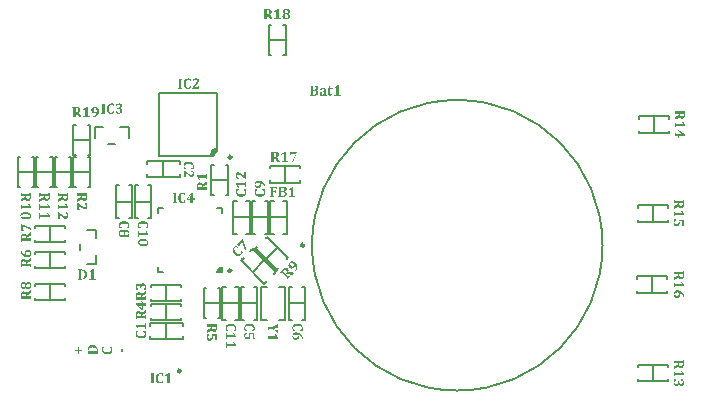
<source format=gto>
G04*
G04 #@! TF.GenerationSoftware,Altium Limited,Altium Designer,19.0.11 (319)*
G04*
G04 Layer_Color=65535*
%FSLAX44Y44*%
%MOMM*%
G71*
G01*
G75*
%ADD10C,0.2500*%
%ADD11C,0.1500*%
%ADD12C,0.2000*%
G36*
X320610Y128650D02*
X316460D01*
Y130500D01*
X318760Y132800D01*
X320610D01*
Y128650D01*
D02*
G37*
G36*
X312860Y227150D02*
X310860D01*
Y227900D01*
Y229044D01*
X311735Y231157D01*
X313353Y232775D01*
X315466Y233650D01*
X316610D01*
D01*
Y230900D01*
X312860Y227150D01*
D02*
G37*
G36*
X236319Y60886D02*
X234994D01*
Y63889D01*
X236319D01*
Y60886D01*
D02*
G37*
G36*
X227398Y65367D02*
X227427Y65282D01*
X227455Y65142D01*
X227497Y64972D01*
X227525Y64789D01*
X227568Y64563D01*
X227638Y64127D01*
Y64098D01*
X227652Y64028D01*
X227666Y63915D01*
Y63760D01*
X227680Y63577D01*
X227695Y63379D01*
X227709Y63154D01*
Y62801D01*
X227695Y62703D01*
Y62590D01*
X227680Y62463D01*
X227666Y62322D01*
X227652Y62167D01*
X227596Y61815D01*
X227511Y61462D01*
X227398Y61110D01*
X227243Y60771D01*
Y60757D01*
X227215Y60729D01*
X227187Y60687D01*
X227159Y60630D01*
X227046Y60490D01*
X226877Y60306D01*
X226680Y60109D01*
X226440Y59897D01*
X226144Y59714D01*
X225806Y59545D01*
X225791D01*
X225763Y59531D01*
X225707Y59503D01*
X225636Y59489D01*
X225538Y59460D01*
X225425Y59418D01*
X225298Y59390D01*
X225143Y59348D01*
X224974Y59305D01*
X224791Y59277D01*
X224593Y59249D01*
X224382Y59207D01*
X224142Y59193D01*
X223902Y59164D01*
X223381Y59150D01*
X223367D01*
X223325D01*
X223240D01*
X223155Y59164D01*
X223029D01*
X222887Y59178D01*
X222732Y59193D01*
X222563Y59207D01*
X222183Y59263D01*
X221788Y59348D01*
X221379Y59460D01*
X220984Y59616D01*
X220970D01*
X220942Y59644D01*
X220886Y59658D01*
X220815Y59700D01*
X220731Y59756D01*
X220632Y59813D01*
X220406Y59968D01*
X220153Y60151D01*
X219899Y60391D01*
X219645Y60659D01*
X219420Y60983D01*
Y60997D01*
X219391Y61025D01*
X219363Y61082D01*
X219335Y61152D01*
X219293Y61237D01*
X219236Y61335D01*
X219194Y61462D01*
X219138Y61603D01*
X219081Y61744D01*
X219039Y61913D01*
X218940Y62280D01*
X218884Y62703D01*
X218856Y63154D01*
Y63379D01*
X218870Y63534D01*
Y63718D01*
X218884Y63915D01*
X218926Y64310D01*
Y64338D01*
X218940Y64394D01*
X218954Y64507D01*
X218983Y64648D01*
X219011Y64803D01*
X219053Y64986D01*
X219109Y65184D01*
X219166Y65395D01*
X220998D01*
Y64535D01*
X220984D01*
X220970D01*
X220886Y64507D01*
X220759Y64465D01*
X220590Y64422D01*
X220420Y64352D01*
X220251Y64268D01*
X220082Y64169D01*
X219941Y64056D01*
X219927Y64042D01*
X219885Y64000D01*
X219828Y63929D01*
X219772Y63830D01*
X219716Y63704D01*
X219659Y63563D01*
X219617Y63393D01*
X219603Y63196D01*
Y63097D01*
X219617Y63027D01*
X219631Y62942D01*
X219659Y62858D01*
X219716Y62632D01*
X219842Y62379D01*
X219913Y62252D01*
X220012Y62139D01*
X220110Y62012D01*
X220251Y61885D01*
X220392Y61772D01*
X220562Y61674D01*
X220576D01*
X220604Y61645D01*
X220660Y61631D01*
X220745Y61589D01*
X220843Y61561D01*
X220970Y61519D01*
X221111Y61462D01*
X221280Y61420D01*
X221464Y61378D01*
X221675Y61321D01*
X221915Y61279D01*
X222169Y61251D01*
X222451Y61208D01*
X222747Y61194D01*
X223071Y61166D01*
X223409D01*
X223423D01*
X223480D01*
X223578D01*
X223691Y61180D01*
X223846D01*
X224015Y61194D01*
X224198Y61208D01*
X224396Y61223D01*
X224833Y61279D01*
X225270Y61364D01*
X225693Y61476D01*
X225890Y61547D01*
X226073Y61631D01*
X226087D01*
X226116Y61659D01*
X226158Y61688D01*
X226214Y61716D01*
X226355Y61829D01*
X226525Y61984D01*
X226694Y62167D01*
X226835Y62407D01*
X226891Y62548D01*
X226933Y62689D01*
X226961Y62844D01*
X226976Y63013D01*
Y63097D01*
X226961Y63182D01*
Y63281D01*
X226905Y63520D01*
X226877Y63647D01*
X226821Y63760D01*
X226807Y63774D01*
X226792Y63816D01*
X226750Y63859D01*
X226708Y63929D01*
X226637Y64000D01*
X226553Y64084D01*
X226468Y64155D01*
X226355Y64225D01*
X226341Y64239D01*
X226299Y64253D01*
X226229Y64296D01*
X226130Y64338D01*
X226003Y64380D01*
X225862Y64437D01*
X225679Y64493D01*
X225481Y64535D01*
Y65395D01*
X227398D01*
Y65367D01*
D02*
G37*
G36*
X211201Y67016D02*
X211441Y67002D01*
X211709Y66974D01*
X212019Y66932D01*
X212315Y66875D01*
X212625Y66791D01*
X212639D01*
X212653Y66777D01*
X212696Y66763D01*
X212752Y66748D01*
X212907Y66692D01*
X213090Y66622D01*
X213302Y66523D01*
X213527Y66410D01*
X213753Y66269D01*
X213979Y66100D01*
X214007Y66086D01*
X214063Y66030D01*
X214148Y65945D01*
X214260Y65818D01*
X214401Y65677D01*
X214528Y65494D01*
X214669Y65297D01*
X214796Y65085D01*
X214810Y65057D01*
X214853Y64986D01*
X214909Y64859D01*
X214979Y64690D01*
X215050Y64493D01*
X215120Y64253D01*
X215191Y64000D01*
X215247Y63718D01*
Y63689D01*
X215261Y63647D01*
Y63591D01*
X215275Y63450D01*
X215304Y63253D01*
X215318Y63013D01*
X215346Y62717D01*
X215360Y62393D01*
Y59150D01*
X214951D01*
Y59164D01*
X214937Y59193D01*
X214909Y59277D01*
X214867Y59404D01*
X214810Y59517D01*
X214796Y59545D01*
X214754Y59601D01*
X214697Y59658D01*
X214613Y59714D01*
X214585Y59728D01*
X214528Y59756D01*
X214415Y59785D01*
X214289Y59799D01*
X214275D01*
X214246D01*
X214204Y59813D01*
X214148D01*
X213979Y59827D01*
X213781D01*
X208312D01*
X208297D01*
X208255D01*
X208213D01*
X208142D01*
X207973D01*
X207818Y59813D01*
X207804D01*
X207776D01*
X207691Y59799D01*
X207593Y59770D01*
X207480Y59728D01*
X207452Y59714D01*
X207409Y59672D01*
X207339Y59616D01*
X207282Y59517D01*
X207268Y59489D01*
X207226Y59418D01*
X207184Y59305D01*
X207127Y59150D01*
X206719D01*
Y62717D01*
X206733Y62815D01*
Y63069D01*
X206761Y63351D01*
X206789Y63633D01*
X206831Y63929D01*
X206888Y64211D01*
Y64239D01*
X206916Y64324D01*
X206958Y64465D01*
X207015Y64634D01*
X207085Y64831D01*
X207170Y65043D01*
X207268Y65254D01*
X207395Y65466D01*
X207409Y65494D01*
X207452Y65564D01*
X207536Y65663D01*
X207635Y65790D01*
X207762Y65931D01*
X207903Y66086D01*
X208058Y66227D01*
X208241Y66368D01*
X208269Y66382D01*
X208326Y66424D01*
X208424Y66481D01*
X208565Y66551D01*
X208734Y66636D01*
X208932Y66720D01*
X209143Y66791D01*
X209383Y66861D01*
X209411Y66875D01*
X209496Y66890D01*
X209637Y66918D01*
X209806Y66946D01*
X210031Y66974D01*
X210271Y67002D01*
X210553Y67031D01*
X210849D01*
X210863D01*
X210891D01*
X210948D01*
X211018D01*
X211103D01*
X211201Y67016D01*
D02*
G37*
G36*
X199551Y63150D02*
X201990D01*
Y61797D01*
X199551D01*
Y59386D01*
X198268D01*
Y61797D01*
X195815D01*
Y63150D01*
X198268D01*
Y65561D01*
X199551D01*
Y63150D01*
D02*
G37*
G36*
X206857Y268579D02*
Y268496D01*
X206843Y268357D01*
Y268177D01*
X206829Y267927D01*
Y267650D01*
X206815Y267317D01*
Y266943D01*
Y261728D01*
Y261714D01*
Y261673D01*
Y261603D01*
Y261520D01*
X206829Y261340D01*
X206843Y261257D01*
X206857Y261173D01*
Y261159D01*
X206871Y261146D01*
X206884Y261076D01*
X206940Y260979D01*
X206995Y260882D01*
X207023Y260868D01*
X207079Y260813D01*
X207176Y260757D01*
X207300Y260702D01*
X207314D01*
X207342Y260688D01*
X207384Y260674D01*
X207439Y260660D01*
X207592Y260632D01*
X207786Y260591D01*
X207841D01*
X207911Y260577D01*
X207994D01*
X208105Y260563D01*
X208244D01*
X208396Y260549D01*
X208563D01*
Y259995D01*
X203182D01*
Y260549D01*
X203209D01*
X203293Y260563D01*
X203417D01*
X203556Y260577D01*
X203875Y260605D01*
X204028Y260619D01*
X204152Y260632D01*
X204166D01*
X204208Y260646D01*
X204263Y260660D01*
X204319Y260674D01*
X204471Y260730D01*
X204541Y260757D01*
X204610Y260799D01*
X204624D01*
X204638Y260813D01*
X204707Y260882D01*
X204776Y260965D01*
X204846Y261090D01*
Y261104D01*
X204860Y261132D01*
X204874Y261173D01*
X204887Y261243D01*
Y261326D01*
X204901Y261437D01*
X204915Y261576D01*
Y261728D01*
Y266235D01*
Y266249D01*
Y266277D01*
Y266319D01*
X204901Y266388D01*
X204874Y266499D01*
X204846Y266568D01*
X204818Y266610D01*
X204804Y266624D01*
X204749Y266665D01*
X204666Y266707D01*
X204555Y266721D01*
X204527D01*
X204485Y266707D01*
X204444D01*
X204305Y266651D01*
X204208Y266624D01*
X204111Y266568D01*
X204097D01*
X204055Y266541D01*
X203986Y266499D01*
X203889Y266443D01*
X203764Y266360D01*
X203598Y266263D01*
X203403Y266138D01*
X203182Y265986D01*
X202807Y266651D01*
X206052Y268607D01*
X206857D01*
Y268579D01*
D02*
G37*
G36*
X198036Y268482D02*
X198231Y268468D01*
X198439Y268454D01*
X198661Y268427D01*
X198855Y268399D01*
X198882D01*
X198938Y268385D01*
X199035Y268357D01*
X199160Y268330D01*
X199298Y268274D01*
X199451Y268218D01*
X199756Y268080D01*
X199770Y268066D01*
X199812Y268052D01*
X199867Y268011D01*
X199950Y267969D01*
X200117Y267816D01*
X200297Y267636D01*
X200311Y267622D01*
X200339Y267595D01*
X200380Y267539D01*
X200436Y267456D01*
X200491Y267373D01*
X200547Y267262D01*
X200644Y267026D01*
Y267012D01*
X200658Y266970D01*
X200685Y266887D01*
X200713Y266790D01*
X200727Y266679D01*
X200755Y266541D01*
X200769Y266374D01*
Y266208D01*
Y266180D01*
Y266110D01*
X200755Y265986D01*
X200741Y265847D01*
X200713Y265681D01*
X200671Y265500D01*
X200616Y265320D01*
X200547Y265154D01*
X200533Y265140D01*
X200505Y265084D01*
X200463Y265001D01*
X200394Y264904D01*
X200311Y264793D01*
X200214Y264668D01*
X200103Y264543D01*
X199978Y264433D01*
X199964Y264419D01*
X199909Y264377D01*
X199825Y264321D01*
X199728Y264252D01*
X199590Y264169D01*
X199423Y264086D01*
X199229Y263989D01*
X199007Y263892D01*
Y263822D01*
X199021Y263808D01*
X199090Y263781D01*
X199174Y263739D01*
X199271Y263684D01*
X199396Y263614D01*
X199520Y263517D01*
X199645Y263420D01*
X199756Y263295D01*
X199770Y263281D01*
X199812Y263240D01*
X199867Y263157D01*
X199936Y263060D01*
X200020Y262948D01*
X200117Y262796D01*
X200214Y262630D01*
X200311Y262449D01*
X200699Y261603D01*
X200713Y261576D01*
X200741Y261506D01*
X200796Y261409D01*
X200866Y261284D01*
X201032Y261007D01*
X201129Y260868D01*
X201226Y260744D01*
X201240Y260730D01*
X201268Y260702D01*
X201323Y260646D01*
X201406Y260591D01*
X201490Y260535D01*
X201601Y260480D01*
X201712Y260438D01*
X201836Y260397D01*
Y259995D01*
X199437D01*
X199423Y260022D01*
X199368Y260092D01*
X199298Y260203D01*
X199201Y260369D01*
X199076Y260577D01*
X198938Y260827D01*
X198785Y261132D01*
X198619Y261479D01*
X198134Y262533D01*
X198120Y262560D01*
X198092Y262616D01*
X198050Y262699D01*
X198009Y262796D01*
X197884Y263018D01*
X197815Y263129D01*
X197759Y263212D01*
Y263226D01*
X197731Y263240D01*
X197662Y263323D01*
X197565Y263406D01*
X197440Y263475D01*
X197426D01*
X197412Y263489D01*
X197371Y263503D01*
X197315Y263517D01*
X197246Y263531D01*
X197149Y263545D01*
X197052Y263559D01*
X196566D01*
Y261548D01*
Y261534D01*
Y261479D01*
Y261395D01*
Y261298D01*
X196580Y261076D01*
X196594Y260979D01*
X196608Y260896D01*
Y260882D01*
X196622Y260868D01*
X196650Y260785D01*
X196705Y260688D01*
X196774Y260591D01*
X196802Y260577D01*
X196830Y260549D01*
X196885Y260522D01*
X196941Y260494D01*
X197024Y260466D01*
X197121Y260424D01*
X197246Y260397D01*
Y259995D01*
X193973D01*
Y260397D01*
X193987D01*
X194015Y260411D01*
X194098Y260438D01*
X194223Y260480D01*
X194333Y260535D01*
X194361Y260549D01*
X194417Y260591D01*
X194472Y260646D01*
X194528Y260730D01*
X194542Y260757D01*
X194569Y260813D01*
X194597Y260924D01*
X194611Y261049D01*
Y261062D01*
Y261090D01*
X194625Y261132D01*
Y261187D01*
X194639Y261354D01*
Y261548D01*
Y266929D01*
Y266943D01*
Y266984D01*
Y267026D01*
Y267095D01*
Y267262D01*
X194625Y267414D01*
Y267428D01*
Y267456D01*
X194611Y267539D01*
X194583Y267636D01*
X194542Y267747D01*
X194528Y267775D01*
X194486Y267816D01*
X194431Y267886D01*
X194333Y267941D01*
X194306Y267955D01*
X194237Y267997D01*
X194125Y268038D01*
X193973Y268094D01*
Y268496D01*
X197870D01*
X198036Y268482D01*
D02*
G37*
G36*
X213458Y268593D02*
X213555Y268579D01*
X213791Y268551D01*
X214054Y268510D01*
X214346Y268427D01*
X214623Y268330D01*
X214900Y268191D01*
X214914D01*
X214928Y268177D01*
X215011Y268108D01*
X215136Y268024D01*
X215289Y267886D01*
X215455Y267719D01*
X215621Y267511D01*
X215788Y267262D01*
X215927Y266984D01*
Y266970D01*
X215940Y266943D01*
X215954Y266901D01*
X215982Y266846D01*
X216010Y266762D01*
X216038Y266679D01*
X216065Y266568D01*
X216107Y266443D01*
X216162Y266166D01*
X216218Y265847D01*
X216259Y265473D01*
X216273Y265070D01*
Y265056D01*
Y265001D01*
Y264918D01*
X216259Y264807D01*
Y264668D01*
X216246Y264516D01*
X216232Y264335D01*
X216204Y264141D01*
X216148Y263725D01*
X216052Y263281D01*
X215913Y262824D01*
X215732Y262380D01*
Y262366D01*
X215705Y262325D01*
X215677Y262269D01*
X215635Y262200D01*
X215580Y262103D01*
X215511Y261992D01*
X215344Y261742D01*
X215122Y261451D01*
X214859Y261159D01*
X214554Y260882D01*
X214193Y260619D01*
X214179D01*
X214151Y260591D01*
X214096Y260563D01*
X214013Y260522D01*
X213916Y260466D01*
X213791Y260411D01*
X213666Y260355D01*
X213514Y260300D01*
X213333Y260230D01*
X213153Y260175D01*
X212945Y260105D01*
X212737Y260050D01*
X212251Y259953D01*
X211738Y259897D01*
X211419Y260258D01*
Y260702D01*
X211489D01*
X211558Y260716D01*
X211655D01*
X211766Y260730D01*
X211891Y260744D01*
X212127Y260785D01*
X212141D01*
X212182Y260799D01*
X212251Y260813D01*
X212349Y260841D01*
X212446Y260868D01*
X212570Y260910D01*
X212806Y261021D01*
X212820Y261035D01*
X212862Y261049D01*
X212931Y261090D01*
X213000Y261132D01*
X213181Y261257D01*
X213375Y261423D01*
X213389Y261437D01*
X213430Y261479D01*
X213486Y261534D01*
X213555Y261617D01*
X213624Y261728D01*
X213722Y261839D01*
X213874Y262103D01*
X213888Y262116D01*
X213916Y262172D01*
X213944Y262241D01*
X213999Y262352D01*
X214041Y262463D01*
X214096Y262602D01*
X214193Y262921D01*
Y262948D01*
X214207Y263004D01*
X214235Y263087D01*
X214262Y263212D01*
X214276Y263351D01*
X214304Y263517D01*
X214359Y263864D01*
X214304Y263892D01*
X214276Y263878D01*
X214221Y263836D01*
X214124Y263781D01*
X213999Y263711D01*
X213860Y263628D01*
X213694Y263545D01*
X213527Y263475D01*
X213347Y263406D01*
X213333D01*
X213264Y263379D01*
X213167Y263365D01*
X213042Y263337D01*
X212876Y263309D01*
X212681Y263281D01*
X212473Y263267D01*
X212238Y263254D01*
X212113D01*
X211974Y263267D01*
X211808Y263295D01*
X211614Y263337D01*
X211406Y263392D01*
X211197Y263462D01*
X210989Y263573D01*
X210962Y263587D01*
X210906Y263628D01*
X210809Y263697D01*
X210698Y263808D01*
X210573Y263933D01*
X210449Y264072D01*
X210324Y264252D01*
X210213Y264446D01*
X210199Y264474D01*
X210171Y264543D01*
X210130Y264668D01*
X210088Y264821D01*
X210046Y265015D01*
X210005Y265237D01*
X209977Y265487D01*
X209963Y265764D01*
Y265778D01*
Y265805D01*
Y265847D01*
Y265903D01*
X209991Y266055D01*
X210019Y266263D01*
X210060Y266499D01*
X210130Y266735D01*
X210227Y266998D01*
X210352Y267248D01*
Y267262D01*
X210365Y267276D01*
X210421Y267359D01*
X210518Y267470D01*
X210643Y267622D01*
X210809Y267775D01*
X210989Y267941D01*
X211225Y268108D01*
X211475Y268246D01*
X211489D01*
X211503Y268260D01*
X211544Y268274D01*
X211600Y268302D01*
X211683Y268330D01*
X211766Y268357D01*
X211974Y268427D01*
X212224Y268496D01*
X212515Y268551D01*
X212848Y268593D01*
X213208Y268607D01*
X213375D01*
X213458Y268593D01*
D02*
G37*
G36*
X227320Y271598D02*
X227501D01*
X227695Y271584D01*
X228083Y271543D01*
X228111D01*
X228166Y271529D01*
X228277Y271515D01*
X228416Y271488D01*
X228568Y271460D01*
X228749Y271418D01*
X228943Y271363D01*
X229151Y271307D01*
Y269504D01*
X228305D01*
Y269518D01*
Y269532D01*
X228277Y269615D01*
X228236Y269740D01*
X228194Y269907D01*
X228125Y270073D01*
X228041Y270239D01*
X227944Y270406D01*
X227833Y270544D01*
X227819Y270558D01*
X227778Y270600D01*
X227709Y270655D01*
X227612Y270711D01*
X227487Y270766D01*
X227348Y270822D01*
X227182Y270863D01*
X226987Y270877D01*
X226890D01*
X226821Y270863D01*
X226738Y270849D01*
X226655Y270822D01*
X226433Y270766D01*
X226183Y270641D01*
X226058Y270572D01*
X225947Y270475D01*
X225823Y270378D01*
X225698Y270239D01*
X225587Y270101D01*
X225490Y269934D01*
Y269920D01*
X225462Y269893D01*
X225448Y269837D01*
X225406Y269754D01*
X225379Y269657D01*
X225337Y269532D01*
X225282Y269393D01*
X225240Y269227D01*
X225198Y269047D01*
X225143Y268839D01*
X225101Y268603D01*
X225074Y268353D01*
X225032Y268076D01*
X225018Y267785D01*
X224990Y267466D01*
Y267133D01*
Y267119D01*
Y267063D01*
Y266966D01*
X225004Y266855D01*
Y266703D01*
X225018Y266536D01*
X225032Y266356D01*
X225046Y266162D01*
X225101Y265732D01*
X225184Y265302D01*
X225296Y264886D01*
X225365Y264692D01*
X225448Y264512D01*
Y264498D01*
X225476Y264470D01*
X225504Y264429D01*
X225531Y264373D01*
X225642Y264234D01*
X225795Y264068D01*
X225975Y263902D01*
X226211Y263763D01*
X226350Y263707D01*
X226488Y263666D01*
X226641Y263638D01*
X226807Y263624D01*
X226890D01*
X226974Y263638D01*
X227071D01*
X227306Y263693D01*
X227431Y263721D01*
X227542Y263777D01*
X227556Y263790D01*
X227598Y263804D01*
X227639Y263846D01*
X227709Y263888D01*
X227778Y263957D01*
X227861Y264040D01*
X227931Y264123D01*
X228000Y264234D01*
X228014Y264248D01*
X228028Y264290D01*
X228069Y264359D01*
X228111Y264456D01*
X228152Y264581D01*
X228208Y264720D01*
X228263Y264900D01*
X228305Y265094D01*
X229151D01*
Y263208D01*
X229123D01*
X229040Y263180D01*
X228901Y263153D01*
X228735Y263111D01*
X228555Y263083D01*
X228333Y263042D01*
X227903Y262972D01*
X227875D01*
X227806Y262958D01*
X227695Y262945D01*
X227542D01*
X227362Y262931D01*
X227168Y262917D01*
X226946Y262903D01*
X226599D01*
X226502Y262917D01*
X226391D01*
X226266Y262931D01*
X226128Y262945D01*
X225975Y262958D01*
X225628Y263014D01*
X225282Y263097D01*
X224935Y263208D01*
X224602Y263361D01*
X224588D01*
X224561Y263388D01*
X224519Y263416D01*
X224463Y263444D01*
X224325Y263555D01*
X224144Y263721D01*
X223950Y263915D01*
X223742Y264151D01*
X223562Y264442D01*
X223396Y264775D01*
Y264789D01*
X223382Y264817D01*
X223354Y264872D01*
X223340Y264942D01*
X223312Y265039D01*
X223271Y265150D01*
X223243Y265274D01*
X223201Y265427D01*
X223160Y265593D01*
X223132Y265774D01*
X223104Y265968D01*
X223063Y266176D01*
X223049Y266412D01*
X223021Y266647D01*
X223007Y267160D01*
Y267174D01*
Y267216D01*
Y267299D01*
X223021Y267382D01*
Y267507D01*
X223035Y267646D01*
X223049Y267799D01*
X223063Y267965D01*
X223118Y268339D01*
X223201Y268728D01*
X223312Y269130D01*
X223465Y269518D01*
Y269532D01*
X223493Y269560D01*
X223507Y269615D01*
X223548Y269685D01*
X223603Y269768D01*
X223659Y269865D01*
X223812Y270087D01*
X223992Y270336D01*
X224228Y270586D01*
X224491Y270836D01*
X224810Y271057D01*
X224824D01*
X224852Y271085D01*
X224907Y271113D01*
X224977Y271141D01*
X225060Y271182D01*
X225157Y271238D01*
X225282Y271279D01*
X225420Y271335D01*
X225559Y271390D01*
X225725Y271432D01*
X226086Y271529D01*
X226502Y271584D01*
X226946Y271612D01*
X227168D01*
X227320Y271598D01*
D02*
G37*
G36*
X233741D02*
X233922Y271584D01*
X234130Y271557D01*
X234352Y271515D01*
X234587Y271460D01*
X234809Y271390D01*
X234823D01*
X234837Y271376D01*
X234906Y271349D01*
X235017Y271307D01*
X235142Y271238D01*
X235295Y271141D01*
X235447Y271044D01*
X235600Y270919D01*
X235725Y270766D01*
X235738Y270752D01*
X235780Y270697D01*
X235822Y270614D01*
X235891Y270489D01*
X235946Y270350D01*
X235988Y270184D01*
X236030Y269990D01*
X236043Y269782D01*
Y269754D01*
Y269698D01*
X236030Y269587D01*
X236016Y269463D01*
X235988Y269324D01*
X235960Y269171D01*
X235905Y269005D01*
X235835Y268853D01*
X235822Y268839D01*
X235794Y268783D01*
X235752Y268714D01*
X235683Y268617D01*
X235600Y268506D01*
X235503Y268381D01*
X235378Y268270D01*
X235239Y268145D01*
X235225Y268131D01*
X235170Y268090D01*
X235087Y268034D01*
X234976Y267965D01*
X234823Y267882D01*
X234657Y267771D01*
X234463Y267674D01*
X234241Y267563D01*
Y267507D01*
X234268D01*
X234338Y267493D01*
X234435Y267466D01*
X234573Y267424D01*
X234726Y267382D01*
X234879Y267313D01*
X235059Y267244D01*
X235225Y267147D01*
X235239Y267133D01*
X235295Y267105D01*
X235378Y267036D01*
X235489Y266952D01*
X235600Y266855D01*
X235725Y266731D01*
X235835Y266592D01*
X235946Y266425D01*
X235960Y266412D01*
X235988Y266342D01*
X236030Y266259D01*
X236085Y266134D01*
X236127Y265982D01*
X236168Y265801D01*
X236196Y265607D01*
X236210Y265385D01*
Y265371D01*
Y265358D01*
Y265316D01*
Y265261D01*
X236196Y265122D01*
X236168Y264956D01*
X236127Y264747D01*
X236057Y264539D01*
X235974Y264317D01*
X235849Y264096D01*
X235835Y264068D01*
X235780Y263999D01*
X235697Y263902D01*
X235586Y263777D01*
X235433Y263638D01*
X235253Y263499D01*
X235031Y263347D01*
X234781Y263222D01*
X234768D01*
X234754Y263208D01*
X234712Y263194D01*
X234657Y263166D01*
X234587Y263153D01*
X234504Y263125D01*
X234296Y263069D01*
X234046Y263000D01*
X233755Y262958D01*
X233422Y262917D01*
X233048Y262903D01*
X232923D01*
X232784Y262917D01*
X232604D01*
X232396Y262931D01*
X232160Y262958D01*
X231911Y262986D01*
X231661Y263028D01*
X231633D01*
X231550Y263055D01*
X231425Y263083D01*
X231259Y263125D01*
X231079Y263166D01*
X230884Y263222D01*
X230676Y263291D01*
X230482Y263375D01*
Y264942D01*
X231606D01*
Y264928D01*
X231619Y264914D01*
X231633Y264831D01*
X231675Y264706D01*
X231730Y264553D01*
X231814Y264387D01*
X231897Y264207D01*
X231994Y264054D01*
X232105Y263915D01*
X232119Y263902D01*
X232160Y263860D01*
X232244Y263818D01*
X232341Y263763D01*
X232465Y263693D01*
X232618Y263652D01*
X232784Y263610D01*
X232979Y263596D01*
X233034D01*
X233103Y263610D01*
X233187Y263624D01*
X233284Y263652D01*
X233395Y263680D01*
X233519Y263735D01*
X233644Y263804D01*
X233755Y263888D01*
X233880Y263999D01*
X233991Y264123D01*
X234088Y264290D01*
X234171Y264470D01*
X234241Y264692D01*
X234282Y264942D01*
X234296Y265233D01*
Y265247D01*
Y265274D01*
Y265316D01*
Y265371D01*
X234268Y265538D01*
X234241Y265718D01*
X234185Y265940D01*
X234102Y266148D01*
X233977Y266356D01*
X233825Y266536D01*
X233797Y266550D01*
X233741Y266606D01*
X233630Y266675D01*
X233478Y266758D01*
X233284Y266828D01*
X233048Y266897D01*
X232757Y266952D01*
X232424Y266966D01*
X231925D01*
Y267674D01*
X231980D01*
X232036Y267687D01*
X232105D01*
X232202Y267701D01*
X232299Y267715D01*
X232549Y267757D01*
X232812Y267812D01*
X233090Y267896D01*
X233339Y268020D01*
X233575Y268173D01*
X233603Y268201D01*
X233658Y268256D01*
X233755Y268367D01*
X233866Y268520D01*
X233963Y268714D01*
X234060Y268950D01*
X234116Y269213D01*
X234144Y269532D01*
Y269546D01*
Y269560D01*
Y269643D01*
X234130Y269768D01*
X234102Y269920D01*
X234074Y270087D01*
X234019Y270267D01*
X233949Y270434D01*
X233852Y270572D01*
X233838Y270586D01*
X233797Y270628D01*
X233741Y270683D01*
X233644Y270752D01*
X233533Y270822D01*
X233395Y270877D01*
X233228Y270919D01*
X233034Y270933D01*
X232923D01*
X232854Y270919D01*
X232660Y270877D01*
X232465Y270794D01*
X232452D01*
X232424Y270766D01*
X232382Y270739D01*
X232313Y270683D01*
X232244Y270614D01*
X232174Y270530D01*
X232091Y270434D01*
X232008Y270322D01*
X231994Y270309D01*
X231980Y270267D01*
X231938Y270184D01*
X231897Y270087D01*
X231855Y269962D01*
X231800Y269809D01*
X231758Y269643D01*
X231717Y269449D01*
X230593D01*
Y270933D01*
X230607Y270947D01*
X230663Y270961D01*
X230746Y271002D01*
X230857Y271044D01*
X230995Y271085D01*
X231162Y271155D01*
X231342Y271210D01*
X231550Y271279D01*
X231758Y271335D01*
X231994Y271404D01*
X232465Y271501D01*
X232965Y271584D01*
X233214Y271598D01*
X233464Y271612D01*
X233589D01*
X233741Y271598D01*
D02*
G37*
G36*
X221773Y271099D02*
X221759D01*
X221731Y271085D01*
X221690Y271071D01*
X221620Y271057D01*
X221495Y271002D01*
X221385Y270947D01*
X221371Y270933D01*
X221315Y270891D01*
X221260Y270836D01*
X221204Y270752D01*
X221190Y270739D01*
X221177Y270669D01*
X221149Y270586D01*
X221121Y270461D01*
Y270447D01*
Y270434D01*
X221107Y270392D01*
Y270322D01*
Y270253D01*
X221093Y270170D01*
Y270059D01*
Y269934D01*
Y264553D01*
Y264539D01*
Y264512D01*
Y264484D01*
Y264429D01*
Y264290D01*
X221107Y264151D01*
Y264137D01*
Y264123D01*
X221121Y264040D01*
X221135Y263943D01*
X221149Y263846D01*
X221163Y263832D01*
X221177Y263777D01*
X221218Y263721D01*
X221260Y263652D01*
X221274Y263638D01*
X221315Y263596D01*
X221385Y263555D01*
X221468Y263499D01*
X221495Y263485D01*
X221551Y263472D01*
X221648Y263430D01*
X221773Y263402D01*
Y263000D01*
X218500D01*
Y263402D01*
X218514D01*
X218542Y263416D01*
X218625Y263444D01*
X218750Y263485D01*
X218860Y263541D01*
X218888Y263555D01*
X218944Y263596D01*
X218999Y263652D01*
X219055Y263735D01*
X219069Y263763D01*
X219096Y263818D01*
X219124Y263929D01*
X219138Y264054D01*
Y264068D01*
Y264096D01*
X219152Y264137D01*
Y264193D01*
X219166Y264359D01*
Y264553D01*
Y269934D01*
Y269948D01*
Y269990D01*
Y270045D01*
Y270114D01*
Y270281D01*
X219152Y270434D01*
Y270447D01*
Y270461D01*
X219138Y270544D01*
X219110Y270655D01*
X219069Y270752D01*
X219055Y270780D01*
X219013Y270822D01*
X218958Y270891D01*
X218860Y270947D01*
X218833Y270961D01*
X218764Y271002D01*
X218652Y271044D01*
X218500Y271099D01*
Y271501D01*
X221773D01*
Y271099D01*
D02*
G37*
G36*
X368634Y351585D02*
Y351501D01*
X368620Y351363D01*
Y351182D01*
X368606Y350933D01*
Y350655D01*
X368592Y350322D01*
Y349948D01*
Y344734D01*
Y344720D01*
Y344678D01*
Y344609D01*
Y344525D01*
X368606Y344345D01*
X368620Y344262D01*
X368634Y344179D01*
Y344165D01*
X368647Y344151D01*
X368661Y344082D01*
X368717Y343985D01*
X368772Y343888D01*
X368800Y343874D01*
X368856Y343818D01*
X368953Y343763D01*
X369077Y343707D01*
X369091D01*
X369119Y343693D01*
X369161Y343680D01*
X369216Y343666D01*
X369369Y343638D01*
X369563Y343596D01*
X369618D01*
X369688Y343582D01*
X369771D01*
X369882Y343569D01*
X370020D01*
X370173Y343555D01*
X370340D01*
Y343000D01*
X364958D01*
Y343555D01*
X364986D01*
X365070Y343569D01*
X365194D01*
X365333Y343582D01*
X365652Y343610D01*
X365804Y343624D01*
X365929Y343638D01*
X365943D01*
X365985Y343652D01*
X366040Y343666D01*
X366096Y343680D01*
X366248Y343735D01*
X366318Y343763D01*
X366387Y343804D01*
X366401D01*
X366415Y343818D01*
X366484Y343888D01*
X366553Y343971D01*
X366623Y344096D01*
Y344109D01*
X366637Y344137D01*
X366651Y344179D01*
X366664Y344248D01*
Y344331D01*
X366678Y344442D01*
X366692Y344581D01*
Y344734D01*
Y349241D01*
Y349255D01*
Y349282D01*
Y349324D01*
X366678Y349393D01*
X366651Y349504D01*
X366623Y349574D01*
X366595Y349615D01*
X366581Y349629D01*
X366526Y349671D01*
X366442Y349712D01*
X366331Y349726D01*
X366304D01*
X366262Y349712D01*
X366221D01*
X366082Y349657D01*
X365985Y349629D01*
X365888Y349574D01*
X365874D01*
X365832Y349546D01*
X365763Y349504D01*
X365666Y349449D01*
X365541Y349366D01*
X365375Y349268D01*
X365180Y349144D01*
X364958Y348991D01*
X364584Y349657D01*
X367829Y351612D01*
X368634D01*
Y351585D01*
D02*
G37*
G36*
X359813Y351488D02*
X360008Y351474D01*
X360215Y351460D01*
X360437Y351432D01*
X360632Y351404D01*
X360659D01*
X360715Y351390D01*
X360812Y351363D01*
X360937Y351335D01*
X361075Y351279D01*
X361228Y351224D01*
X361533Y351085D01*
X361547Y351071D01*
X361589Y351058D01*
X361644Y351016D01*
X361727Y350974D01*
X361894Y350822D01*
X362074Y350642D01*
X362088Y350628D01*
X362116Y350600D01*
X362157Y350544D01*
X362213Y350461D01*
X362268Y350378D01*
X362323Y350267D01*
X362421Y350031D01*
Y350017D01*
X362435Y349976D01*
X362462Y349893D01*
X362490Y349795D01*
X362504Y349685D01*
X362532Y349546D01*
X362545Y349380D01*
Y349213D01*
Y349185D01*
Y349116D01*
X362532Y348991D01*
X362518Y348853D01*
X362490Y348686D01*
X362448Y348506D01*
X362393Y348326D01*
X362323Y348159D01*
X362310Y348145D01*
X362282Y348090D01*
X362240Y348007D01*
X362171Y347909D01*
X362088Y347799D01*
X361991Y347674D01*
X361880Y347549D01*
X361755Y347438D01*
X361741Y347424D01*
X361686Y347382D01*
X361602Y347327D01*
X361505Y347258D01*
X361367Y347174D01*
X361200Y347091D01*
X361006Y346994D01*
X360784Y346897D01*
Y346828D01*
X360798Y346814D01*
X360867Y346786D01*
X360951Y346744D01*
X361048Y346689D01*
X361172Y346620D01*
X361297Y346523D01*
X361422Y346426D01*
X361533Y346301D01*
X361547Y346287D01*
X361589Y346245D01*
X361644Y346162D01*
X361713Y346065D01*
X361796Y345954D01*
X361894Y345801D01*
X361991Y345635D01*
X362088Y345455D01*
X362476Y344609D01*
X362490Y344581D01*
X362518Y344512D01*
X362573Y344415D01*
X362643Y344290D01*
X362809Y344012D01*
X362906Y343874D01*
X363003Y343749D01*
X363017Y343735D01*
X363045Y343707D01*
X363100Y343652D01*
X363183Y343596D01*
X363267Y343541D01*
X363377Y343485D01*
X363489Y343444D01*
X363613Y343402D01*
Y343000D01*
X361214D01*
X361200Y343028D01*
X361145Y343097D01*
X361075Y343208D01*
X360978Y343374D01*
X360854Y343582D01*
X360715Y343832D01*
X360562Y344137D01*
X360396Y344484D01*
X359910Y345538D01*
X359897Y345566D01*
X359869Y345621D01*
X359827Y345704D01*
X359786Y345801D01*
X359661Y346023D01*
X359591Y346134D01*
X359536Y346217D01*
Y346231D01*
X359508Y346245D01*
X359439Y346328D01*
X359342Y346412D01*
X359217Y346481D01*
X359203D01*
X359189Y346495D01*
X359148Y346509D01*
X359092Y346523D01*
X359023Y346536D01*
X358926Y346550D01*
X358829Y346564D01*
X358343D01*
Y344553D01*
Y344539D01*
Y344484D01*
Y344401D01*
Y344304D01*
X358357Y344082D01*
X358371Y343985D01*
X358385Y343901D01*
Y343888D01*
X358399Y343874D01*
X358427Y343791D01*
X358482Y343693D01*
X358551Y343596D01*
X358579Y343582D01*
X358607Y343555D01*
X358662Y343527D01*
X358718Y343499D01*
X358801Y343471D01*
X358898Y343430D01*
X359023Y343402D01*
Y343000D01*
X355750D01*
Y343402D01*
X355764D01*
X355792Y343416D01*
X355875Y343444D01*
X355999Y343485D01*
X356110Y343541D01*
X356138Y343555D01*
X356194Y343596D01*
X356249Y343652D01*
X356305Y343735D01*
X356319Y343763D01*
X356346Y343818D01*
X356374Y343929D01*
X356388Y344054D01*
Y344068D01*
Y344096D01*
X356402Y344137D01*
Y344193D01*
X356416Y344359D01*
Y344553D01*
Y349934D01*
Y349948D01*
Y349990D01*
Y350031D01*
Y350101D01*
Y350267D01*
X356402Y350420D01*
Y350434D01*
Y350461D01*
X356388Y350544D01*
X356360Y350642D01*
X356319Y350752D01*
X356305Y350780D01*
X356263Y350822D01*
X356208Y350891D01*
X356110Y350947D01*
X356083Y350961D01*
X356013Y351002D01*
X355902Y351044D01*
X355750Y351099D01*
Y351501D01*
X359647D01*
X359813Y351488D01*
D02*
G37*
G36*
X375263Y351598D02*
X375388D01*
X375526Y351585D01*
X375693Y351571D01*
X375873Y351543D01*
X376233Y351474D01*
X376622Y351376D01*
X376982Y351238D01*
X377149Y351155D01*
X377301Y351058D01*
X377315D01*
X377329Y351030D01*
X377426Y350961D01*
X377551Y350822D01*
X377690Y350655D01*
X377828Y350434D01*
X377953Y350156D01*
X378050Y349837D01*
X378064Y349671D01*
X378078Y349477D01*
Y349463D01*
Y349449D01*
Y349366D01*
X378064Y349241D01*
X378036Y349074D01*
X377995Y348894D01*
X377925Y348700D01*
X377842Y348492D01*
X377718Y348298D01*
X377704Y348270D01*
X377648Y348214D01*
X377565Y348117D01*
X377454Y348007D01*
X377301Y347882D01*
X377121Y347743D01*
X376913Y347618D01*
X376664Y347493D01*
X376677Y347410D01*
X376691D01*
X376705Y347396D01*
X376802Y347355D01*
X376927Y347299D01*
X377080Y347202D01*
X377260Y347091D01*
X377440Y346953D01*
X377607Y346786D01*
X377759Y346592D01*
X377773Y346564D01*
X377814Y346495D01*
X377884Y346384D01*
X377953Y346231D01*
X378009Y346051D01*
X378078Y345843D01*
X378120Y345593D01*
X378134Y345330D01*
Y345316D01*
Y345302D01*
Y345261D01*
Y345205D01*
X378120Y345066D01*
X378092Y344900D01*
X378036Y344692D01*
X377967Y344470D01*
X377870Y344262D01*
X377745Y344040D01*
X377731Y344012D01*
X377676Y343943D01*
X377579Y343846D01*
X377454Y343721D01*
X377301Y343596D01*
X377107Y343444D01*
X376871Y343319D01*
X376608Y343194D01*
X376594D01*
X376580Y343180D01*
X376539Y343166D01*
X376483Y343153D01*
X376414Y343125D01*
X376331Y343097D01*
X376123Y343055D01*
X375859Y343000D01*
X375568Y342944D01*
X375249Y342917D01*
X374888Y342903D01*
X374736D01*
X374652Y342917D01*
X374556D01*
X374334Y342931D01*
X374070Y342972D01*
X373793Y343014D01*
X373515Y343083D01*
X373238Y343166D01*
X373224D01*
X373210Y343180D01*
X373127Y343222D01*
X372988Y343277D01*
X372836Y343374D01*
X372655Y343485D01*
X372475Y343624D01*
X372295Y343791D01*
X372142Y343971D01*
X372128Y343998D01*
X372087Y344068D01*
X372018Y344179D01*
X371962Y344331D01*
X371893Y344512D01*
X371823Y344734D01*
X371782Y344969D01*
X371768Y345233D01*
Y345261D01*
Y345316D01*
X371782Y345427D01*
X371796Y345552D01*
X371810Y345690D01*
X371851Y345843D01*
X371893Y346009D01*
X371962Y346162D01*
X371976Y346176D01*
X372004Y346231D01*
X372045Y346301D01*
X372101Y346398D01*
X372170Y346495D01*
X372267Y346620D01*
X372475Y346828D01*
X372489Y346842D01*
X372531Y346869D01*
X372600Y346925D01*
X372697Y346994D01*
X372808Y347063D01*
X372933Y347147D01*
X373085Y347230D01*
X373252Y347313D01*
X373238Y347396D01*
X373224Y347410D01*
X373182Y347424D01*
X373113Y347466D01*
X373030Y347507D01*
X372919Y347577D01*
X372808Y347660D01*
X372683Y347757D01*
X372558Y347868D01*
X372420Y347993D01*
X372295Y348145D01*
X372184Y348312D01*
X372087Y348492D01*
X371990Y348686D01*
X371921Y348894D01*
X371879Y349130D01*
X371865Y349380D01*
Y349393D01*
Y349407D01*
Y349490D01*
X371893Y349601D01*
X371921Y349768D01*
X371962Y349934D01*
X372031Y350128D01*
X372128Y350322D01*
X372253Y350517D01*
X372267Y350544D01*
X372323Y350600D01*
X372420Y350697D01*
X372545Y350808D01*
X372711Y350933D01*
X372891Y351071D01*
X373127Y351210D01*
X373377Y351321D01*
X373391D01*
X373404Y351335D01*
X373446Y351349D01*
X373502Y351363D01*
X373571Y351390D01*
X373654Y351418D01*
X373862Y351474D01*
X374098Y351515D01*
X374375Y351571D01*
X374680Y351598D01*
X375013Y351612D01*
X375152D01*
X375263Y351598D01*
D02*
G37*
G36*
X374846Y230726D02*
Y230641D01*
X374832Y230501D01*
Y230317D01*
X374818Y230063D01*
Y229781D01*
X374804Y229443D01*
Y229063D01*
Y223762D01*
Y223748D01*
Y223706D01*
Y223635D01*
Y223551D01*
X374818Y223367D01*
X374832Y223283D01*
X374846Y223198D01*
Y223184D01*
X374860Y223170D01*
X374874Y223100D01*
X374931Y223001D01*
X374987Y222902D01*
X375015Y222888D01*
X375072Y222832D01*
X375170Y222775D01*
X375297Y222719D01*
X375311D01*
X375340Y222705D01*
X375382Y222691D01*
X375438Y222677D01*
X375593Y222648D01*
X375791Y222606D01*
X375847D01*
X375918Y222592D01*
X376002D01*
X376115Y222578D01*
X376256D01*
X376411Y222564D01*
X376580D01*
Y222000D01*
X371110D01*
Y222564D01*
X371139D01*
X371223Y222578D01*
X371350D01*
X371491Y222592D01*
X371815Y222620D01*
X371970Y222634D01*
X372097Y222648D01*
X372111D01*
X372154Y222663D01*
X372210Y222677D01*
X372266Y222691D01*
X372421Y222747D01*
X372492Y222775D01*
X372562Y222818D01*
X372576D01*
X372591Y222832D01*
X372661Y222902D01*
X372732Y222987D01*
X372802Y223114D01*
Y223128D01*
X372816Y223156D01*
X372830Y223198D01*
X372844Y223269D01*
Y223353D01*
X372858Y223466D01*
X372873Y223607D01*
Y223762D01*
Y228344D01*
Y228358D01*
Y228386D01*
Y228428D01*
X372858Y228499D01*
X372830Y228612D01*
X372802Y228682D01*
X372774Y228724D01*
X372760Y228738D01*
X372703Y228781D01*
X372619Y228823D01*
X372506Y228837D01*
X372478D01*
X372435Y228823D01*
X372393D01*
X372252Y228766D01*
X372154Y228738D01*
X372055Y228682D01*
X372041D01*
X371998Y228654D01*
X371928Y228612D01*
X371829Y228555D01*
X371702Y228470D01*
X371533Y228372D01*
X371336Y228245D01*
X371110Y228090D01*
X370730Y228766D01*
X374029Y230754D01*
X374846D01*
Y230726D01*
D02*
G37*
G36*
X365880Y230627D02*
X366078Y230613D01*
X366289Y230599D01*
X366515Y230571D01*
X366712Y230543D01*
X366740D01*
X366797Y230529D01*
X366895Y230501D01*
X367022Y230472D01*
X367163Y230416D01*
X367318Y230359D01*
X367628Y230219D01*
X367643Y230204D01*
X367685Y230190D01*
X367741Y230148D01*
X367826Y230106D01*
X367995Y229951D01*
X368178Y229767D01*
X368192Y229753D01*
X368220Y229725D01*
X368263Y229669D01*
X368319Y229584D01*
X368376Y229500D01*
X368432Y229387D01*
X368531Y229147D01*
Y229133D01*
X368545Y229091D01*
X368573Y229006D01*
X368601Y228908D01*
X368615Y228795D01*
X368643Y228654D01*
X368657Y228485D01*
Y228315D01*
Y228287D01*
Y228217D01*
X368643Y228090D01*
X368629Y227949D01*
X368601Y227780D01*
X368559Y227596D01*
X368503Y227413D01*
X368432Y227244D01*
X368418Y227230D01*
X368390Y227174D01*
X368347Y227089D01*
X368277Y226990D01*
X368192Y226877D01*
X368094Y226751D01*
X367981Y226624D01*
X367854Y226511D01*
X367840Y226497D01*
X367784Y226455D01*
X367699Y226398D01*
X367600Y226328D01*
X367459Y226243D01*
X367290Y226159D01*
X367093Y226060D01*
X366867Y225961D01*
Y225891D01*
X366881Y225877D01*
X366952Y225849D01*
X367036Y225806D01*
X367135Y225750D01*
X367262Y225679D01*
X367389Y225581D01*
X367516Y225482D01*
X367628Y225355D01*
X367643Y225341D01*
X367685Y225299D01*
X367741Y225214D01*
X367812Y225115D01*
X367896Y225003D01*
X367995Y224848D01*
X368094Y224678D01*
X368192Y224495D01*
X368587Y223635D01*
X368601Y223607D01*
X368629Y223537D01*
X368686Y223438D01*
X368756Y223311D01*
X368925Y223029D01*
X369024Y222888D01*
X369123Y222761D01*
X369137Y222747D01*
X369165Y222719D01*
X369221Y222663D01*
X369306Y222606D01*
X369391Y222550D01*
X369503Y222493D01*
X369616Y222451D01*
X369743Y222409D01*
Y222000D01*
X367304D01*
X367290Y222028D01*
X367234Y222099D01*
X367163Y222211D01*
X367065Y222381D01*
X366938Y222592D01*
X366797Y222846D01*
X366642Y223156D01*
X366473Y223508D01*
X365979Y224580D01*
X365965Y224608D01*
X365937Y224664D01*
X365895Y224749D01*
X365852Y224848D01*
X365725Y225073D01*
X365655Y225186D01*
X365598Y225271D01*
Y225285D01*
X365570Y225299D01*
X365500Y225383D01*
X365401Y225468D01*
X365274Y225538D01*
X365260D01*
X365246Y225552D01*
X365204Y225567D01*
X365147Y225581D01*
X365077Y225595D01*
X364978Y225609D01*
X364879Y225623D01*
X364386D01*
Y223579D01*
Y223565D01*
Y223508D01*
Y223424D01*
Y223325D01*
X364400Y223100D01*
X364414Y223001D01*
X364428Y222916D01*
Y222902D01*
X364442Y222888D01*
X364471Y222803D01*
X364527Y222705D01*
X364598Y222606D01*
X364626Y222592D01*
X364654Y222564D01*
X364710Y222536D01*
X364767Y222507D01*
X364851Y222479D01*
X364950Y222437D01*
X365077Y222409D01*
Y222000D01*
X361750D01*
Y222409D01*
X361764D01*
X361792Y222423D01*
X361877Y222451D01*
X362004Y222493D01*
X362117Y222550D01*
X362145Y222564D01*
X362201Y222606D01*
X362257Y222663D01*
X362314Y222747D01*
X362328Y222775D01*
X362356Y222832D01*
X362384Y222945D01*
X362398Y223071D01*
Y223085D01*
Y223114D01*
X362413Y223156D01*
Y223212D01*
X362427Y223382D01*
Y223579D01*
Y229049D01*
Y229063D01*
Y229105D01*
Y229147D01*
Y229218D01*
Y229387D01*
X362413Y229542D01*
Y229556D01*
Y229584D01*
X362398Y229669D01*
X362370Y229767D01*
X362328Y229880D01*
X362314Y229908D01*
X362272Y229951D01*
X362215Y230021D01*
X362117Y230078D01*
X362088Y230092D01*
X362018Y230134D01*
X361905Y230176D01*
X361750Y230233D01*
Y230641D01*
X365711D01*
X365880Y230627D01*
D02*
G37*
G36*
X384460Y230233D02*
X380936Y221986D01*
X379639D01*
Y222409D01*
X382825Y228865D01*
Y228950D01*
X379837D01*
X379696Y228936D01*
X379540Y228908D01*
X379512Y228893D01*
X379442Y228879D01*
X379357Y228837D01*
X379258Y228766D01*
X379244Y228752D01*
X379202Y228696D01*
X379146Y228612D01*
X379089Y228513D01*
X379075Y228485D01*
X379061Y228442D01*
X379047Y228400D01*
X379033Y228330D01*
X379005Y228245D01*
X378977Y228132D01*
X378948Y228019D01*
X378215D01*
X378385Y230641D01*
X384460D01*
Y230233D01*
D02*
G37*
G36*
X711501Y50353D02*
X711488Y50187D01*
X711474Y49992D01*
X711460Y49784D01*
X711432Y49563D01*
X711404Y49368D01*
Y49341D01*
X711390Y49285D01*
X711363Y49188D01*
X711335Y49063D01*
X711280Y48924D01*
X711224Y48772D01*
X711085Y48467D01*
X711071Y48453D01*
X711058Y48411D01*
X711016Y48356D01*
X710974Y48273D01*
X710822Y48106D01*
X710641Y47926D01*
X710628Y47912D01*
X710600Y47884D01*
X710544Y47843D01*
X710461Y47787D01*
X710378Y47732D01*
X710267Y47676D01*
X710031Y47579D01*
X710017D01*
X709976Y47565D01*
X709893Y47538D01*
X709796Y47510D01*
X709685Y47496D01*
X709546Y47468D01*
X709380Y47455D01*
X709213D01*
X709185D01*
X709116D01*
X708991Y47468D01*
X708852Y47482D01*
X708686Y47510D01*
X708506Y47552D01*
X708326Y47607D01*
X708159Y47676D01*
X708145Y47690D01*
X708090Y47718D01*
X708007Y47760D01*
X707909Y47829D01*
X707798Y47912D01*
X707674Y48009D01*
X707549Y48120D01*
X707438Y48245D01*
X707424Y48259D01*
X707382Y48314D01*
X707327Y48397D01*
X707258Y48495D01*
X707174Y48633D01*
X707091Y48800D01*
X706994Y48994D01*
X706897Y49216D01*
X706828D01*
X706814Y49202D01*
X706786Y49133D01*
X706745Y49049D01*
X706689Y48952D01*
X706620Y48828D01*
X706523Y48703D01*
X706425Y48578D01*
X706301Y48467D01*
X706287Y48453D01*
X706245Y48411D01*
X706162Y48356D01*
X706065Y48287D01*
X705954Y48203D01*
X705801Y48106D01*
X705635Y48009D01*
X705455Y47912D01*
X704609Y47524D01*
X704581Y47510D01*
X704512Y47482D01*
X704415Y47427D01*
X704290Y47357D01*
X704012Y47191D01*
X703874Y47094D01*
X703749Y46997D01*
X703735Y46983D01*
X703707Y46955D01*
X703652Y46900D01*
X703596Y46817D01*
X703541Y46733D01*
X703485Y46622D01*
X703444Y46511D01*
X703402Y46387D01*
X703000D01*
Y48786D01*
X703028Y48800D01*
X703097Y48855D01*
X703208Y48924D01*
X703374Y49022D01*
X703583Y49146D01*
X703832Y49285D01*
X704137Y49438D01*
X704484Y49604D01*
X705538Y50090D01*
X705566Y50103D01*
X705621Y50131D01*
X705704Y50173D01*
X705801Y50214D01*
X706023Y50339D01*
X706134Y50409D01*
X706217Y50464D01*
X706231D01*
X706245Y50492D01*
X706328Y50561D01*
X706412Y50658D01*
X706481Y50783D01*
Y50797D01*
X706495Y50811D01*
X706509Y50852D01*
X706523Y50908D01*
X706536Y50977D01*
X706550Y51074D01*
X706564Y51171D01*
Y51657D01*
X704553D01*
X704539D01*
X704484D01*
X704401D01*
X704304D01*
X704082Y51643D01*
X703985Y51629D01*
X703902Y51615D01*
X703888D01*
X703874Y51601D01*
X703791Y51573D01*
X703693Y51518D01*
X703596Y51449D01*
X703583Y51421D01*
X703555Y51393D01*
X703527Y51338D01*
X703499Y51282D01*
X703472Y51199D01*
X703430Y51102D01*
X703402Y50977D01*
X703000D01*
Y54250D01*
X703402D01*
Y54236D01*
X703416Y54208D01*
X703444Y54125D01*
X703485Y54000D01*
X703541Y53889D01*
X703555Y53862D01*
X703596Y53806D01*
X703652Y53751D01*
X703735Y53695D01*
X703763Y53681D01*
X703818Y53654D01*
X703929Y53626D01*
X704054Y53612D01*
X704068D01*
X704096D01*
X704137Y53598D01*
X704193D01*
X704359Y53584D01*
X704553D01*
X709934D01*
X709948D01*
X709990D01*
X710031D01*
X710101D01*
X710267D01*
X710420Y53598D01*
X710434D01*
X710461D01*
X710544Y53612D01*
X710641Y53640D01*
X710752Y53681D01*
X710780Y53695D01*
X710822Y53737D01*
X710891Y53792D01*
X710947Y53889D01*
X710960Y53917D01*
X711002Y53987D01*
X711044Y54097D01*
X711099Y54250D01*
X711501D01*
Y50353D01*
D02*
G37*
G36*
X711612Y42171D02*
Y41366D01*
X711585D01*
X711501D01*
X711363Y41380D01*
X711182D01*
X710933Y41394D01*
X710655D01*
X710322Y41408D01*
X709948D01*
X704734D01*
X704720D01*
X704678D01*
X704609D01*
X704526D01*
X704345Y41394D01*
X704262Y41380D01*
X704179Y41366D01*
X704165D01*
X704151Y41352D01*
X704082Y41339D01*
X703985Y41283D01*
X703888Y41228D01*
X703874Y41200D01*
X703818Y41144D01*
X703763Y41047D01*
X703707Y40922D01*
Y40909D01*
X703693Y40881D01*
X703680Y40839D01*
X703666Y40784D01*
X703638Y40631D01*
X703596Y40437D01*
Y40382D01*
X703583Y40312D01*
Y40229D01*
X703569Y40118D01*
Y39979D01*
X703555Y39827D01*
Y39660D01*
X703000D01*
Y45041D01*
X703555D01*
Y45014D01*
X703569Y44930D01*
Y44806D01*
X703583Y44667D01*
X703610Y44348D01*
X703624Y44195D01*
X703638Y44071D01*
Y44057D01*
X703652Y44015D01*
X703666Y43960D01*
X703680Y43904D01*
X703735Y43752D01*
X703763Y43682D01*
X703804Y43613D01*
Y43599D01*
X703818Y43585D01*
X703888Y43516D01*
X703971Y43446D01*
X704096Y43377D01*
X704109D01*
X704137Y43363D01*
X704179Y43349D01*
X704248Y43336D01*
X704331D01*
X704442Y43322D01*
X704581Y43308D01*
X704734D01*
X709241D01*
X709255D01*
X709282D01*
X709324D01*
X709393Y43322D01*
X709504Y43349D01*
X709574Y43377D01*
X709615Y43405D01*
X709629Y43419D01*
X709671Y43474D01*
X709712Y43558D01*
X709726Y43668D01*
Y43696D01*
X709712Y43738D01*
Y43779D01*
X709657Y43918D01*
X709629Y44015D01*
X709574Y44112D01*
Y44126D01*
X709546Y44168D01*
X709504Y44237D01*
X709449Y44334D01*
X709366Y44459D01*
X709268Y44625D01*
X709144Y44819D01*
X708991Y45041D01*
X709657Y45416D01*
X711612Y42171D01*
D02*
G37*
G36*
X704942Y36915D02*
X704928D01*
X704914Y36901D01*
X704831Y36887D01*
X704706Y36845D01*
X704553Y36790D01*
X704387Y36707D01*
X704207Y36623D01*
X704054Y36526D01*
X703915Y36415D01*
X703902Y36401D01*
X703860Y36360D01*
X703818Y36277D01*
X703763Y36179D01*
X703693Y36055D01*
X703652Y35902D01*
X703610Y35736D01*
X703596Y35542D01*
Y35486D01*
X703610Y35417D01*
X703624Y35333D01*
X703652Y35236D01*
X703680Y35126D01*
X703735Y35001D01*
X703804Y34876D01*
X703888Y34765D01*
X703998Y34640D01*
X704123Y34529D01*
X704290Y34432D01*
X704470Y34349D01*
X704692Y34279D01*
X704942Y34238D01*
X705233Y34224D01*
X705247D01*
X705274D01*
X705316D01*
X705371D01*
X705538Y34252D01*
X705718Y34279D01*
X705940Y34335D01*
X706148Y34418D01*
X706356Y34543D01*
X706536Y34696D01*
X706550Y34723D01*
X706606Y34779D01*
X706675Y34890D01*
X706758Y35042D01*
X706828Y35236D01*
X706897Y35472D01*
X706953Y35763D01*
X706966Y36096D01*
Y36595D01*
X707674D01*
Y36540D01*
X707688Y36485D01*
Y36415D01*
X707701Y36318D01*
X707715Y36221D01*
X707757Y35972D01*
X707812Y35708D01*
X707896Y35431D01*
X708020Y35181D01*
X708173Y34945D01*
X708201Y34918D01*
X708256Y34862D01*
X708367Y34765D01*
X708520Y34654D01*
X708714Y34557D01*
X708950Y34460D01*
X709213Y34404D01*
X709532Y34377D01*
X709546D01*
X709560D01*
X709643D01*
X709768Y34390D01*
X709920Y34418D01*
X710087Y34446D01*
X710267Y34501D01*
X710434Y34571D01*
X710572Y34668D01*
X710586Y34682D01*
X710628Y34723D01*
X710683Y34779D01*
X710752Y34876D01*
X710822Y34987D01*
X710877Y35126D01*
X710919Y35292D01*
X710933Y35486D01*
Y35597D01*
X710919Y35666D01*
X710877Y35861D01*
X710794Y36055D01*
Y36068D01*
X710766Y36096D01*
X710739Y36138D01*
X710683Y36207D01*
X710614Y36277D01*
X710531Y36346D01*
X710434Y36429D01*
X710322Y36512D01*
X710309Y36526D01*
X710267Y36540D01*
X710184Y36582D01*
X710087Y36623D01*
X709962Y36665D01*
X709809Y36720D01*
X709643Y36762D01*
X709449Y36804D01*
Y37927D01*
X710933D01*
X710947Y37913D01*
X710960Y37858D01*
X711002Y37774D01*
X711044Y37663D01*
X711085Y37525D01*
X711155Y37358D01*
X711210Y37178D01*
X711280Y36970D01*
X711335Y36762D01*
X711404Y36526D01*
X711501Y36055D01*
X711585Y35555D01*
X711598Y35306D01*
X711612Y35056D01*
Y34931D01*
X711598Y34779D01*
X711585Y34599D01*
X711557Y34390D01*
X711515Y34169D01*
X711460Y33933D01*
X711390Y33711D01*
Y33697D01*
X711376Y33683D01*
X711349Y33614D01*
X711307Y33503D01*
X711238Y33378D01*
X711141Y33226D01*
X711044Y33073D01*
X710919Y32920D01*
X710766Y32796D01*
X710752Y32782D01*
X710697Y32740D01*
X710614Y32699D01*
X710489Y32629D01*
X710350Y32574D01*
X710184Y32532D01*
X709990Y32490D01*
X709782Y32477D01*
X709754D01*
X709698D01*
X709587Y32490D01*
X709463Y32504D01*
X709324Y32532D01*
X709172Y32560D01*
X709005Y32615D01*
X708852Y32685D01*
X708839Y32699D01*
X708783Y32726D01*
X708714Y32768D01*
X708617Y32837D01*
X708506Y32920D01*
X708381Y33017D01*
X708270Y33142D01*
X708145Y33281D01*
X708131Y33295D01*
X708090Y33350D01*
X708034Y33433D01*
X707965Y33544D01*
X707882Y33697D01*
X707771Y33863D01*
X707674Y34058D01*
X707563Y34279D01*
X707507D01*
Y34252D01*
X707493Y34182D01*
X707466Y34085D01*
X707424Y33947D01*
X707382Y33794D01*
X707313Y33642D01*
X707244Y33461D01*
X707147Y33295D01*
X707133Y33281D01*
X707105Y33226D01*
X707036Y33142D01*
X706953Y33031D01*
X706855Y32920D01*
X706731Y32796D01*
X706592Y32685D01*
X706425Y32574D01*
X706412Y32560D01*
X706342Y32532D01*
X706259Y32490D01*
X706134Y32435D01*
X705982Y32393D01*
X705801Y32352D01*
X705607Y32324D01*
X705385Y32310D01*
X705371D01*
X705358D01*
X705316D01*
X705261D01*
X705122Y32324D01*
X704956Y32352D01*
X704747Y32393D01*
X704539Y32463D01*
X704317Y32546D01*
X704096Y32671D01*
X704068Y32685D01*
X703998Y32740D01*
X703902Y32823D01*
X703777Y32934D01*
X703638Y33087D01*
X703499Y33267D01*
X703347Y33489D01*
X703222Y33739D01*
Y33753D01*
X703208Y33766D01*
X703194Y33808D01*
X703166Y33863D01*
X703153Y33933D01*
X703125Y34016D01*
X703069Y34224D01*
X703000Y34474D01*
X702958Y34765D01*
X702917Y35098D01*
X702903Y35472D01*
Y35597D01*
X702917Y35736D01*
Y35916D01*
X702931Y36124D01*
X702958Y36360D01*
X702986Y36609D01*
X703028Y36859D01*
Y36887D01*
X703055Y36970D01*
X703083Y37095D01*
X703125Y37261D01*
X703166Y37441D01*
X703222Y37636D01*
X703291Y37844D01*
X703374Y38038D01*
X704942D01*
Y36915D01*
D02*
G37*
G36*
X206251Y192103D02*
X206238Y191936D01*
X206224Y191742D01*
X206210Y191534D01*
X206182Y191313D01*
X206154Y191118D01*
Y191091D01*
X206140Y191035D01*
X206113Y190938D01*
X206085Y190813D01*
X206029Y190674D01*
X205974Y190522D01*
X205835Y190217D01*
X205821Y190203D01*
X205807Y190161D01*
X205766Y190106D01*
X205724Y190023D01*
X205572Y189856D01*
X205392Y189676D01*
X205378Y189662D01*
X205350Y189634D01*
X205294Y189593D01*
X205211Y189537D01*
X205128Y189482D01*
X205017Y189426D01*
X204781Y189329D01*
X204767D01*
X204726Y189315D01*
X204643Y189288D01*
X204545Y189260D01*
X204435Y189246D01*
X204296Y189218D01*
X204130Y189205D01*
X203963D01*
X203935D01*
X203866D01*
X203741Y189218D01*
X203603Y189232D01*
X203436Y189260D01*
X203256Y189302D01*
X203076Y189357D01*
X202909Y189426D01*
X202895Y189440D01*
X202840Y189468D01*
X202757Y189510D01*
X202659Y189579D01*
X202549Y189662D01*
X202424Y189759D01*
X202299Y189870D01*
X202188Y189995D01*
X202174Y190009D01*
X202132Y190064D01*
X202077Y190147D01*
X202008Y190245D01*
X201924Y190383D01*
X201841Y190550D01*
X201744Y190744D01*
X201647Y190966D01*
X201578D01*
X201564Y190952D01*
X201536Y190882D01*
X201495Y190799D01*
X201439Y190702D01*
X201370Y190577D01*
X201273Y190453D01*
X201175Y190328D01*
X201051Y190217D01*
X201037Y190203D01*
X200995Y190161D01*
X200912Y190106D01*
X200815Y190037D01*
X200704Y189953D01*
X200551Y189856D01*
X200385Y189759D01*
X200205Y189662D01*
X199359Y189274D01*
X199331Y189260D01*
X199262Y189232D01*
X199165Y189177D01*
X199040Y189107D01*
X198762Y188941D01*
X198624Y188844D01*
X198499Y188747D01*
X198485Y188733D01*
X198457Y188705D01*
X198402Y188650D01*
X198346Y188566D01*
X198291Y188483D01*
X198235Y188372D01*
X198194Y188261D01*
X198152Y188137D01*
X197750D01*
Y190536D01*
X197778Y190550D01*
X197847Y190605D01*
X197958Y190674D01*
X198124Y190772D01*
X198333Y190896D01*
X198582Y191035D01*
X198887Y191188D01*
X199234Y191354D01*
X200288Y191840D01*
X200316Y191853D01*
X200371Y191881D01*
X200454Y191923D01*
X200551Y191964D01*
X200773Y192089D01*
X200884Y192158D01*
X200968Y192214D01*
X200981D01*
X200995Y192242D01*
X201078Y192311D01*
X201162Y192408D01*
X201231Y192533D01*
Y192547D01*
X201245Y192561D01*
X201259Y192602D01*
X201273Y192658D01*
X201286Y192727D01*
X201300Y192824D01*
X201314Y192921D01*
Y193407D01*
X199303D01*
X199289D01*
X199234D01*
X199151D01*
X199054D01*
X198832Y193393D01*
X198735Y193379D01*
X198651Y193365D01*
X198638D01*
X198624Y193351D01*
X198540Y193323D01*
X198443Y193268D01*
X198346Y193199D01*
X198333Y193171D01*
X198305Y193143D01*
X198277Y193088D01*
X198249Y193032D01*
X198221Y192949D01*
X198180Y192852D01*
X198152Y192727D01*
X197750D01*
Y196000D01*
X198152D01*
Y195986D01*
X198166Y195958D01*
X198194Y195875D01*
X198235Y195750D01*
X198291Y195639D01*
X198305Y195612D01*
X198346Y195556D01*
X198402Y195501D01*
X198485Y195445D01*
X198513Y195431D01*
X198568Y195404D01*
X198679Y195376D01*
X198804Y195362D01*
X198818D01*
X198846D01*
X198887Y195348D01*
X198943D01*
X199109Y195334D01*
X199303D01*
X204684D01*
X204698D01*
X204740D01*
X204781D01*
X204851D01*
X205017D01*
X205170Y195348D01*
X205184D01*
X205211D01*
X205294Y195362D01*
X205392Y195390D01*
X205502Y195431D01*
X205530Y195445D01*
X205572Y195487D01*
X205641Y195542D01*
X205697Y195639D01*
X205711Y195667D01*
X205752Y195737D01*
X205794Y195847D01*
X205849Y196000D01*
X206251D01*
Y192103D01*
D02*
G37*
G36*
X198180Y187471D02*
X198263Y187429D01*
X198374Y187374D01*
X198540Y187291D01*
X198735Y187180D01*
X198957Y187055D01*
X199192Y186902D01*
X199456Y186736D01*
X199470D01*
X199484Y186708D01*
X199525Y186680D01*
X199581Y186653D01*
X199719Y186542D01*
X199914Y186389D01*
X200149Y186223D01*
X200399Y186015D01*
X200690Y185779D01*
X200995Y185515D01*
X201009Y185502D01*
X201037Y185488D01*
X201078Y185446D01*
X201134Y185404D01*
X201273Y185280D01*
X201453Y185141D01*
X201661Y184975D01*
X201883Y184808D01*
X202091Y184642D01*
X202299Y184503D01*
X202327Y184489D01*
X202382Y184448D01*
X202479Y184378D01*
X202618Y184295D01*
X202757Y184212D01*
X202923Y184129D01*
X203103Y184045D01*
X203270Y183976D01*
X203297Y183962D01*
X203353Y183948D01*
X203436Y183921D01*
X203561Y183879D01*
X203699Y183851D01*
X203866Y183824D01*
X204032Y183810D01*
X204213Y183796D01*
X204226D01*
X204240D01*
X204324D01*
X204448Y183810D01*
X204601Y183837D01*
X204767Y183865D01*
X204948Y183921D01*
X205128Y184004D01*
X205280Y184101D01*
X205294Y184115D01*
X205350Y184156D01*
X205405Y184226D01*
X205489Y184323D01*
X205558Y184434D01*
X205627Y184586D01*
X205669Y184739D01*
X205683Y184933D01*
Y185016D01*
X205669Y185113D01*
X205641Y185224D01*
X205599Y185349D01*
X205530Y185488D01*
X205447Y185626D01*
X205322Y185765D01*
X205308Y185779D01*
X205253Y185821D01*
X205170Y185876D01*
X205059Y185945D01*
X204906Y186015D01*
X204712Y186098D01*
X204476Y186167D01*
X204213Y186237D01*
Y187360D01*
X205683D01*
Y187346D01*
X205697Y187332D01*
X205711Y187291D01*
X205738Y187235D01*
X205780Y187097D01*
X205849Y186930D01*
X205919Y186736D01*
X205988Y186528D01*
X206057Y186348D01*
X206113Y186167D01*
Y186153D01*
X206140Y186098D01*
X206154Y186015D01*
X206182Y185904D01*
X206210Y185765D01*
X206238Y185626D01*
X206293Y185321D01*
Y185308D01*
X206307Y185252D01*
X206321Y185155D01*
X206334Y185044D01*
Y184905D01*
X206348Y184753D01*
X206362Y184586D01*
Y184254D01*
X206348Y184170D01*
Y184087D01*
X206334Y183879D01*
X206307Y183643D01*
X206251Y183394D01*
X206196Y183144D01*
X206113Y182908D01*
X206099Y182880D01*
X206071Y182811D01*
X206016Y182714D01*
X205932Y182589D01*
X205835Y182451D01*
X205724Y182312D01*
X205586Y182187D01*
X205433Y182076D01*
X205419Y182062D01*
X205364Y182034D01*
X205267Y181993D01*
X205156Y181937D01*
X205017Y181896D01*
X204851Y181854D01*
X204670Y181826D01*
X204462Y181813D01*
X204435D01*
X204379D01*
X204282Y181826D01*
X204157Y181840D01*
X204018Y181854D01*
X203866Y181882D01*
X203699Y181937D01*
X203533Y181993D01*
X203519Y182007D01*
X203464Y182034D01*
X203367Y182076D01*
X203256Y182146D01*
X203117Y182229D01*
X202951Y182340D01*
X202770Y182478D01*
X202576Y182631D01*
X202549Y182645D01*
X202479Y182714D01*
X202354Y182825D01*
X202174Y182991D01*
X201966Y183200D01*
X201689Y183463D01*
X201536Y183615D01*
X201383Y183782D01*
X201203Y183962D01*
X201023Y184156D01*
X201009Y184170D01*
X200940Y184240D01*
X200843Y184323D01*
X200732Y184448D01*
X200579Y184586D01*
X200427Y184739D01*
X200080Y185058D01*
X200066Y185072D01*
X199997Y185127D01*
X199914Y185196D01*
X199816Y185294D01*
X199567Y185488D01*
X199442Y185585D01*
X199331Y185668D01*
X199275D01*
Y183310D01*
X199289Y183227D01*
X199303Y183033D01*
X199317Y182936D01*
X199331Y182853D01*
Y182839D01*
X199345Y182811D01*
X199373Y182728D01*
X199442Y182631D01*
X199525Y182534D01*
X199539D01*
X199553Y182520D01*
X199594Y182492D01*
X199636Y182464D01*
X199705Y182437D01*
X199789Y182409D01*
X199872Y182367D01*
X199983Y182340D01*
Y181632D01*
X197750Y181771D01*
Y187485D01*
X198152D01*
X198166D01*
X198180Y187471D01*
D02*
G37*
G36*
X711641Y125789D02*
X711627Y125620D01*
X711613Y125422D01*
X711599Y125211D01*
X711571Y124985D01*
X711543Y124788D01*
Y124760D01*
X711529Y124703D01*
X711500Y124605D01*
X711472Y124478D01*
X711416Y124337D01*
X711359Y124182D01*
X711219Y123871D01*
X711205Y123857D01*
X711190Y123815D01*
X711148Y123759D01*
X711106Y123674D01*
X710951Y123505D01*
X710768Y123322D01*
X710753Y123308D01*
X710725Y123279D01*
X710669Y123237D01*
X710584Y123181D01*
X710500Y123124D01*
X710387Y123068D01*
X710147Y122969D01*
X710133D01*
X710091Y122955D01*
X710006Y122927D01*
X709908Y122899D01*
X709795Y122885D01*
X709654Y122857D01*
X709485Y122843D01*
X709315D01*
X709287D01*
X709217D01*
X709090Y122857D01*
X708949Y122871D01*
X708780Y122899D01*
X708596Y122941D01*
X708413Y122998D01*
X708244Y123068D01*
X708230Y123082D01*
X708174Y123110D01*
X708089Y123153D01*
X707990Y123223D01*
X707878Y123308D01*
X707751Y123406D01*
X707624Y123519D01*
X707511Y123646D01*
X707497Y123660D01*
X707455Y123716D01*
X707398Y123801D01*
X707328Y123900D01*
X707243Y124041D01*
X707159Y124210D01*
X707060Y124407D01*
X706961Y124633D01*
X706891D01*
X706877Y124619D01*
X706849Y124548D01*
X706806Y124464D01*
X706750Y124365D01*
X706679Y124238D01*
X706581Y124111D01*
X706482Y123984D01*
X706355Y123871D01*
X706341Y123857D01*
X706299Y123815D01*
X706214Y123759D01*
X706115Y123688D01*
X706003Y123604D01*
X705848Y123505D01*
X705678Y123406D01*
X705495Y123308D01*
X704635Y122913D01*
X704607Y122899D01*
X704537Y122871D01*
X704438Y122814D01*
X704311Y122744D01*
X704029Y122575D01*
X703888Y122476D01*
X703761Y122377D01*
X703747Y122363D01*
X703719Y122335D01*
X703663Y122279D01*
X703606Y122194D01*
X703550Y122109D01*
X703493Y121997D01*
X703451Y121884D01*
X703409Y121757D01*
X703000D01*
Y124196D01*
X703028Y124210D01*
X703099Y124266D01*
X703212Y124337D01*
X703381Y124435D01*
X703592Y124562D01*
X703846Y124703D01*
X704156Y124858D01*
X704508Y125028D01*
X705580Y125521D01*
X705608Y125535D01*
X705664Y125563D01*
X705749Y125605D01*
X705848Y125648D01*
X706073Y125775D01*
X706186Y125845D01*
X706271Y125901D01*
X706285D01*
X706299Y125930D01*
X706383Y126000D01*
X706468Y126099D01*
X706538Y126226D01*
Y126240D01*
X706553Y126254D01*
X706567Y126296D01*
X706581Y126353D01*
X706595Y126423D01*
X706609Y126522D01*
X706623Y126620D01*
Y127114D01*
X704579D01*
X704565D01*
X704508D01*
X704424D01*
X704325D01*
X704100Y127100D01*
X704001Y127086D01*
X703916Y127072D01*
X703902D01*
X703888Y127058D01*
X703803Y127029D01*
X703705Y126973D01*
X703606Y126902D01*
X703592Y126874D01*
X703564Y126846D01*
X703536Y126790D01*
X703508Y126733D01*
X703479Y126649D01*
X703437Y126550D01*
X703409Y126423D01*
X703000D01*
Y129750D01*
X703409D01*
Y129736D01*
X703423Y129708D01*
X703451Y129623D01*
X703493Y129496D01*
X703550Y129383D01*
X703564Y129355D01*
X703606Y129299D01*
X703663Y129242D01*
X703747Y129186D01*
X703775Y129172D01*
X703832Y129144D01*
X703944Y129116D01*
X704071Y129101D01*
X704085D01*
X704114D01*
X704156Y129087D01*
X704212D01*
X704381Y129073D01*
X704579D01*
X710049D01*
X710063D01*
X710105D01*
X710147D01*
X710218D01*
X710387D01*
X710542Y129087D01*
X710556D01*
X710584D01*
X710669Y129101D01*
X710768Y129130D01*
X710880Y129172D01*
X710908Y129186D01*
X710951Y129228D01*
X711021Y129285D01*
X711078Y129383D01*
X711092Y129412D01*
X711134Y129482D01*
X711176Y129595D01*
X711233Y129750D01*
X711641D01*
Y125789D01*
D02*
G37*
G36*
X711754Y117472D02*
Y116654D01*
X711726D01*
X711641D01*
X711500Y116668D01*
X711317D01*
X711064Y116682D01*
X710782D01*
X710443Y116696D01*
X710063D01*
X704762D01*
X704748D01*
X704706D01*
X704635D01*
X704551D01*
X704367Y116682D01*
X704283Y116668D01*
X704198Y116654D01*
X704184D01*
X704170Y116640D01*
X704100Y116626D01*
X704001Y116569D01*
X703902Y116513D01*
X703888Y116485D01*
X703832Y116428D01*
X703775Y116330D01*
X703719Y116203D01*
Y116189D01*
X703705Y116160D01*
X703691Y116118D01*
X703677Y116062D01*
X703649Y115907D01*
X703606Y115709D01*
Y115653D01*
X703592Y115583D01*
Y115498D01*
X703578Y115385D01*
Y115244D01*
X703564Y115089D01*
Y114920D01*
X703000D01*
Y120390D01*
X703564D01*
Y120361D01*
X703578Y120277D01*
Y120150D01*
X703592Y120009D01*
X703620Y119685D01*
X703634Y119530D01*
X703649Y119403D01*
Y119389D01*
X703663Y119346D01*
X703677Y119290D01*
X703691Y119234D01*
X703747Y119079D01*
X703775Y119008D01*
X703818Y118938D01*
Y118924D01*
X703832Y118909D01*
X703902Y118839D01*
X703987Y118768D01*
X704114Y118698D01*
X704128D01*
X704156Y118684D01*
X704198Y118670D01*
X704269Y118656D01*
X704353D01*
X704466Y118642D01*
X704607Y118627D01*
X704762D01*
X709344D01*
X709358D01*
X709386D01*
X709428D01*
X709499Y118642D01*
X709612Y118670D01*
X709682Y118698D01*
X709724Y118726D01*
X709738Y118740D01*
X709781Y118797D01*
X709823Y118881D01*
X709837Y118994D01*
Y119022D01*
X709823Y119065D01*
Y119107D01*
X709767Y119248D01*
X709738Y119346D01*
X709682Y119445D01*
Y119459D01*
X709654Y119501D01*
X709612Y119572D01*
X709555Y119671D01*
X709471Y119797D01*
X709372Y119967D01*
X709245Y120164D01*
X709090Y120390D01*
X709767Y120770D01*
X711754Y117472D01*
D02*
G37*
G36*
X706567Y113369D02*
X706693D01*
X706849Y113355D01*
X707018Y113327D01*
X707201Y113299D01*
X707624Y113228D01*
X708061Y113116D01*
X708526Y112961D01*
X708766Y112876D01*
X708991Y112763D01*
X709005Y112749D01*
X709048Y112735D01*
X709104Y112693D01*
X709189Y112650D01*
X709287Y112580D01*
X709414Y112495D01*
X709682Y112298D01*
X709992Y112044D01*
X710302Y111748D01*
X710627Y111396D01*
X710908Y110987D01*
X710922Y110973D01*
X710937Y110931D01*
X710979Y110874D01*
X711021Y110789D01*
X711078Y110677D01*
X711148Y110550D01*
X711219Y110395D01*
X711289Y110240D01*
X711359Y110056D01*
X711444Y109845D01*
X711515Y109634D01*
X711571Y109408D01*
X711684Y108915D01*
X711726Y108661D01*
X711754Y108393D01*
X711317Y108041D01*
X710922D01*
Y108097D01*
X710908Y108182D01*
Y108266D01*
X710894Y108393D01*
X710866Y108534D01*
X710838Y108675D01*
X710796Y108844D01*
X710697Y109211D01*
X710627Y109394D01*
X710542Y109577D01*
X710443Y109775D01*
X710331Y109958D01*
X710190Y110127D01*
X710049Y110296D01*
X710034Y110310D01*
X710006Y110338D01*
X709964Y110381D01*
X709893Y110437D01*
X709809Y110508D01*
X709710Y110578D01*
X709583Y110663D01*
X709442Y110761D01*
X709287Y110860D01*
X709118Y110959D01*
X708921Y111043D01*
X708709Y111142D01*
X708484Y111227D01*
X708244Y111311D01*
X707976Y111382D01*
X707694Y111438D01*
X707666Y111382D01*
X707680Y111353D01*
X707722Y111297D01*
X707779Y111198D01*
X707849Y111072D01*
X707934Y110916D01*
X708018Y110761D01*
X708089Y110578D01*
X708159Y110395D01*
X708174Y110367D01*
X708188Y110310D01*
X708216Y110197D01*
X708244Y110071D01*
X708272Y109901D01*
X708300Y109718D01*
X708329Y109507D01*
Y109168D01*
X708315Y109042D01*
X708286Y108858D01*
X708244Y108661D01*
X708188Y108449D01*
X708117Y108238D01*
X708005Y108041D01*
X707990Y108012D01*
X707948Y107956D01*
X707878Y107857D01*
X707765Y107745D01*
X707638Y107618D01*
X707483Y107491D01*
X707314Y107364D01*
X707102Y107251D01*
X707074Y107237D01*
X707004Y107209D01*
X706877Y107167D01*
X706722Y107110D01*
X706524Y107068D01*
X706285Y107026D01*
X706031Y106997D01*
X705749Y106983D01*
X705735D01*
X705707D01*
X705664D01*
X705608D01*
X705453Y106997D01*
X705241Y107026D01*
X705016Y107068D01*
X704762Y107138D01*
X704508Y107223D01*
X704255Y107336D01*
X704227Y107350D01*
X704156Y107406D01*
X704029Y107491D01*
X703888Y107604D01*
X703733Y107759D01*
X703564Y107942D01*
X703409Y108167D01*
X703254Y108435D01*
Y108449D01*
X703240Y108463D01*
X703226Y108506D01*
X703197Y108562D01*
X703169Y108633D01*
X703141Y108717D01*
X703085Y108929D01*
X703014Y109197D01*
X702958Y109507D01*
X702915Y109859D01*
X702901Y110240D01*
Y110409D01*
X702915Y110493D01*
Y110592D01*
X702944Y110818D01*
X703000Y111086D01*
X703056Y111368D01*
X703155Y111649D01*
X703282Y111931D01*
Y111945D01*
X703296Y111960D01*
X703352Y112044D01*
X703451Y112171D01*
X703578Y112326D01*
X703733Y112509D01*
X703930Y112693D01*
X704170Y112862D01*
X704438Y113017D01*
X704452D01*
X704480Y113031D01*
X704522Y113045D01*
X704579Y113073D01*
X704649Y113101D01*
X704748Y113130D01*
X704847Y113172D01*
X704959Y113200D01*
X705241Y113271D01*
X705552Y113327D01*
X705918Y113369D01*
X706313Y113383D01*
X706327D01*
X706383D01*
X706454D01*
X706567Y113369D01*
D02*
G37*
G36*
X711641Y186039D02*
X711627Y185870D01*
X711613Y185672D01*
X711599Y185461D01*
X711571Y185235D01*
X711543Y185038D01*
Y185010D01*
X711529Y184953D01*
X711500Y184855D01*
X711472Y184728D01*
X711416Y184587D01*
X711359Y184432D01*
X711219Y184122D01*
X711205Y184107D01*
X711190Y184065D01*
X711148Y184009D01*
X711106Y183924D01*
X710951Y183755D01*
X710768Y183572D01*
X710753Y183558D01*
X710725Y183529D01*
X710669Y183487D01*
X710584Y183431D01*
X710500Y183374D01*
X710387Y183318D01*
X710147Y183219D01*
X710133D01*
X710091Y183205D01*
X710006Y183177D01*
X709908Y183149D01*
X709795Y183135D01*
X709654Y183107D01*
X709485Y183092D01*
X709315D01*
X709287D01*
X709217D01*
X709090Y183107D01*
X708949Y183121D01*
X708780Y183149D01*
X708596Y183191D01*
X708413Y183248D01*
X708244Y183318D01*
X708230Y183332D01*
X708174Y183360D01*
X708089Y183403D01*
X707990Y183473D01*
X707878Y183558D01*
X707751Y183656D01*
X707624Y183769D01*
X707511Y183896D01*
X707497Y183910D01*
X707455Y183967D01*
X707398Y184051D01*
X707328Y184150D01*
X707243Y184291D01*
X707159Y184460D01*
X707060Y184657D01*
X706961Y184883D01*
X706891D01*
X706877Y184869D01*
X706849Y184798D01*
X706806Y184714D01*
X706750Y184615D01*
X706679Y184488D01*
X706581Y184361D01*
X706482Y184234D01*
X706355Y184122D01*
X706341Y184107D01*
X706299Y184065D01*
X706214Y184009D01*
X706115Y183938D01*
X706003Y183854D01*
X705848Y183755D01*
X705678Y183656D01*
X705495Y183558D01*
X704635Y183163D01*
X704607Y183149D01*
X704537Y183121D01*
X704438Y183064D01*
X704311Y182994D01*
X704029Y182825D01*
X703888Y182726D01*
X703761Y182627D01*
X703747Y182613D01*
X703719Y182585D01*
X703663Y182529D01*
X703606Y182444D01*
X703550Y182359D01*
X703493Y182247D01*
X703451Y182134D01*
X703409Y182007D01*
X703000D01*
Y184446D01*
X703028Y184460D01*
X703099Y184516D01*
X703212Y184587D01*
X703381Y184685D01*
X703592Y184812D01*
X703846Y184953D01*
X704156Y185108D01*
X704508Y185278D01*
X705580Y185771D01*
X705608Y185785D01*
X705664Y185813D01*
X705749Y185856D01*
X705848Y185898D01*
X706073Y186025D01*
X706186Y186095D01*
X706271Y186152D01*
X706285D01*
X706299Y186180D01*
X706383Y186250D01*
X706468Y186349D01*
X706538Y186476D01*
Y186490D01*
X706553Y186504D01*
X706567Y186546D01*
X706581Y186603D01*
X706595Y186673D01*
X706609Y186772D01*
X706623Y186870D01*
Y187364D01*
X704579D01*
X704565D01*
X704508D01*
X704424D01*
X704325D01*
X704100Y187350D01*
X704001Y187336D01*
X703916Y187322D01*
X703902D01*
X703888Y187307D01*
X703803Y187279D01*
X703705Y187223D01*
X703606Y187152D01*
X703592Y187124D01*
X703564Y187096D01*
X703536Y187040D01*
X703508Y186983D01*
X703479Y186899D01*
X703437Y186800D01*
X703409Y186673D01*
X703000D01*
Y190000D01*
X703409D01*
Y189986D01*
X703423Y189958D01*
X703451Y189873D01*
X703493Y189746D01*
X703550Y189634D01*
X703564Y189605D01*
X703606Y189549D01*
X703663Y189492D01*
X703747Y189436D01*
X703775Y189422D01*
X703832Y189394D01*
X703944Y189366D01*
X704071Y189352D01*
X704085D01*
X704114D01*
X704156Y189337D01*
X704212D01*
X704381Y189323D01*
X704579D01*
X710049D01*
X710063D01*
X710105D01*
X710147D01*
X710218D01*
X710387D01*
X710542Y189337D01*
X710556D01*
X710584D01*
X710669Y189352D01*
X710768Y189380D01*
X710880Y189422D01*
X710908Y189436D01*
X710951Y189478D01*
X711021Y189535D01*
X711078Y189634D01*
X711092Y189662D01*
X711134Y189732D01*
X711176Y189845D01*
X711233Y190000D01*
X711641D01*
Y186039D01*
D02*
G37*
G36*
X711754Y177722D02*
Y176904D01*
X711726D01*
X711641D01*
X711500Y176918D01*
X711317D01*
X711064Y176932D01*
X710782D01*
X710443Y176946D01*
X710063D01*
X704762D01*
X704748D01*
X704706D01*
X704635D01*
X704551D01*
X704367Y176932D01*
X704283Y176918D01*
X704198Y176904D01*
X704184D01*
X704170Y176890D01*
X704100Y176876D01*
X704001Y176819D01*
X703902Y176763D01*
X703888Y176735D01*
X703832Y176678D01*
X703775Y176580D01*
X703719Y176453D01*
Y176439D01*
X703705Y176411D01*
X703691Y176368D01*
X703677Y176312D01*
X703649Y176157D01*
X703606Y175959D01*
Y175903D01*
X703592Y175833D01*
Y175748D01*
X703578Y175635D01*
Y175494D01*
X703564Y175339D01*
Y175170D01*
X703000D01*
Y180640D01*
X703564D01*
Y180611D01*
X703578Y180527D01*
Y180400D01*
X703592Y180259D01*
X703620Y179935D01*
X703634Y179780D01*
X703649Y179653D01*
Y179639D01*
X703663Y179596D01*
X703677Y179540D01*
X703691Y179484D01*
X703747Y179329D01*
X703775Y179258D01*
X703818Y179188D01*
Y179174D01*
X703832Y179159D01*
X703902Y179089D01*
X703987Y179018D01*
X704114Y178948D01*
X704128D01*
X704156Y178934D01*
X704198Y178920D01*
X704269Y178906D01*
X704353D01*
X704466Y178892D01*
X704607Y178878D01*
X704762D01*
X709344D01*
X709358D01*
X709386D01*
X709428D01*
X709499Y178892D01*
X709612Y178920D01*
X709682Y178948D01*
X709724Y178976D01*
X709738Y178990D01*
X709781Y179047D01*
X709823Y179131D01*
X709837Y179244D01*
Y179272D01*
X709823Y179314D01*
Y179357D01*
X709767Y179498D01*
X709738Y179596D01*
X709682Y179695D01*
Y179709D01*
X709654Y179751D01*
X709612Y179822D01*
X709555Y179921D01*
X709471Y180047D01*
X709372Y180217D01*
X709245Y180414D01*
X709090Y180640D01*
X709767Y181020D01*
X711754Y177722D01*
D02*
G37*
G36*
X704974Y172181D02*
X704959D01*
X704945Y172167D01*
X704861Y172153D01*
X704734Y172111D01*
X704593Y172055D01*
X704424Y171998D01*
X704255Y171914D01*
X704085Y171801D01*
X703944Y171688D01*
X703930Y171674D01*
X703888Y171618D01*
X703832Y171547D01*
X703775Y171448D01*
X703719Y171307D01*
X703663Y171152D01*
X703620Y170983D01*
X703606Y170786D01*
Y170758D01*
X703620Y170673D01*
X703634Y170546D01*
X703663Y170405D01*
X703705Y170236D01*
X703789Y170067D01*
X703888Y169912D01*
X704029Y169771D01*
X704043Y169757D01*
X704114Y169714D01*
X704212Y169658D01*
X704353Y169602D01*
X704537Y169545D01*
X704762Y169489D01*
X705044Y169447D01*
X705354Y169433D01*
X705368D01*
X705396D01*
X705439D01*
X705495D01*
X705650Y169461D01*
X705848Y169489D01*
X706059Y169531D01*
X706285Y169616D01*
X706496Y169714D01*
X706693Y169855D01*
X706708Y169869D01*
X706764Y169940D01*
X706834Y170025D01*
X706933Y170166D01*
X707018Y170335D01*
X707088Y170546D01*
X707144Y170800D01*
X707159Y171082D01*
Y171279D01*
X707144Y171378D01*
X707130Y171491D01*
X707102Y171758D01*
Y171773D01*
X707088Y171815D01*
X707074Y171885D01*
X707060Y171970D01*
X707018Y172167D01*
X706961Y172393D01*
X707314Y172957D01*
X711641D01*
Y169094D01*
X711656Y168981D01*
X711670Y168883D01*
X711684Y168869D01*
X711698Y168812D01*
X711740Y168756D01*
X711782Y168699D01*
X711796Y168685D01*
X711853Y168657D01*
X711937Y168601D01*
X712064Y168544D01*
Y167840D01*
X710049Y167966D01*
Y171871D01*
X707765D01*
Y171857D01*
X707779Y171801D01*
X707807Y171730D01*
X707821Y171632D01*
X707849Y171519D01*
X707878Y171378D01*
X707920Y171096D01*
Y171082D01*
X707934Y171025D01*
Y170941D01*
X707948Y170814D01*
X707962Y170673D01*
Y170504D01*
X707976Y170321D01*
Y169982D01*
X707962Y169827D01*
X707934Y169644D01*
X707906Y169433D01*
X707849Y169207D01*
X707779Y168967D01*
X707680Y168742D01*
X707666Y168713D01*
X707624Y168643D01*
X707567Y168530D01*
X707469Y168403D01*
X707356Y168262D01*
X707201Y168107D01*
X707032Y167952D01*
X706834Y167825D01*
X706806Y167811D01*
X706736Y167769D01*
X706623Y167713D01*
X706468Y167656D01*
X706271Y167600D01*
X706059Y167544D01*
X705805Y167501D01*
X705537Y167487D01*
X705523D01*
X705495D01*
X705453D01*
X705396D01*
X705227Y167501D01*
X705030Y167529D01*
X704790Y167586D01*
X704551Y167656D01*
X704311Y167755D01*
X704071Y167882D01*
X704043Y167896D01*
X703973Y167952D01*
X703874Y168051D01*
X703733Y168178D01*
X703592Y168333D01*
X703451Y168530D01*
X703310Y168756D01*
X703183Y169024D01*
Y169038D01*
X703169Y169052D01*
X703155Y169094D01*
X703141Y169151D01*
X703113Y169221D01*
X703099Y169306D01*
X703042Y169517D01*
X702986Y169785D01*
X702944Y170081D01*
X702915Y170419D01*
X702901Y170800D01*
Y170913D01*
X702915Y171040D01*
Y171223D01*
X702930Y171420D01*
X702958Y171646D01*
X702986Y171900D01*
X703028Y172153D01*
Y172181D01*
X703056Y172266D01*
X703085Y172393D01*
X703127Y172562D01*
X703169Y172745D01*
X703226Y172943D01*
X703296Y173140D01*
X703381Y173337D01*
X704974D01*
Y172181D01*
D02*
G37*
G36*
X712392Y261539D02*
X712377Y261370D01*
X712363Y261172D01*
X712349Y260961D01*
X712321Y260735D01*
X712293Y260538D01*
Y260510D01*
X712279Y260453D01*
X712251Y260355D01*
X712222Y260228D01*
X712166Y260087D01*
X712110Y259932D01*
X711969Y259622D01*
X711954Y259608D01*
X711940Y259565D01*
X711898Y259509D01*
X711856Y259424D01*
X711701Y259255D01*
X711517Y259072D01*
X711503Y259058D01*
X711475Y259030D01*
X711419Y258987D01*
X711334Y258931D01*
X711250Y258874D01*
X711137Y258818D01*
X710897Y258719D01*
X710883D01*
X710841Y258705D01*
X710756Y258677D01*
X710658Y258649D01*
X710545Y258635D01*
X710404Y258607D01*
X710235Y258592D01*
X710066D01*
X710037D01*
X709967D01*
X709840Y258607D01*
X709699Y258621D01*
X709530Y258649D01*
X709346Y258691D01*
X709163Y258748D01*
X708994Y258818D01*
X708980Y258832D01*
X708924Y258860D01*
X708839Y258903D01*
X708740Y258973D01*
X708628Y259058D01*
X708501Y259156D01*
X708374Y259269D01*
X708261Y259396D01*
X708247Y259410D01*
X708205Y259466D01*
X708148Y259551D01*
X708078Y259650D01*
X707993Y259791D01*
X707909Y259960D01*
X707810Y260157D01*
X707711Y260383D01*
X707641D01*
X707627Y260369D01*
X707598Y260298D01*
X707556Y260214D01*
X707500Y260115D01*
X707429Y259988D01*
X707331Y259861D01*
X707232Y259734D01*
X707105Y259622D01*
X707091Y259608D01*
X707049Y259565D01*
X706964Y259509D01*
X706865Y259438D01*
X706753Y259354D01*
X706598Y259255D01*
X706428Y259156D01*
X706245Y259058D01*
X705385Y258663D01*
X705357Y258649D01*
X705287Y258621D01*
X705188Y258564D01*
X705061Y258494D01*
X704779Y258325D01*
X704638Y258226D01*
X704511Y258127D01*
X704497Y258113D01*
X704469Y258085D01*
X704413Y258029D01*
X704356Y257944D01*
X704300Y257859D01*
X704243Y257747D01*
X704201Y257634D01*
X704159Y257507D01*
X703750D01*
Y259946D01*
X703778Y259960D01*
X703849Y260016D01*
X703961Y260087D01*
X704131Y260185D01*
X704342Y260312D01*
X704596Y260453D01*
X704906Y260608D01*
X705258Y260777D01*
X706330Y261271D01*
X706358Y261285D01*
X706414Y261313D01*
X706499Y261355D01*
X706598Y261398D01*
X706823Y261525D01*
X706936Y261595D01*
X707020Y261651D01*
X707035D01*
X707049Y261680D01*
X707133Y261750D01*
X707218Y261849D01*
X707288Y261976D01*
Y261990D01*
X707302Y262004D01*
X707317Y262046D01*
X707331Y262103D01*
X707345Y262173D01*
X707359Y262272D01*
X707373Y262370D01*
Y262864D01*
X705329D01*
X705315D01*
X705258D01*
X705174D01*
X705075D01*
X704850Y262850D01*
X704751Y262836D01*
X704666Y262822D01*
X704652D01*
X704638Y262808D01*
X704554Y262779D01*
X704455Y262723D01*
X704356Y262652D01*
X704342Y262624D01*
X704314Y262596D01*
X704286Y262540D01*
X704258Y262483D01*
X704229Y262399D01*
X704187Y262300D01*
X704159Y262173D01*
X703750D01*
Y265500D01*
X704159D01*
Y265486D01*
X704173Y265458D01*
X704201Y265373D01*
X704243Y265246D01*
X704300Y265133D01*
X704314Y265105D01*
X704356Y265049D01*
X704413Y264993D01*
X704497Y264936D01*
X704525Y264922D01*
X704582Y264894D01*
X704695Y264866D01*
X704821Y264851D01*
X704836D01*
X704864D01*
X704906Y264837D01*
X704962D01*
X705132Y264823D01*
X705329D01*
X710798D01*
X710813D01*
X710855D01*
X710897D01*
X710968D01*
X711137D01*
X711292Y264837D01*
X711306D01*
X711334D01*
X711419Y264851D01*
X711517Y264880D01*
X711630Y264922D01*
X711658Y264936D01*
X711701Y264978D01*
X711771Y265035D01*
X711828Y265133D01*
X711842Y265162D01*
X711884Y265232D01*
X711926Y265345D01*
X711983Y265500D01*
X712392D01*
Y261539D01*
D02*
G37*
G36*
X712504Y253221D02*
Y252404D01*
X712476D01*
X712392D01*
X712251Y252418D01*
X712067D01*
X711814Y252432D01*
X711532D01*
X711193Y252446D01*
X710813D01*
X705512D01*
X705498D01*
X705456D01*
X705385D01*
X705301D01*
X705117Y252432D01*
X705033Y252418D01*
X704948Y252404D01*
X704934D01*
X704920Y252390D01*
X704850Y252376D01*
X704751Y252319D01*
X704652Y252263D01*
X704638Y252235D01*
X704582Y252178D01*
X704525Y252080D01*
X704469Y251953D01*
Y251939D01*
X704455Y251910D01*
X704441Y251868D01*
X704427Y251812D01*
X704398Y251657D01*
X704356Y251459D01*
Y251403D01*
X704342Y251332D01*
Y251248D01*
X704328Y251135D01*
Y250994D01*
X704314Y250839D01*
Y250670D01*
X703750D01*
Y256140D01*
X704314D01*
Y256111D01*
X704328Y256027D01*
Y255900D01*
X704342Y255759D01*
X704370Y255435D01*
X704384Y255280D01*
X704398Y255153D01*
Y255139D01*
X704413Y255096D01*
X704427Y255040D01*
X704441Y254984D01*
X704497Y254829D01*
X704525Y254758D01*
X704568Y254688D01*
Y254674D01*
X704582Y254659D01*
X704652Y254589D01*
X704737Y254518D01*
X704864Y254448D01*
X704878D01*
X704906Y254434D01*
X704948Y254420D01*
X705019Y254406D01*
X705103D01*
X705216Y254392D01*
X705357Y254377D01*
X705512D01*
X710094D01*
X710108D01*
X710136D01*
X710178D01*
X710249Y254392D01*
X710361Y254420D01*
X710432Y254448D01*
X710474Y254476D01*
X710488Y254490D01*
X710531Y254547D01*
X710573Y254631D01*
X710587Y254744D01*
Y254772D01*
X710573Y254814D01*
Y254857D01*
X710517Y254998D01*
X710488Y255096D01*
X710432Y255195D01*
Y255209D01*
X710404Y255252D01*
X710361Y255322D01*
X710305Y255421D01*
X710220Y255548D01*
X710122Y255717D01*
X709995Y255914D01*
X709840Y256140D01*
X710517Y256520D01*
X712504Y253221D01*
D02*
G37*
G36*
X712448Y245651D02*
Y244228D01*
X707049D01*
Y243861D01*
X707063Y243720D01*
X707077Y243650D01*
X707091Y243593D01*
X707105Y243565D01*
X707133Y243523D01*
X707176Y243452D01*
X707246Y243382D01*
X707274Y243368D01*
X707345Y243325D01*
X707401Y243297D01*
X707472Y243269D01*
X707556Y243227D01*
X707655Y243199D01*
Y242536D01*
X706259Y242607D01*
Y244228D01*
X705315D01*
X705301D01*
X705258D01*
X705202D01*
X705117D01*
X704934Y244214D01*
X704765Y244199D01*
X704751D01*
X704737Y244185D01*
X704652Y244171D01*
X704554Y244129D01*
X704455Y244087D01*
X704441Y244073D01*
X704384Y244030D01*
X704328Y243974D01*
X704272Y243889D01*
X704258Y243861D01*
X704243Y243791D01*
X704201Y243678D01*
X704159Y243537D01*
X703750D01*
Y246779D01*
X704159D01*
Y246765D01*
X704173Y246737D01*
X704201Y246652D01*
X704243Y246539D01*
X704300Y246427D01*
X704314Y246399D01*
X704356Y246342D01*
X704413Y246272D01*
X704497Y246215D01*
X704525Y246201D01*
X704582Y246173D01*
X704680Y246145D01*
X704807Y246131D01*
X704821D01*
X704850D01*
X704892Y246117D01*
X704948D01*
X705019D01*
X705103Y246103D01*
X705315D01*
X706259D01*
Y249500D01*
X706936D01*
X712448Y245651D01*
D02*
G37*
G36*
X190142Y192039D02*
X190127Y191870D01*
X190113Y191672D01*
X190099Y191461D01*
X190071Y191235D01*
X190043Y191038D01*
Y191010D01*
X190029Y190953D01*
X190000Y190855D01*
X189972Y190728D01*
X189916Y190587D01*
X189860Y190432D01*
X189718Y190121D01*
X189704Y190107D01*
X189690Y190065D01*
X189648Y190009D01*
X189606Y189924D01*
X189451Y189755D01*
X189267Y189572D01*
X189253Y189558D01*
X189225Y189529D01*
X189169Y189487D01*
X189084Y189431D01*
X189000Y189374D01*
X188887Y189318D01*
X188647Y189219D01*
X188633D01*
X188591Y189205D01*
X188506Y189177D01*
X188407Y189149D01*
X188295Y189135D01*
X188154Y189107D01*
X187985Y189093D01*
X187815D01*
X187787D01*
X187717D01*
X187590Y189107D01*
X187449Y189121D01*
X187280Y189149D01*
X187097Y189191D01*
X186913Y189247D01*
X186744Y189318D01*
X186730Y189332D01*
X186674Y189360D01*
X186589Y189403D01*
X186490Y189473D01*
X186378Y189558D01*
X186251Y189656D01*
X186124Y189769D01*
X186011Y189896D01*
X185997Y189910D01*
X185955Y189967D01*
X185898Y190051D01*
X185828Y190150D01*
X185743Y190291D01*
X185659Y190460D01*
X185560Y190657D01*
X185461Y190883D01*
X185391D01*
X185377Y190869D01*
X185348Y190798D01*
X185306Y190714D01*
X185250Y190615D01*
X185179Y190488D01*
X185081Y190361D01*
X184982Y190234D01*
X184855Y190121D01*
X184841Y190107D01*
X184799Y190065D01*
X184714Y190009D01*
X184615Y189938D01*
X184503Y189854D01*
X184348Y189755D01*
X184178Y189656D01*
X183995Y189558D01*
X183135Y189163D01*
X183107Y189149D01*
X183037Y189121D01*
X182938Y189064D01*
X182811Y188994D01*
X182529Y188825D01*
X182388Y188726D01*
X182261Y188627D01*
X182247Y188613D01*
X182219Y188585D01*
X182163Y188529D01*
X182106Y188444D01*
X182050Y188359D01*
X181993Y188247D01*
X181951Y188134D01*
X181909Y188007D01*
X181500D01*
Y190446D01*
X181528Y190460D01*
X181599Y190516D01*
X181711Y190587D01*
X181881Y190685D01*
X182092Y190812D01*
X182346Y190953D01*
X182656Y191108D01*
X183008Y191278D01*
X184080Y191771D01*
X184108Y191785D01*
X184164Y191813D01*
X184249Y191856D01*
X184348Y191898D01*
X184573Y192025D01*
X184686Y192095D01*
X184771Y192152D01*
X184785D01*
X184799Y192180D01*
X184883Y192250D01*
X184968Y192349D01*
X185038Y192476D01*
Y192490D01*
X185052Y192504D01*
X185067Y192546D01*
X185081Y192603D01*
X185095Y192673D01*
X185109Y192772D01*
X185123Y192871D01*
Y193364D01*
X183079D01*
X183065D01*
X183008D01*
X182924D01*
X182825D01*
X182600Y193350D01*
X182501Y193336D01*
X182416Y193322D01*
X182402D01*
X182388Y193307D01*
X182304Y193279D01*
X182205Y193223D01*
X182106Y193152D01*
X182092Y193124D01*
X182064Y193096D01*
X182036Y193040D01*
X182008Y192983D01*
X181979Y192899D01*
X181937Y192800D01*
X181909Y192673D01*
X181500D01*
Y196000D01*
X181909D01*
Y195986D01*
X181923Y195958D01*
X181951Y195873D01*
X181993Y195746D01*
X182050Y195634D01*
X182064Y195605D01*
X182106Y195549D01*
X182163Y195492D01*
X182247Y195436D01*
X182275Y195422D01*
X182332Y195394D01*
X182444Y195366D01*
X182571Y195352D01*
X182586D01*
X182614D01*
X182656Y195337D01*
X182712D01*
X182882Y195323D01*
X183079D01*
X188549D01*
X188563D01*
X188605D01*
X188647D01*
X188718D01*
X188887D01*
X189042Y195337D01*
X189056D01*
X189084D01*
X189169Y195352D01*
X189267Y195380D01*
X189380Y195422D01*
X189408Y195436D01*
X189451Y195478D01*
X189521Y195535D01*
X189578Y195634D01*
X189592Y195662D01*
X189634Y195732D01*
X189676Y195845D01*
X189733Y196000D01*
X190142D01*
Y192039D01*
D02*
G37*
G36*
X190254Y183722D02*
Y182904D01*
X190226D01*
X190142D01*
X190000Y182918D01*
X189817D01*
X189564Y182932D01*
X189282D01*
X188943Y182946D01*
X188563D01*
X183262D01*
X183248D01*
X183206D01*
X183135D01*
X183051D01*
X182867Y182932D01*
X182783Y182918D01*
X182698Y182904D01*
X182684D01*
X182670Y182890D01*
X182600Y182876D01*
X182501Y182819D01*
X182402Y182763D01*
X182388Y182735D01*
X182332Y182678D01*
X182275Y182580D01*
X182219Y182453D01*
Y182439D01*
X182205Y182411D01*
X182191Y182368D01*
X182177Y182312D01*
X182148Y182157D01*
X182106Y181959D01*
Y181903D01*
X182092Y181833D01*
Y181748D01*
X182078Y181635D01*
Y181494D01*
X182064Y181339D01*
Y181170D01*
X181500D01*
Y186640D01*
X182064D01*
Y186611D01*
X182078Y186527D01*
Y186400D01*
X182092Y186259D01*
X182120Y185935D01*
X182134Y185780D01*
X182148Y185653D01*
Y185639D01*
X182163Y185596D01*
X182177Y185540D01*
X182191Y185484D01*
X182247Y185329D01*
X182275Y185258D01*
X182318Y185188D01*
Y185173D01*
X182332Y185159D01*
X182402Y185089D01*
X182487Y185018D01*
X182614Y184948D01*
X182628D01*
X182656Y184934D01*
X182698Y184920D01*
X182769Y184906D01*
X182853D01*
X182966Y184892D01*
X183107Y184877D01*
X183262D01*
X187844D01*
X187858D01*
X187886D01*
X187928D01*
X187999Y184892D01*
X188111Y184920D01*
X188182Y184948D01*
X188224Y184976D01*
X188238Y184990D01*
X188281Y185047D01*
X188323Y185131D01*
X188337Y185244D01*
Y185272D01*
X188323Y185315D01*
Y185357D01*
X188267Y185498D01*
X188238Y185596D01*
X188182Y185695D01*
Y185709D01*
X188154Y185751D01*
X188111Y185822D01*
X188055Y185921D01*
X187971Y186047D01*
X187872Y186217D01*
X187745Y186414D01*
X187590Y186640D01*
X188267Y187020D01*
X190254Y183722D01*
D02*
G37*
G36*
X181937Y179633D02*
X182022Y179591D01*
X182134Y179535D01*
X182304Y179450D01*
X182501Y179337D01*
X182726Y179210D01*
X182966Y179055D01*
X183234Y178886D01*
X183248D01*
X183262Y178858D01*
X183304Y178830D01*
X183361Y178802D01*
X183502Y178689D01*
X183699Y178534D01*
X183939Y178365D01*
X184193Y178153D01*
X184489Y177913D01*
X184799Y177646D01*
X184813Y177632D01*
X184841Y177617D01*
X184883Y177575D01*
X184940Y177533D01*
X185081Y177406D01*
X185264Y177265D01*
X185475Y177096D01*
X185701Y176927D01*
X185912Y176758D01*
X186124Y176617D01*
X186152Y176602D01*
X186208Y176560D01*
X186307Y176490D01*
X186448Y176405D01*
X186589Y176321D01*
X186758Y176236D01*
X186941Y176151D01*
X187111Y176081D01*
X187139Y176067D01*
X187195Y176053D01*
X187280Y176024D01*
X187407Y175982D01*
X187548Y175954D01*
X187717Y175926D01*
X187886Y175912D01*
X188069Y175898D01*
X188083D01*
X188097D01*
X188182D01*
X188309Y175912D01*
X188464Y175940D01*
X188633Y175968D01*
X188816Y176024D01*
X189000Y176109D01*
X189155Y176208D01*
X189169Y176222D01*
X189225Y176264D01*
X189282Y176335D01*
X189366Y176433D01*
X189437Y176546D01*
X189507Y176701D01*
X189549Y176856D01*
X189564Y177054D01*
Y177138D01*
X189549Y177237D01*
X189521Y177350D01*
X189479Y177477D01*
X189408Y177617D01*
X189324Y177759D01*
X189197Y177899D01*
X189183Y177913D01*
X189126Y177956D01*
X189042Y178012D01*
X188929Y178083D01*
X188774Y178153D01*
X188577Y178238D01*
X188337Y178308D01*
X188069Y178379D01*
Y179521D01*
X189564D01*
Y179506D01*
X189578Y179492D01*
X189592Y179450D01*
X189620Y179394D01*
X189662Y179253D01*
X189733Y179084D01*
X189803Y178886D01*
X189874Y178675D01*
X189944Y178491D01*
X190000Y178308D01*
Y178294D01*
X190029Y178238D01*
X190043Y178153D01*
X190071Y178040D01*
X190099Y177899D01*
X190127Y177759D01*
X190184Y177448D01*
Y177434D01*
X190198Y177378D01*
X190212Y177279D01*
X190226Y177166D01*
Y177025D01*
X190240Y176870D01*
X190254Y176701D01*
Y176363D01*
X190240Y176278D01*
Y176194D01*
X190226Y175982D01*
X190198Y175743D01*
X190142Y175489D01*
X190085Y175235D01*
X190000Y174995D01*
X189986Y174967D01*
X189958Y174897D01*
X189902Y174798D01*
X189817Y174671D01*
X189718Y174530D01*
X189606Y174389D01*
X189465Y174262D01*
X189310Y174150D01*
X189296Y174135D01*
X189239Y174107D01*
X189141Y174065D01*
X189028Y174009D01*
X188887Y173966D01*
X188718Y173924D01*
X188534Y173896D01*
X188323Y173882D01*
X188295D01*
X188238D01*
X188140Y173896D01*
X188013Y173910D01*
X187872Y173924D01*
X187717Y173952D01*
X187548Y174009D01*
X187378Y174065D01*
X187364Y174079D01*
X187308Y174107D01*
X187209Y174150D01*
X187097Y174220D01*
X186956Y174305D01*
X186786Y174417D01*
X186603Y174559D01*
X186406Y174713D01*
X186378Y174728D01*
X186307Y174798D01*
X186180Y174911D01*
X185997Y175080D01*
X185786Y175292D01*
X185504Y175559D01*
X185348Y175714D01*
X185193Y175884D01*
X185010Y176067D01*
X184827Y176264D01*
X184813Y176278D01*
X184742Y176349D01*
X184644Y176433D01*
X184531Y176560D01*
X184376Y176701D01*
X184221Y176856D01*
X183868Y177181D01*
X183854Y177195D01*
X183784Y177251D01*
X183699Y177321D01*
X183600Y177420D01*
X183347Y177617D01*
X183220Y177716D01*
X183107Y177801D01*
X183051D01*
Y175404D01*
X183065Y175320D01*
X183079Y175122D01*
X183093Y175024D01*
X183107Y174939D01*
Y174925D01*
X183121Y174897D01*
X183149Y174812D01*
X183220Y174713D01*
X183304Y174615D01*
X183319D01*
X183333Y174601D01*
X183375Y174573D01*
X183417Y174544D01*
X183488Y174516D01*
X183572Y174488D01*
X183657Y174446D01*
X183770Y174417D01*
Y173699D01*
X181500Y173839D01*
Y179648D01*
X181909D01*
X181923D01*
X181937Y179633D01*
D02*
G37*
G36*
X174641Y192039D02*
X174627Y191870D01*
X174613Y191672D01*
X174599Y191461D01*
X174571Y191235D01*
X174543Y191038D01*
Y191010D01*
X174529Y190953D01*
X174501Y190855D01*
X174472Y190728D01*
X174416Y190587D01*
X174359Y190432D01*
X174219Y190121D01*
X174205Y190107D01*
X174190Y190065D01*
X174148Y190009D01*
X174106Y189924D01*
X173951Y189755D01*
X173767Y189572D01*
X173753Y189558D01*
X173725Y189529D01*
X173669Y189487D01*
X173584Y189431D01*
X173500Y189374D01*
X173387Y189318D01*
X173147Y189219D01*
X173133D01*
X173091Y189205D01*
X173006Y189177D01*
X172908Y189149D01*
X172795Y189135D01*
X172654Y189107D01*
X172485Y189093D01*
X172316D01*
X172287D01*
X172217D01*
X172090Y189107D01*
X171949Y189121D01*
X171780Y189149D01*
X171597Y189191D01*
X171413Y189247D01*
X171244Y189318D01*
X171230Y189332D01*
X171174Y189360D01*
X171089Y189403D01*
X170990Y189473D01*
X170878Y189558D01*
X170751Y189656D01*
X170624Y189769D01*
X170511Y189896D01*
X170497Y189910D01*
X170455Y189967D01*
X170398Y190051D01*
X170328Y190150D01*
X170243Y190291D01*
X170159Y190460D01*
X170060Y190657D01*
X169961Y190883D01*
X169891D01*
X169877Y190869D01*
X169848Y190798D01*
X169806Y190714D01*
X169750Y190615D01*
X169679Y190488D01*
X169581Y190361D01*
X169482Y190234D01*
X169355Y190121D01*
X169341Y190107D01*
X169299Y190065D01*
X169214Y190009D01*
X169115Y189938D01*
X169003Y189854D01*
X168848Y189755D01*
X168678Y189656D01*
X168495Y189558D01*
X167635Y189163D01*
X167607Y189149D01*
X167537Y189121D01*
X167438Y189064D01*
X167311Y188994D01*
X167029Y188825D01*
X166888Y188726D01*
X166761Y188627D01*
X166747Y188613D01*
X166719Y188585D01*
X166663Y188529D01*
X166606Y188444D01*
X166550Y188359D01*
X166493Y188247D01*
X166451Y188134D01*
X166409Y188007D01*
X166000D01*
Y190446D01*
X166028Y190460D01*
X166099Y190516D01*
X166211Y190587D01*
X166381Y190685D01*
X166592Y190812D01*
X166846Y190953D01*
X167156Y191108D01*
X167508Y191278D01*
X168580Y191771D01*
X168608Y191785D01*
X168664Y191813D01*
X168749Y191856D01*
X168848Y191898D01*
X169073Y192025D01*
X169186Y192095D01*
X169270Y192152D01*
X169285D01*
X169299Y192180D01*
X169383Y192250D01*
X169468Y192349D01*
X169538Y192476D01*
Y192490D01*
X169552Y192504D01*
X169566Y192546D01*
X169581Y192603D01*
X169595Y192673D01*
X169609Y192772D01*
X169623Y192871D01*
Y193364D01*
X167579D01*
X167565D01*
X167508D01*
X167424D01*
X167325D01*
X167100Y193350D01*
X167001Y193336D01*
X166916Y193322D01*
X166902D01*
X166888Y193307D01*
X166803Y193279D01*
X166705Y193223D01*
X166606Y193152D01*
X166592Y193124D01*
X166564Y193096D01*
X166536Y193040D01*
X166507Y192983D01*
X166479Y192899D01*
X166437Y192800D01*
X166409Y192673D01*
X166000D01*
Y196000D01*
X166409D01*
Y195986D01*
X166423Y195958D01*
X166451Y195873D01*
X166493Y195746D01*
X166550Y195634D01*
X166564Y195605D01*
X166606Y195549D01*
X166663Y195492D01*
X166747Y195436D01*
X166775Y195422D01*
X166832Y195394D01*
X166945Y195366D01*
X167071Y195352D01*
X167085D01*
X167114D01*
X167156Y195337D01*
X167212D01*
X167381Y195323D01*
X167579D01*
X173048D01*
X173063D01*
X173105D01*
X173147D01*
X173218D01*
X173387D01*
X173542Y195337D01*
X173556D01*
X173584D01*
X173669Y195352D01*
X173767Y195380D01*
X173880Y195422D01*
X173908Y195436D01*
X173951Y195478D01*
X174021Y195535D01*
X174078Y195634D01*
X174092Y195662D01*
X174134Y195732D01*
X174176Y195845D01*
X174233Y196000D01*
X174641D01*
Y192039D01*
D02*
G37*
G36*
X174754Y183722D02*
Y182904D01*
X174726D01*
X174641D01*
X174501Y182918D01*
X174317D01*
X174063Y182932D01*
X173782D01*
X173443Y182946D01*
X173063D01*
X167762D01*
X167748D01*
X167706D01*
X167635D01*
X167551D01*
X167367Y182932D01*
X167283Y182918D01*
X167198Y182904D01*
X167184D01*
X167170Y182890D01*
X167100Y182876D01*
X167001Y182819D01*
X166902Y182763D01*
X166888Y182735D01*
X166832Y182678D01*
X166775Y182580D01*
X166719Y182453D01*
Y182439D01*
X166705Y182411D01*
X166691Y182368D01*
X166677Y182312D01*
X166649Y182157D01*
X166606Y181959D01*
Y181903D01*
X166592Y181833D01*
Y181748D01*
X166578Y181635D01*
Y181494D01*
X166564Y181339D01*
Y181170D01*
X166000D01*
Y186640D01*
X166564D01*
Y186611D01*
X166578Y186527D01*
Y186400D01*
X166592Y186259D01*
X166620Y185935D01*
X166634Y185780D01*
X166649Y185653D01*
Y185639D01*
X166663Y185596D01*
X166677Y185540D01*
X166691Y185484D01*
X166747Y185329D01*
X166775Y185258D01*
X166818Y185188D01*
Y185173D01*
X166832Y185159D01*
X166902Y185089D01*
X166987Y185018D01*
X167114Y184948D01*
X167128D01*
X167156Y184934D01*
X167198Y184920D01*
X167269Y184906D01*
X167353D01*
X167466Y184892D01*
X167607Y184877D01*
X167762D01*
X172344D01*
X172358D01*
X172386D01*
X172428D01*
X172499Y184892D01*
X172612Y184920D01*
X172682Y184948D01*
X172724Y184976D01*
X172738Y184990D01*
X172781Y185047D01*
X172823Y185131D01*
X172837Y185244D01*
Y185272D01*
X172823Y185315D01*
Y185357D01*
X172767Y185498D01*
X172738Y185596D01*
X172682Y185695D01*
Y185709D01*
X172654Y185751D01*
X172612Y185822D01*
X172555Y185921D01*
X172470Y186047D01*
X172372Y186217D01*
X172245Y186414D01*
X172090Y186640D01*
X172767Y187020D01*
X174754Y183722D01*
D02*
G37*
G36*
Y176024D02*
Y175207D01*
X174726D01*
X174641D01*
X174501Y175221D01*
X174317D01*
X174063Y175235D01*
X173782D01*
X173443Y175249D01*
X173063D01*
X167762D01*
X167748D01*
X167706D01*
X167635D01*
X167551D01*
X167367Y175235D01*
X167283Y175221D01*
X167198Y175207D01*
X167184D01*
X167170Y175193D01*
X167100Y175179D01*
X167001Y175122D01*
X166902Y175066D01*
X166888Y175038D01*
X166832Y174981D01*
X166775Y174883D01*
X166719Y174756D01*
Y174742D01*
X166705Y174713D01*
X166691Y174671D01*
X166677Y174615D01*
X166649Y174460D01*
X166606Y174262D01*
Y174206D01*
X166592Y174135D01*
Y174051D01*
X166578Y173938D01*
Y173797D01*
X166564Y173642D01*
Y173473D01*
X166000D01*
Y178943D01*
X166564D01*
Y178914D01*
X166578Y178830D01*
Y178703D01*
X166592Y178562D01*
X166620Y178238D01*
X166634Y178083D01*
X166649Y177956D01*
Y177942D01*
X166663Y177899D01*
X166677Y177843D01*
X166691Y177787D01*
X166747Y177632D01*
X166775Y177561D01*
X166818Y177491D01*
Y177477D01*
X166832Y177462D01*
X166902Y177392D01*
X166987Y177321D01*
X167114Y177251D01*
X167128D01*
X167156Y177237D01*
X167198Y177223D01*
X167269Y177209D01*
X167353D01*
X167466Y177195D01*
X167607Y177181D01*
X167762D01*
X172344D01*
X172358D01*
X172386D01*
X172428D01*
X172499Y177195D01*
X172612Y177223D01*
X172682Y177251D01*
X172724Y177279D01*
X172738Y177293D01*
X172781Y177350D01*
X172823Y177434D01*
X172837Y177547D01*
Y177575D01*
X172823Y177617D01*
Y177660D01*
X172767Y177801D01*
X172738Y177899D01*
X172682Y177998D01*
Y178012D01*
X172654Y178055D01*
X172612Y178125D01*
X172555Y178224D01*
X172470Y178351D01*
X172372Y178520D01*
X172245Y178717D01*
X172090Y178943D01*
X172767Y179323D01*
X174754Y176024D01*
D02*
G37*
G36*
X158642Y192039D02*
X158627Y191870D01*
X158613Y191672D01*
X158599Y191461D01*
X158571Y191235D01*
X158543Y191038D01*
Y191010D01*
X158529Y190953D01*
X158500Y190855D01*
X158472Y190728D01*
X158416Y190587D01*
X158359Y190432D01*
X158219Y190121D01*
X158204Y190107D01*
X158190Y190065D01*
X158148Y190009D01*
X158106Y189924D01*
X157951Y189755D01*
X157767Y189572D01*
X157753Y189558D01*
X157725Y189529D01*
X157669Y189487D01*
X157584Y189431D01*
X157500Y189374D01*
X157387Y189318D01*
X157147Y189219D01*
X157133D01*
X157091Y189205D01*
X157006Y189177D01*
X156908Y189149D01*
X156795Y189135D01*
X156654Y189107D01*
X156485Y189093D01*
X156315D01*
X156287D01*
X156217D01*
X156090Y189107D01*
X155949Y189121D01*
X155780Y189149D01*
X155597Y189191D01*
X155413Y189247D01*
X155244Y189318D01*
X155230Y189332D01*
X155174Y189360D01*
X155089Y189403D01*
X154990Y189473D01*
X154878Y189558D01*
X154751Y189656D01*
X154624Y189769D01*
X154511Y189896D01*
X154497Y189910D01*
X154455Y189967D01*
X154398Y190051D01*
X154328Y190150D01*
X154243Y190291D01*
X154159Y190460D01*
X154060Y190657D01*
X153961Y190883D01*
X153891D01*
X153877Y190869D01*
X153848Y190798D01*
X153806Y190714D01*
X153750Y190615D01*
X153679Y190488D01*
X153581Y190361D01*
X153482Y190234D01*
X153355Y190121D01*
X153341Y190107D01*
X153299Y190065D01*
X153214Y190009D01*
X153115Y189938D01*
X153003Y189854D01*
X152848Y189755D01*
X152678Y189656D01*
X152495Y189558D01*
X151635Y189163D01*
X151607Y189149D01*
X151537Y189121D01*
X151438Y189064D01*
X151311Y188994D01*
X151029Y188825D01*
X150888Y188726D01*
X150761Y188627D01*
X150747Y188613D01*
X150719Y188585D01*
X150663Y188529D01*
X150606Y188444D01*
X150550Y188359D01*
X150493Y188247D01*
X150451Y188134D01*
X150409Y188007D01*
X150000D01*
Y190446D01*
X150028Y190460D01*
X150099Y190516D01*
X150211Y190587D01*
X150381Y190685D01*
X150592Y190812D01*
X150846Y190953D01*
X151156Y191108D01*
X151508Y191278D01*
X152580Y191771D01*
X152608Y191785D01*
X152664Y191813D01*
X152749Y191856D01*
X152848Y191898D01*
X153073Y192025D01*
X153186Y192095D01*
X153271Y192152D01*
X153285D01*
X153299Y192180D01*
X153383Y192250D01*
X153468Y192349D01*
X153538Y192476D01*
Y192490D01*
X153552Y192504D01*
X153567Y192546D01*
X153581Y192603D01*
X153595Y192673D01*
X153609Y192772D01*
X153623Y192871D01*
Y193364D01*
X151579D01*
X151565D01*
X151508D01*
X151424D01*
X151325D01*
X151100Y193350D01*
X151001Y193336D01*
X150916Y193322D01*
X150902D01*
X150888Y193307D01*
X150803Y193279D01*
X150705Y193223D01*
X150606Y193152D01*
X150592Y193124D01*
X150564Y193096D01*
X150536Y193040D01*
X150507Y192983D01*
X150479Y192899D01*
X150437Y192800D01*
X150409Y192673D01*
X150000D01*
Y196000D01*
X150409D01*
Y195986D01*
X150423Y195958D01*
X150451Y195873D01*
X150493Y195746D01*
X150550Y195634D01*
X150564Y195605D01*
X150606Y195549D01*
X150663Y195492D01*
X150747Y195436D01*
X150775Y195422D01*
X150832Y195394D01*
X150944Y195366D01*
X151071Y195352D01*
X151086D01*
X151114D01*
X151156Y195337D01*
X151212D01*
X151382Y195323D01*
X151579D01*
X157049D01*
X157063D01*
X157105D01*
X157147D01*
X157218D01*
X157387D01*
X157542Y195337D01*
X157556D01*
X157584D01*
X157669Y195352D01*
X157767Y195380D01*
X157880Y195422D01*
X157908Y195436D01*
X157951Y195478D01*
X158021Y195535D01*
X158078Y195634D01*
X158092Y195662D01*
X158134Y195732D01*
X158176Y195845D01*
X158233Y196000D01*
X158642D01*
Y192039D01*
D02*
G37*
G36*
X158754Y183722D02*
Y182904D01*
X158726D01*
X158642D01*
X158500Y182918D01*
X158317D01*
X158063Y182932D01*
X157781D01*
X157443Y182946D01*
X157063D01*
X151762D01*
X151748D01*
X151706D01*
X151635D01*
X151551D01*
X151367Y182932D01*
X151283Y182918D01*
X151198Y182904D01*
X151184D01*
X151170Y182890D01*
X151100Y182876D01*
X151001Y182819D01*
X150902Y182763D01*
X150888Y182735D01*
X150832Y182678D01*
X150775Y182580D01*
X150719Y182453D01*
Y182439D01*
X150705Y182411D01*
X150691Y182368D01*
X150677Y182312D01*
X150648Y182157D01*
X150606Y181959D01*
Y181903D01*
X150592Y181833D01*
Y181748D01*
X150578Y181635D01*
Y181494D01*
X150564Y181339D01*
Y181170D01*
X150000D01*
Y186640D01*
X150564D01*
Y186611D01*
X150578Y186527D01*
Y186400D01*
X150592Y186259D01*
X150620Y185935D01*
X150634Y185780D01*
X150648Y185653D01*
Y185639D01*
X150663Y185596D01*
X150677Y185540D01*
X150691Y185484D01*
X150747Y185329D01*
X150775Y185258D01*
X150818Y185188D01*
Y185173D01*
X150832Y185159D01*
X150902Y185089D01*
X150987Y185018D01*
X151114Y184948D01*
X151128D01*
X151156Y184934D01*
X151198Y184920D01*
X151269Y184906D01*
X151353D01*
X151466Y184892D01*
X151607Y184877D01*
X151762D01*
X156344D01*
X156358D01*
X156386D01*
X156428D01*
X156499Y184892D01*
X156611Y184920D01*
X156682Y184948D01*
X156724Y184976D01*
X156738Y184990D01*
X156781Y185047D01*
X156823Y185131D01*
X156837Y185244D01*
Y185272D01*
X156823Y185315D01*
Y185357D01*
X156767Y185498D01*
X156738Y185596D01*
X156682Y185695D01*
Y185709D01*
X156654Y185751D01*
X156611Y185822D01*
X156555Y185921D01*
X156470Y186047D01*
X156372Y186217D01*
X156245Y186414D01*
X156090Y186640D01*
X156767Y187020D01*
X158754Y183722D01*
D02*
G37*
G36*
X154610Y179605D02*
X154751D01*
X154920Y179591D01*
X155089Y179577D01*
X155484Y179535D01*
X155893Y179464D01*
X156301Y179380D01*
X156696Y179253D01*
X156710D01*
X156738Y179239D01*
X156795Y179210D01*
X156865Y179182D01*
X156950Y179140D01*
X157034Y179098D01*
X157260Y178985D01*
X157514Y178830D01*
X157767Y178647D01*
X158007Y178421D01*
X158219Y178167D01*
Y178153D01*
X158247Y178139D01*
X158275Y178097D01*
X158303Y178040D01*
X158345Y177970D01*
X158388Y177885D01*
X158486Y177688D01*
X158585Y177434D01*
X158670Y177138D01*
X158726Y176814D01*
X158754Y176447D01*
Y176292D01*
X158740Y176194D01*
X158726Y176067D01*
X158698Y175912D01*
X158670Y175757D01*
X158627Y175573D01*
X158571Y175390D01*
X158486Y175207D01*
X158402Y175010D01*
X158303Y174812D01*
X158176Y174629D01*
X158035Y174460D01*
X157866Y174291D01*
X157683Y174135D01*
X157669Y174121D01*
X157641Y174107D01*
X157570Y174065D01*
X157486Y174009D01*
X157373Y173952D01*
X157232Y173896D01*
X157077Y173825D01*
X156879Y173741D01*
X156668Y173670D01*
X156428Y173600D01*
X156160Y173543D01*
X155864Y173487D01*
X155554Y173431D01*
X155202Y173388D01*
X154835Y173374D01*
X154441Y173360D01*
X154412D01*
X154342D01*
X154229D01*
X154074Y173374D01*
X153891Y173388D01*
X153665Y173403D01*
X153426Y173431D01*
X153172Y173459D01*
X152622Y173558D01*
X152340Y173628D01*
X152058Y173699D01*
X151790Y173797D01*
X151523Y173910D01*
X151269Y174037D01*
X151043Y174178D01*
X151029Y174192D01*
X151001Y174220D01*
X150944Y174262D01*
X150860Y174333D01*
X150775Y174417D01*
X150677Y174516D01*
X150578Y174643D01*
X150479Y174770D01*
X150366Y174939D01*
X150268Y175108D01*
X150169Y175306D01*
X150085Y175517D01*
X150014Y175757D01*
X149958Y176010D01*
X149915Y176278D01*
X149901Y176560D01*
Y176659D01*
X149915Y176729D01*
Y176814D01*
X149930Y176913D01*
X149958Y177138D01*
X150000Y177406D01*
X150085Y177688D01*
X150183Y177956D01*
X150324Y178224D01*
Y178238D01*
X150338Y178252D01*
X150409Y178336D01*
X150507Y178449D01*
X150663Y178604D01*
X150860Y178759D01*
X151100Y178943D01*
X151396Y179098D01*
X151734Y179253D01*
X151748D01*
X151776Y179267D01*
X151833Y179281D01*
X151917Y179309D01*
X152002Y179337D01*
X152129Y179366D01*
X152255Y179408D01*
X152411Y179436D01*
X152580Y179464D01*
X152777Y179506D01*
X152975Y179535D01*
X153200Y179563D01*
X153440Y179591D01*
X153693Y179605D01*
X153961Y179619D01*
X154243D01*
X154257D01*
X154314D01*
X154384D01*
X154483D01*
X154610Y179605D01*
D02*
G37*
G36*
X367751Y81685D02*
X367349D01*
Y81699D01*
X367335Y81755D01*
X367308Y81838D01*
X367266Y81921D01*
X367197Y82018D01*
X367113Y82088D01*
X367002Y82143D01*
X366864Y82171D01*
X366836D01*
X366753Y82157D01*
X366642Y82143D01*
X366475Y82101D01*
X366462D01*
X366434Y82088D01*
X366392Y82060D01*
X366323Y82032D01*
X366240Y82004D01*
X366129Y81949D01*
X366018Y81907D01*
X365879Y81838D01*
X363535Y80784D01*
X365824Y79647D01*
X365838Y79633D01*
X365879Y79619D01*
X365948Y79591D01*
X366032Y79550D01*
X366212Y79480D01*
X366392Y79411D01*
X366406D01*
X366434Y79397D01*
X366475Y79383D01*
X366545Y79369D01*
X366684Y79356D01*
X366850Y79342D01*
X366864D01*
X366892D01*
X366975Y79356D01*
X367086Y79397D01*
X367197Y79480D01*
X367224Y79508D01*
X367266Y79564D01*
X367321Y79675D01*
X367349Y79827D01*
X367751D01*
Y77331D01*
X367349D01*
X367335Y77358D01*
X367321Y77428D01*
X367280Y77511D01*
X367238Y77608D01*
X367224Y77622D01*
X367197Y77677D01*
X367127Y77761D01*
X367030Y77858D01*
X367002Y77885D01*
X366933Y77941D01*
X366794Y78038D01*
X366614Y78163D01*
X366600Y78177D01*
X366559Y78191D01*
X366503Y78232D01*
X366420Y78288D01*
X366309Y78343D01*
X366184Y78412D01*
X366045Y78496D01*
X365879Y78579D01*
X362523Y80368D01*
X360803D01*
X360789D01*
X360748D01*
X360692D01*
X360623D01*
X360457D01*
X360304Y80354D01*
X360276D01*
X360207Y80340D01*
X360124Y80312D01*
X360027Y80285D01*
X360013Y80271D01*
X359971Y80243D01*
X359860Y80160D01*
X359846Y80146D01*
X359819Y80105D01*
X359777Y80049D01*
X359735Y79966D01*
X359721Y79938D01*
X359708Y79869D01*
X359680Y79758D01*
X359652Y79605D01*
X359250D01*
Y83058D01*
X359652D01*
Y83045D01*
X359666Y83017D01*
Y82961D01*
X359680Y82906D01*
X359721Y82767D01*
X359763Y82642D01*
Y82628D01*
X359777Y82615D01*
X359819Y82559D01*
X359874Y82490D01*
X359957Y82421D01*
X359985Y82407D01*
X360054Y82379D01*
X360151Y82337D01*
X360290Y82323D01*
X360304D01*
X360332D01*
X360373Y82310D01*
X360429D01*
X360512D01*
X360595Y82296D01*
X360803D01*
X362523D01*
X366087Y83988D01*
X366101Y84002D01*
X366157Y84029D01*
X366240Y84071D01*
X366337Y84112D01*
X366559Y84223D01*
X366670Y84279D01*
X366753Y84334D01*
X366767D01*
X366794Y84362D01*
X366836Y84390D01*
X366905Y84417D01*
X367016Y84501D01*
X367086Y84542D01*
X367127Y84584D01*
X367141Y84598D01*
X367183Y84639D01*
X367238Y84709D01*
X367280Y84778D01*
X367294Y84792D01*
X367308Y84834D01*
X367321Y84917D01*
X367349Y85014D01*
X367751D01*
Y81685D01*
D02*
G37*
G36*
X367862Y73156D02*
Y72352D01*
X367835D01*
X367751D01*
X367613Y72366D01*
X367432D01*
X367183Y72380D01*
X366905D01*
X366572Y72394D01*
X366198D01*
X360984D01*
X360970D01*
X360928D01*
X360859D01*
X360775D01*
X360595Y72380D01*
X360512Y72366D01*
X360429Y72352D01*
X360415D01*
X360401Y72338D01*
X360332Y72324D01*
X360235Y72269D01*
X360138Y72213D01*
X360124Y72186D01*
X360068Y72130D01*
X360013Y72033D01*
X359957Y71908D01*
Y71894D01*
X359943Y71867D01*
X359930Y71825D01*
X359916Y71770D01*
X359888Y71617D01*
X359846Y71423D01*
Y71367D01*
X359832Y71298D01*
Y71215D01*
X359819Y71104D01*
Y70965D01*
X359805Y70813D01*
Y70646D01*
X359250D01*
Y76027D01*
X359805D01*
Y75999D01*
X359819Y75916D01*
Y75791D01*
X359832Y75653D01*
X359860Y75334D01*
X359874Y75181D01*
X359888Y75056D01*
Y75043D01*
X359902Y75001D01*
X359916Y74945D01*
X359930Y74890D01*
X359985Y74737D01*
X360013Y74668D01*
X360054Y74599D01*
Y74585D01*
X360068Y74571D01*
X360138Y74502D01*
X360221Y74432D01*
X360346Y74363D01*
X360359D01*
X360387Y74349D01*
X360429Y74335D01*
X360498Y74321D01*
X360581D01*
X360692Y74307D01*
X360831Y74294D01*
X360984D01*
X365491D01*
X365505D01*
X365532D01*
X365574D01*
X365643Y74307D01*
X365754Y74335D01*
X365824Y74363D01*
X365865Y74391D01*
X365879Y74405D01*
X365921Y74460D01*
X365962Y74543D01*
X365976Y74654D01*
Y74682D01*
X365962Y74724D01*
Y74765D01*
X365907Y74904D01*
X365879Y75001D01*
X365824Y75098D01*
Y75112D01*
X365796Y75153D01*
X365754Y75223D01*
X365699Y75320D01*
X365616Y75445D01*
X365518Y75611D01*
X365394Y75805D01*
X365241Y76027D01*
X365907Y76402D01*
X367862Y73156D01*
D02*
G37*
G36*
X380448Y137919D02*
X380742Y137860D01*
X381037Y137762D01*
X381047Y137752D01*
X381076Y137742D01*
X381115Y137723D01*
X381174Y137703D01*
X381253Y137664D01*
X381331Y137625D01*
X381429Y137566D01*
X381547Y137507D01*
X381782Y137350D01*
X382047Y137164D01*
X382341Y136928D01*
X382635Y136654D01*
X382645Y136644D01*
X382684Y136605D01*
X382743Y136546D01*
X382812Y136458D01*
X382910Y136360D01*
X383008Y136242D01*
X383125Y136105D01*
X383243Y135948D01*
X383498Y135614D01*
X383743Y135232D01*
X383969Y134810D01*
X384155Y134369D01*
X384165Y134359D01*
X384175Y134310D01*
X384194Y134251D01*
X384214Y134173D01*
X384244Y134065D01*
X384273Y133937D01*
X384332Y133643D01*
X384381Y133280D01*
X384400Y132888D01*
X384381Y132476D01*
X384312Y132035D01*
X384302Y132025D01*
Y131986D01*
X384283Y131927D01*
X384253Y131839D01*
X384224Y131731D01*
X384175Y131603D01*
X384126Y131476D01*
X384057Y131329D01*
X383979Y131152D01*
X383890Y130986D01*
X383792Y130789D01*
X383685Y130603D01*
X383410Y130191D01*
X383086Y129789D01*
X382606Y129819D01*
X382292Y130133D01*
X382341Y130182D01*
X382380Y130240D01*
X382449Y130309D01*
X382518Y130397D01*
X382596Y130495D01*
X382733Y130691D01*
X382743Y130701D01*
X382763Y130740D01*
X382802Y130799D01*
X382851Y130888D01*
X382900Y130976D01*
X382959Y131094D01*
X383047Y131339D01*
Y131358D01*
X383067Y131397D01*
X383086Y131476D01*
X383106Y131554D01*
X383145Y131770D01*
X383165Y132025D01*
Y132045D01*
Y132104D01*
Y132182D01*
X383155Y132290D01*
X383125Y132417D01*
X383116Y132564D01*
X383037Y132859D01*
Y132878D01*
X383018Y132937D01*
X382988Y133006D01*
X382949Y133124D01*
X382900Y133231D01*
X382841Y133369D01*
X382684Y133663D01*
X382665Y133682D01*
X382635Y133731D01*
X382596Y133810D01*
X382527Y133918D01*
X382439Y134026D01*
X382341Y134163D01*
X382135Y134447D01*
X382076Y134428D01*
X382066Y134398D01*
X382057Y134330D01*
X382027Y134222D01*
X381988Y134085D01*
X381949Y133928D01*
X381890Y133751D01*
X381821Y133584D01*
X381743Y133408D01*
X381733Y133398D01*
X381704Y133329D01*
X381645Y133251D01*
X381576Y133143D01*
X381478Y133006D01*
X381360Y132849D01*
X381223Y132692D01*
X381066Y132515D01*
X380978Y132427D01*
X380870Y132339D01*
X380733Y132241D01*
X380566Y132133D01*
X380380Y132025D01*
X380184Y131927D01*
X379958Y131858D01*
X379929Y131849D01*
X379860Y131839D01*
X379742Y131819D01*
X379409D01*
X379223Y131829D01*
X379007Y131868D01*
X378791Y131927D01*
X378762Y131937D01*
X378693Y131966D01*
X378575Y132025D01*
X378438Y132104D01*
X378271Y132211D01*
X378085Y132339D01*
X377889Y132496D01*
X377683Y132682D01*
X377673Y132692D01*
X377654Y132712D01*
X377624Y132741D01*
X377585Y132780D01*
X377497Y132908D01*
X377369Y133074D01*
X377232Y133271D01*
X377114Y133486D01*
X376996Y133741D01*
X376908Y134006D01*
X376898Y134016D01*
Y134035D01*
X376879Y134134D01*
X376869Y134281D01*
X376849Y134477D01*
X376859Y134702D01*
X376869Y134948D01*
X376918Y135232D01*
X376996Y135506D01*
X377006Y135516D01*
Y135536D01*
X377026Y135575D01*
X377046Y135634D01*
X377085Y135712D01*
X377124Y135791D01*
X377222Y135987D01*
X377350Y136213D01*
X377516Y136458D01*
X377722Y136722D01*
X377967Y136987D01*
X378085Y137105D01*
X378154Y137154D01*
X378232Y137213D01*
X378418Y137360D01*
X378634Y137517D01*
X378899Y137664D01*
X379164Y137791D01*
X379458Y137889D01*
X379468Y137899D01*
X379487D01*
X379595Y137909D01*
X379742Y137938D01*
X379948Y137948D01*
X380184D01*
X380448Y137919D01*
D02*
G37*
G36*
X375006Y132515D02*
X375104Y132496D01*
X375202Y132476D01*
X375320Y132437D01*
X375555Y132339D01*
X375565Y132329D01*
X375604Y132310D01*
X375682Y132270D01*
X375771Y132221D01*
X375859Y132153D01*
X375977Y132074D01*
X376104Y131966D01*
X376222Y131849D01*
X376241Y131829D01*
X376290Y131780D01*
X376369Y131682D01*
X376457Y131574D01*
X376555Y131437D01*
X376653Y131280D01*
X376741Y131113D01*
X376810Y130946D01*
Y130927D01*
X376830Y130868D01*
X376859Y130780D01*
X376879Y130662D01*
X376898Y130525D01*
X376918Y130368D01*
X376928Y130201D01*
X376918Y130034D01*
Y130015D01*
X376908Y129946D01*
X376889Y129848D01*
X376869Y129730D01*
X376830Y129573D01*
X376771Y129397D01*
X376702Y129191D01*
X376614Y128966D01*
X376663Y128917D01*
X376683D01*
X376751Y128946D01*
X376840Y128975D01*
X376948Y129005D01*
X377085Y129044D01*
X377242Y129064D01*
X377399Y129083D01*
X377565Y129073D01*
X377644D01*
X377742Y129054D01*
X377859Y129034D01*
X377997Y129015D01*
X378173Y128975D01*
X378360Y128926D01*
X378556Y128868D01*
X379428Y128544D01*
X379458Y128534D01*
X379526Y128505D01*
X379634Y128475D01*
X379772Y128436D01*
X380085Y128357D01*
X380252Y128328D01*
X380409Y128308D01*
X380546D01*
X380644Y128328D01*
X380742Y128348D01*
X380860Y128387D01*
X380968Y128436D01*
X381086Y128495D01*
X381370Y128210D01*
X379674Y126514D01*
X379644Y126524D01*
X379556Y126533D01*
X379428Y126563D01*
X379242Y126612D01*
X379007Y126671D01*
X378732Y126749D01*
X378409Y126857D01*
X378046Y126985D01*
X376957Y127387D01*
X376928Y127396D01*
X376869Y127416D01*
X376781Y127445D01*
X376683Y127485D01*
X376437Y127553D01*
X376310Y127583D01*
X376212Y127602D01*
X376202Y127612D01*
X376173Y127602D01*
X376065Y127612D01*
X375937Y127602D01*
X375800Y127563D01*
X375790Y127553D01*
X375771D01*
X375732Y127534D01*
X375682Y127504D01*
X375624Y127465D01*
X375545Y127406D01*
X375467Y127347D01*
X375123Y127004D01*
X376545Y125582D01*
X376555Y125573D01*
X376594Y125533D01*
X376653Y125474D01*
X376722Y125406D01*
X376889Y125259D01*
X376967Y125200D01*
X377036Y125151D01*
X377046Y125141D01*
X377065D01*
X377144Y125102D01*
X377252Y125072D01*
X377369Y125053D01*
X377399Y125063D01*
X377438D01*
X377497Y125082D01*
X377556Y125102D01*
X377634Y125141D01*
X377732Y125180D01*
X377840Y125249D01*
X378124Y124965D01*
X375810Y122650D01*
X375526Y122935D01*
X375535Y122944D01*
X375545Y122974D01*
X375584Y123052D01*
X375643Y123170D01*
X375682Y123288D01*
X375692Y123317D01*
X375702Y123386D01*
Y123464D01*
X375682Y123562D01*
X375673Y123592D01*
X375653Y123650D01*
X375594Y123749D01*
X375516Y123847D01*
X375506Y123856D01*
X375486Y123876D01*
X375467Y123915D01*
X375428Y123954D01*
X375320Y124082D01*
X375182Y124219D01*
X371377Y128024D01*
X371368Y128034D01*
X371338Y128063D01*
X371309Y128093D01*
X371260Y128142D01*
X371142Y128259D01*
X371024Y128357D01*
X371015Y128367D01*
X370995Y128387D01*
X370926Y128436D01*
X370838Y128485D01*
X370730Y128534D01*
X370701Y128544D01*
X370642D01*
X370554Y128554D01*
X370446Y128524D01*
X370416Y128514D01*
X370338Y128495D01*
X370230Y128446D01*
X370083Y128377D01*
X369799Y128661D01*
X372554Y131417D01*
X372682Y131525D01*
X372829Y131652D01*
X372986Y131790D01*
X373162Y131927D01*
X373319Y132045D01*
X373339Y132064D01*
X373388Y132094D01*
X373476Y132143D01*
X373584Y132211D01*
X373721Y132270D01*
X373868Y132339D01*
X374182Y132457D01*
X374202D01*
X374241Y132476D01*
X374310Y132486D01*
X374398Y132515D01*
X374623Y132525D01*
X374937D01*
X375006Y132515D01*
D02*
G37*
G36*
X156794Y120448D02*
X156960Y120420D01*
X157168Y120365D01*
X157390Y120295D01*
X157598Y120198D01*
X157820Y120073D01*
X157848Y120059D01*
X157917Y120004D01*
X158014Y119907D01*
X158139Y119782D01*
X158264Y119630D01*
X158416Y119435D01*
X158541Y119200D01*
X158666Y118936D01*
Y118922D01*
X158680Y118908D01*
X158694Y118867D01*
X158707Y118811D01*
X158735Y118742D01*
X158763Y118659D01*
X158805Y118451D01*
X158860Y118187D01*
X158916Y117896D01*
X158943Y117577D01*
X158957Y117217D01*
Y117064D01*
X158943Y116981D01*
Y116884D01*
X158929Y116662D01*
X158888Y116398D01*
X158846Y116121D01*
X158777Y115843D01*
X158694Y115566D01*
Y115552D01*
X158680Y115538D01*
X158638Y115455D01*
X158583Y115316D01*
X158485Y115164D01*
X158375Y114984D01*
X158236Y114803D01*
X158069Y114623D01*
X157889Y114471D01*
X157861Y114457D01*
X157792Y114415D01*
X157681Y114346D01*
X157529Y114290D01*
X157348Y114221D01*
X157126Y114151D01*
X156891Y114110D01*
X156627Y114096D01*
X156599D01*
X156544D01*
X156433Y114110D01*
X156308Y114124D01*
X156170Y114138D01*
X156017Y114179D01*
X155850Y114221D01*
X155698Y114290D01*
X155684Y114304D01*
X155629Y114332D01*
X155559Y114373D01*
X155462Y114429D01*
X155365Y114498D01*
X155240Y114595D01*
X155032Y114803D01*
X155018Y114817D01*
X154991Y114859D01*
X154935Y114928D01*
X154866Y115025D01*
X154796Y115136D01*
X154713Y115261D01*
X154630Y115414D01*
X154547Y115580D01*
X154464Y115566D01*
X154450Y115552D01*
X154436Y115511D01*
X154394Y115441D01*
X154353Y115358D01*
X154283Y115247D01*
X154200Y115136D01*
X154103Y115011D01*
X153992Y114887D01*
X153867Y114748D01*
X153715Y114623D01*
X153548Y114512D01*
X153368Y114415D01*
X153174Y114318D01*
X152966Y114249D01*
X152730Y114207D01*
X152480Y114193D01*
X152467D01*
X152453D01*
X152370D01*
X152259Y114221D01*
X152092Y114249D01*
X151926Y114290D01*
X151732Y114360D01*
X151538Y114457D01*
X151343Y114581D01*
X151316Y114595D01*
X151260Y114651D01*
X151163Y114748D01*
X151052Y114873D01*
X150927Y115039D01*
X150789Y115219D01*
X150650Y115455D01*
X150539Y115705D01*
Y115719D01*
X150525Y115732D01*
X150511Y115774D01*
X150497Y115830D01*
X150470Y115899D01*
X150442Y115982D01*
X150386Y116190D01*
X150345Y116426D01*
X150289Y116703D01*
X150262Y117008D01*
X150248Y117341D01*
Y117480D01*
X150262Y117591D01*
Y117716D01*
X150275Y117854D01*
X150289Y118021D01*
X150317Y118201D01*
X150386Y118562D01*
X150484Y118950D01*
X150622Y119311D01*
X150705Y119477D01*
X150802Y119630D01*
Y119643D01*
X150830Y119657D01*
X150899Y119754D01*
X151038Y119879D01*
X151205Y120018D01*
X151426Y120157D01*
X151704Y120281D01*
X152023Y120378D01*
X152189Y120392D01*
X152383Y120406D01*
X152397D01*
X152411D01*
X152494D01*
X152619Y120392D01*
X152786Y120365D01*
X152966Y120323D01*
X153160Y120254D01*
X153368Y120170D01*
X153562Y120046D01*
X153590Y120032D01*
X153645Y119976D01*
X153743Y119893D01*
X153854Y119782D01*
X153978Y119630D01*
X154117Y119449D01*
X154242Y119241D01*
X154367Y118992D01*
X154450Y119005D01*
Y119019D01*
X154464Y119033D01*
X154505Y119130D01*
X154561Y119255D01*
X154658Y119408D01*
X154769Y119588D01*
X154908Y119768D01*
X155074Y119935D01*
X155268Y120087D01*
X155296Y120101D01*
X155365Y120143D01*
X155476Y120212D01*
X155629Y120281D01*
X155809Y120337D01*
X156017Y120406D01*
X156267Y120448D01*
X156530Y120462D01*
X156544D01*
X156558D01*
X156599D01*
X156655D01*
X156794Y120448D01*
D02*
G37*
G36*
X158860Y111114D02*
X158832Y111101D01*
X158763Y111045D01*
X158652Y110976D01*
X158485Y110879D01*
X158278Y110754D01*
X158028Y110615D01*
X157723Y110463D01*
X157376Y110296D01*
X156322Y109811D01*
X156294Y109797D01*
X156239Y109769D01*
X156156Y109727D01*
X156059Y109686D01*
X155837Y109561D01*
X155726Y109492D01*
X155642Y109436D01*
X155629D01*
X155615Y109409D01*
X155532Y109339D01*
X155448Y109242D01*
X155379Y109117D01*
Y109103D01*
X155365Y109090D01*
X155351Y109048D01*
X155337Y108993D01*
X155323Y108923D01*
X155310Y108826D01*
X155296Y108729D01*
Y108244D01*
X157307D01*
X157321D01*
X157376D01*
X157459D01*
X157556D01*
X157778Y108258D01*
X157875Y108271D01*
X157958Y108285D01*
X157972D01*
X157986Y108299D01*
X158069Y108327D01*
X158167Y108382D01*
X158264Y108452D01*
X158278Y108479D01*
X158305Y108507D01*
X158333Y108563D01*
X158361Y108618D01*
X158389Y108701D01*
X158430Y108798D01*
X158458Y108923D01*
X158860D01*
Y105650D01*
X158458D01*
Y105664D01*
X158444Y105692D01*
X158416Y105775D01*
X158375Y105900D01*
X158319Y106011D01*
X158305Y106039D01*
X158264Y106094D01*
X158208Y106150D01*
X158125Y106205D01*
X158097Y106219D01*
X158042Y106247D01*
X157931Y106274D01*
X157806Y106288D01*
X157792D01*
X157764D01*
X157723Y106302D01*
X157667D01*
X157501Y106316D01*
X157307D01*
X151926D01*
X151912D01*
X151870D01*
X151829D01*
X151759D01*
X151593D01*
X151440Y106302D01*
X151426D01*
X151399D01*
X151316Y106288D01*
X151219Y106260D01*
X151108Y106219D01*
X151080Y106205D01*
X151038Y106163D01*
X150969Y106108D01*
X150913Y106011D01*
X150899Y105983D01*
X150858Y105914D01*
X150816Y105803D01*
X150761Y105650D01*
X150359D01*
Y109547D01*
X150372Y109714D01*
X150386Y109908D01*
X150400Y110116D01*
X150428Y110338D01*
X150456Y110532D01*
Y110560D01*
X150470Y110615D01*
X150497Y110712D01*
X150525Y110837D01*
X150581Y110976D01*
X150636Y111128D01*
X150775Y111433D01*
X150789Y111447D01*
X150802Y111489D01*
X150844Y111544D01*
X150886Y111628D01*
X151038Y111794D01*
X151219Y111974D01*
X151232Y111988D01*
X151260Y112016D01*
X151316Y112057D01*
X151399Y112113D01*
X151482Y112168D01*
X151593Y112224D01*
X151829Y112321D01*
X151843D01*
X151884Y112335D01*
X151967Y112362D01*
X152065Y112390D01*
X152175Y112404D01*
X152314Y112432D01*
X152480Y112446D01*
X152647D01*
X152675D01*
X152744D01*
X152869Y112432D01*
X153007Y112418D01*
X153174Y112390D01*
X153354Y112349D01*
X153534Y112293D01*
X153701Y112224D01*
X153715Y112210D01*
X153770Y112182D01*
X153854Y112141D01*
X153951Y112071D01*
X154061Y111988D01*
X154186Y111891D01*
X154311Y111780D01*
X154422Y111655D01*
X154436Y111641D01*
X154478Y111586D01*
X154533Y111503D01*
X154602Y111406D01*
X154686Y111267D01*
X154769Y111101D01*
X154866Y110906D01*
X154963Y110684D01*
X155032D01*
X155046Y110698D01*
X155074Y110768D01*
X155115Y110851D01*
X155171Y110948D01*
X155240Y111073D01*
X155337Y111198D01*
X155435Y111322D01*
X155559Y111433D01*
X155573Y111447D01*
X155615Y111489D01*
X155698Y111544D01*
X155795Y111614D01*
X155906Y111697D01*
X156059Y111794D01*
X156225Y111891D01*
X156405Y111988D01*
X157251Y112376D01*
X157279Y112390D01*
X157348Y112418D01*
X157445Y112473D01*
X157570Y112543D01*
X157848Y112709D01*
X157986Y112806D01*
X158111Y112903D01*
X158125Y112917D01*
X158153Y112945D01*
X158208Y113000D01*
X158264Y113084D01*
X158319Y113167D01*
X158375Y113278D01*
X158416Y113389D01*
X158458Y113514D01*
X158860D01*
Y111114D01*
D02*
G37*
G36*
X158874Y165953D02*
Y164677D01*
X158458D01*
X152106Y167811D01*
X152023D01*
Y164871D01*
X152037Y164732D01*
X152065Y164580D01*
X152078Y164552D01*
X152092Y164483D01*
X152134Y164400D01*
X152203Y164303D01*
X152217Y164289D01*
X152273Y164247D01*
X152356Y164192D01*
X152453Y164136D01*
X152480Y164122D01*
X152522Y164109D01*
X152564Y164095D01*
X152633Y164081D01*
X152716Y164053D01*
X152827Y164025D01*
X152938Y163997D01*
Y163276D01*
X150359Y163443D01*
Y169420D01*
X150761D01*
X158874Y165953D01*
D02*
G37*
G36*
X158860Y160114D02*
X158832Y160100D01*
X158763Y160045D01*
X158652Y159976D01*
X158485Y159879D01*
X158278Y159754D01*
X158028Y159615D01*
X157723Y159462D01*
X157376Y159296D01*
X156322Y158811D01*
X156294Y158797D01*
X156239Y158769D01*
X156156Y158728D01*
X156059Y158686D01*
X155837Y158561D01*
X155726Y158492D01*
X155642Y158436D01*
X155629D01*
X155615Y158408D01*
X155532Y158339D01*
X155448Y158242D01*
X155379Y158117D01*
Y158103D01*
X155365Y158090D01*
X155351Y158048D01*
X155337Y157992D01*
X155323Y157923D01*
X155310Y157826D01*
X155296Y157729D01*
Y157244D01*
X157307D01*
X157321D01*
X157376D01*
X157459D01*
X157556D01*
X157778Y157257D01*
X157875Y157271D01*
X157958Y157285D01*
X157972D01*
X157986Y157299D01*
X158069Y157327D01*
X158167Y157382D01*
X158264Y157452D01*
X158278Y157479D01*
X158305Y157507D01*
X158333Y157563D01*
X158361Y157618D01*
X158389Y157701D01*
X158430Y157798D01*
X158458Y157923D01*
X158860D01*
Y154650D01*
X158458D01*
Y154664D01*
X158444Y154692D01*
X158416Y154775D01*
X158375Y154900D01*
X158319Y155011D01*
X158305Y155038D01*
X158264Y155094D01*
X158208Y155149D01*
X158125Y155205D01*
X158097Y155219D01*
X158042Y155247D01*
X157931Y155274D01*
X157806Y155288D01*
X157792D01*
X157764D01*
X157723Y155302D01*
X157667D01*
X157501Y155316D01*
X157307D01*
X151926D01*
X151912D01*
X151870D01*
X151829D01*
X151759D01*
X151593D01*
X151440Y155302D01*
X151426D01*
X151399D01*
X151316Y155288D01*
X151219Y155260D01*
X151108Y155219D01*
X151080Y155205D01*
X151038Y155163D01*
X150969Y155108D01*
X150913Y155011D01*
X150899Y154983D01*
X150858Y154914D01*
X150816Y154803D01*
X150761Y154650D01*
X150359D01*
Y158547D01*
X150372Y158714D01*
X150386Y158908D01*
X150400Y159116D01*
X150428Y159338D01*
X150456Y159532D01*
Y159560D01*
X150470Y159615D01*
X150497Y159712D01*
X150525Y159837D01*
X150581Y159976D01*
X150636Y160128D01*
X150775Y160433D01*
X150789Y160447D01*
X150802Y160489D01*
X150844Y160544D01*
X150886Y160627D01*
X151038Y160794D01*
X151219Y160974D01*
X151232Y160988D01*
X151260Y161016D01*
X151316Y161057D01*
X151399Y161113D01*
X151482Y161168D01*
X151593Y161224D01*
X151829Y161321D01*
X151843D01*
X151884Y161335D01*
X151967Y161362D01*
X152065Y161390D01*
X152175Y161404D01*
X152314Y161432D01*
X152480Y161446D01*
X152647D01*
X152675D01*
X152744D01*
X152869Y161432D01*
X153007Y161418D01*
X153174Y161390D01*
X153354Y161349D01*
X153534Y161293D01*
X153701Y161224D01*
X153715Y161210D01*
X153770Y161182D01*
X153854Y161141D01*
X153951Y161071D01*
X154061Y160988D01*
X154186Y160891D01*
X154311Y160780D01*
X154422Y160655D01*
X154436Y160641D01*
X154478Y160586D01*
X154533Y160503D01*
X154602Y160406D01*
X154686Y160267D01*
X154769Y160100D01*
X154866Y159906D01*
X154963Y159684D01*
X155032D01*
X155046Y159698D01*
X155074Y159768D01*
X155115Y159851D01*
X155171Y159948D01*
X155240Y160073D01*
X155337Y160198D01*
X155435Y160322D01*
X155559Y160433D01*
X155573Y160447D01*
X155615Y160489D01*
X155698Y160544D01*
X155795Y160614D01*
X155906Y160697D01*
X156059Y160794D01*
X156225Y160891D01*
X156405Y160988D01*
X157251Y161376D01*
X157279Y161390D01*
X157348Y161418D01*
X157445Y161474D01*
X157570Y161543D01*
X157848Y161709D01*
X157986Y161806D01*
X158111Y161903D01*
X158125Y161917D01*
X158153Y161945D01*
X158208Y162001D01*
X158264Y162084D01*
X158319Y162167D01*
X158375Y162278D01*
X158416Y162389D01*
X158458Y162514D01*
X158860D01*
Y160114D01*
D02*
G37*
G36*
X156447Y147712D02*
X156655Y147684D01*
X156877Y147642D01*
X157126Y147573D01*
X157376Y147490D01*
X157626Y147379D01*
X157653Y147365D01*
X157723Y147310D01*
X157848Y147226D01*
X157986Y147115D01*
X158139Y146963D01*
X158305Y146783D01*
X158458Y146561D01*
X158610Y146297D01*
Y146283D01*
X158624Y146269D01*
X158638Y146228D01*
X158666Y146172D01*
X158694Y146103D01*
X158721Y146020D01*
X158777Y145812D01*
X158846Y145548D01*
X158902Y145243D01*
X158943Y144896D01*
X158957Y144522D01*
Y144355D01*
X158943Y144272D01*
Y144175D01*
X158916Y143953D01*
X158860Y143690D01*
X158805Y143413D01*
X158707Y143135D01*
X158583Y142858D01*
Y142844D01*
X158569Y142830D01*
X158513Y142747D01*
X158416Y142622D01*
X158291Y142469D01*
X158139Y142289D01*
X157945Y142109D01*
X157709Y141942D01*
X157445Y141790D01*
X157431D01*
X157404Y141776D01*
X157362Y141762D01*
X157307Y141734D01*
X157237Y141707D01*
X157140Y141679D01*
X157043Y141637D01*
X156932Y141610D01*
X156655Y141540D01*
X156350Y141485D01*
X155989Y141443D01*
X155601Y141429D01*
X155587D01*
X155532D01*
X155462D01*
X155351Y141443D01*
X155226D01*
X155074Y141457D01*
X154908Y141485D01*
X154727Y141512D01*
X154311Y141582D01*
X153881Y141693D01*
X153424Y141845D01*
X153188Y141929D01*
X152966Y142039D01*
X152952Y142053D01*
X152910Y142067D01*
X152855Y142109D01*
X152772Y142150D01*
X152675Y142220D01*
X152550Y142303D01*
X152286Y142497D01*
X151981Y142747D01*
X151676Y143038D01*
X151357Y143385D01*
X151080Y143787D01*
X151066Y143801D01*
X151052Y143842D01*
X151011Y143898D01*
X150969Y143981D01*
X150913Y144092D01*
X150844Y144217D01*
X150775Y144369D01*
X150705Y144522D01*
X150636Y144702D01*
X150553Y144910D01*
X150484Y145118D01*
X150428Y145340D01*
X150317Y145826D01*
X150275Y146075D01*
X150248Y146339D01*
X150678Y146685D01*
X151066D01*
Y146630D01*
X151080Y146547D01*
Y146463D01*
X151094Y146339D01*
X151121Y146200D01*
X151149Y146061D01*
X151191Y145895D01*
X151288Y145534D01*
X151357Y145354D01*
X151440Y145174D01*
X151538Y144980D01*
X151648Y144799D01*
X151787Y144633D01*
X151926Y144466D01*
X151940Y144453D01*
X151967Y144425D01*
X152009Y144383D01*
X152078Y144328D01*
X152162Y144258D01*
X152259Y144189D01*
X152383Y144106D01*
X152522Y144009D01*
X152675Y143912D01*
X152841Y143815D01*
X153035Y143731D01*
X153243Y143634D01*
X153465Y143551D01*
X153701Y143468D01*
X153964Y143399D01*
X154242Y143343D01*
X154270Y143399D01*
X154256Y143426D01*
X154214Y143482D01*
X154159Y143579D01*
X154089Y143704D01*
X154006Y143856D01*
X153923Y144009D01*
X153854Y144189D01*
X153784Y144369D01*
X153770Y144397D01*
X153756Y144453D01*
X153729Y144564D01*
X153701Y144688D01*
X153673Y144855D01*
X153645Y145035D01*
X153618Y145243D01*
Y145576D01*
X153632Y145701D01*
X153659Y145881D01*
X153701Y146075D01*
X153756Y146283D01*
X153826Y146491D01*
X153937Y146685D01*
X153951Y146713D01*
X153992Y146769D01*
X154061Y146866D01*
X154172Y146977D01*
X154297Y147101D01*
X154450Y147226D01*
X154616Y147351D01*
X154824Y147462D01*
X154852Y147476D01*
X154921Y147504D01*
X155046Y147545D01*
X155199Y147601D01*
X155393Y147642D01*
X155629Y147684D01*
X155878Y147712D01*
X156156Y147725D01*
X156170D01*
X156197D01*
X156239D01*
X156294D01*
X156447Y147712D01*
D02*
G37*
G36*
X158860Y138364D02*
X158832Y138350D01*
X158763Y138295D01*
X158652Y138226D01*
X158485Y138129D01*
X158278Y138004D01*
X158028Y137865D01*
X157723Y137713D01*
X157376Y137546D01*
X156322Y137061D01*
X156294Y137047D01*
X156239Y137019D01*
X156156Y136978D01*
X156059Y136936D01*
X155837Y136811D01*
X155726Y136742D01*
X155642Y136686D01*
X155629D01*
X155615Y136659D01*
X155532Y136589D01*
X155448Y136492D01*
X155379Y136367D01*
Y136353D01*
X155365Y136340D01*
X155351Y136298D01*
X155337Y136243D01*
X155323Y136173D01*
X155310Y136076D01*
X155296Y135979D01*
Y135494D01*
X157307D01*
X157321D01*
X157376D01*
X157459D01*
X157556D01*
X157778Y135507D01*
X157875Y135521D01*
X157958Y135535D01*
X157972D01*
X157986Y135549D01*
X158069Y135577D01*
X158167Y135632D01*
X158264Y135702D01*
X158278Y135729D01*
X158305Y135757D01*
X158333Y135813D01*
X158361Y135868D01*
X158389Y135951D01*
X158430Y136048D01*
X158458Y136173D01*
X158860D01*
Y132900D01*
X158458D01*
Y132914D01*
X158444Y132942D01*
X158416Y133025D01*
X158375Y133150D01*
X158319Y133261D01*
X158305Y133288D01*
X158264Y133344D01*
X158208Y133399D01*
X158125Y133455D01*
X158097Y133469D01*
X158042Y133497D01*
X157931Y133524D01*
X157806Y133538D01*
X157792D01*
X157764D01*
X157723Y133552D01*
X157667D01*
X157501Y133566D01*
X157307D01*
X151926D01*
X151912D01*
X151870D01*
X151829D01*
X151759D01*
X151593D01*
X151440Y133552D01*
X151426D01*
X151399D01*
X151316Y133538D01*
X151219Y133510D01*
X151108Y133469D01*
X151080Y133455D01*
X151038Y133413D01*
X150969Y133358D01*
X150913Y133261D01*
X150899Y133233D01*
X150858Y133164D01*
X150816Y133053D01*
X150761Y132900D01*
X150359D01*
Y136797D01*
X150372Y136964D01*
X150386Y137158D01*
X150400Y137366D01*
X150428Y137588D01*
X150456Y137782D01*
Y137810D01*
X150470Y137865D01*
X150497Y137962D01*
X150525Y138087D01*
X150581Y138226D01*
X150636Y138378D01*
X150775Y138683D01*
X150789Y138697D01*
X150802Y138739D01*
X150844Y138794D01*
X150886Y138877D01*
X151038Y139044D01*
X151219Y139224D01*
X151232Y139238D01*
X151260Y139266D01*
X151316Y139307D01*
X151399Y139363D01*
X151482Y139418D01*
X151593Y139474D01*
X151829Y139571D01*
X151843D01*
X151884Y139585D01*
X151967Y139613D01*
X152065Y139640D01*
X152175Y139654D01*
X152314Y139682D01*
X152480Y139696D01*
X152647D01*
X152675D01*
X152744D01*
X152869Y139682D01*
X153007Y139668D01*
X153174Y139640D01*
X153354Y139599D01*
X153534Y139543D01*
X153701Y139474D01*
X153715Y139460D01*
X153770Y139432D01*
X153854Y139391D01*
X153951Y139321D01*
X154061Y139238D01*
X154186Y139141D01*
X154311Y139030D01*
X154422Y138905D01*
X154436Y138891D01*
X154478Y138836D01*
X154533Y138753D01*
X154602Y138656D01*
X154686Y138517D01*
X154769Y138350D01*
X154866Y138156D01*
X154963Y137934D01*
X155032D01*
X155046Y137948D01*
X155074Y138018D01*
X155115Y138101D01*
X155171Y138198D01*
X155240Y138323D01*
X155337Y138448D01*
X155435Y138572D01*
X155559Y138683D01*
X155573Y138697D01*
X155615Y138739D01*
X155698Y138794D01*
X155795Y138864D01*
X155906Y138947D01*
X156059Y139044D01*
X156225Y139141D01*
X156405Y139238D01*
X157251Y139626D01*
X157279Y139640D01*
X157348Y139668D01*
X157445Y139724D01*
X157570Y139793D01*
X157848Y139959D01*
X157986Y140056D01*
X158111Y140153D01*
X158125Y140167D01*
X158153Y140195D01*
X158208Y140251D01*
X158264Y140334D01*
X158319Y140417D01*
X158375Y140528D01*
X158416Y140639D01*
X158458Y140764D01*
X158860D01*
Y138364D01*
D02*
G37*
G36*
X316311Y81253D02*
X316297Y81087D01*
X316283Y80893D01*
X316270Y80684D01*
X316242Y80463D01*
X316214Y80268D01*
Y80241D01*
X316200Y80185D01*
X316173Y80088D01*
X316145Y79963D01*
X316089Y79825D01*
X316034Y79672D01*
X315895Y79367D01*
X315881Y79353D01*
X315868Y79312D01*
X315826Y79256D01*
X315784Y79173D01*
X315632Y79007D01*
X315451Y78826D01*
X315438Y78812D01*
X315410Y78785D01*
X315354Y78743D01*
X315271Y78688D01*
X315188Y78632D01*
X315077Y78577D01*
X314841Y78479D01*
X314827D01*
X314786Y78466D01*
X314702Y78438D01*
X314605Y78410D01*
X314494Y78396D01*
X314356Y78369D01*
X314189Y78355D01*
X314023D01*
X313995D01*
X313926D01*
X313801Y78369D01*
X313662Y78382D01*
X313496Y78410D01*
X313316Y78452D01*
X313135Y78507D01*
X312969Y78577D01*
X312955Y78590D01*
X312900Y78618D01*
X312816Y78660D01*
X312719Y78729D01*
X312608Y78812D01*
X312484Y78909D01*
X312359Y79020D01*
X312248Y79145D01*
X312234Y79159D01*
X312192Y79215D01*
X312137Y79298D01*
X312068Y79395D01*
X311984Y79534D01*
X311901Y79700D01*
X311804Y79894D01*
X311707Y80116D01*
X311638D01*
X311624Y80102D01*
X311596Y80033D01*
X311554Y79949D01*
X311499Y79852D01*
X311430Y79728D01*
X311332Y79603D01*
X311235Y79478D01*
X311111Y79367D01*
X311097Y79353D01*
X311055Y79312D01*
X310972Y79256D01*
X310875Y79187D01*
X310764Y79104D01*
X310611Y79007D01*
X310445Y78909D01*
X310265Y78812D01*
X309419Y78424D01*
X309391Y78410D01*
X309322Y78382D01*
X309224Y78327D01*
X309100Y78258D01*
X308822Y78091D01*
X308684Y77994D01*
X308559Y77897D01*
X308545Y77883D01*
X308517Y77855D01*
X308462Y77800D01*
X308406Y77717D01*
X308351Y77634D01*
X308295Y77523D01*
X308254Y77412D01*
X308212Y77287D01*
X307810D01*
Y79686D01*
X307838Y79700D01*
X307907Y79755D01*
X308018Y79825D01*
X308184Y79922D01*
X308392Y80047D01*
X308642Y80185D01*
X308947Y80338D01*
X309294Y80504D01*
X310348Y80990D01*
X310376Y81004D01*
X310431Y81031D01*
X310514Y81073D01*
X310611Y81115D01*
X310833Y81239D01*
X310944Y81309D01*
X311027Y81364D01*
X311041D01*
X311055Y81392D01*
X311138Y81461D01*
X311222Y81558D01*
X311291Y81683D01*
Y81697D01*
X311305Y81711D01*
X311319Y81752D01*
X311332Y81808D01*
X311346Y81877D01*
X311360Y81974D01*
X311374Y82071D01*
Y82557D01*
X309363D01*
X309349D01*
X309294D01*
X309211D01*
X309114D01*
X308892Y82543D01*
X308795Y82529D01*
X308711Y82515D01*
X308697D01*
X308684Y82501D01*
X308600Y82474D01*
X308503Y82418D01*
X308406Y82349D01*
X308392Y82321D01*
X308365Y82293D01*
X308337Y82238D01*
X308309Y82182D01*
X308281Y82099D01*
X308240Y82002D01*
X308212Y81877D01*
X307810D01*
Y85150D01*
X308212D01*
Y85136D01*
X308226Y85109D01*
X308254Y85025D01*
X308295Y84901D01*
X308351Y84790D01*
X308365Y84762D01*
X308406Y84706D01*
X308462Y84651D01*
X308545Y84595D01*
X308573Y84582D01*
X308628Y84554D01*
X308739Y84526D01*
X308864Y84512D01*
X308878D01*
X308906D01*
X308947Y84498D01*
X309003D01*
X309169Y84485D01*
X309363D01*
X314744D01*
X314758D01*
X314800D01*
X314841D01*
X314911D01*
X315077D01*
X315229Y84498D01*
X315243D01*
X315271D01*
X315354Y84512D01*
X315451Y84540D01*
X315562Y84582D01*
X315590Y84595D01*
X315632Y84637D01*
X315701Y84692D01*
X315756Y84790D01*
X315770Y84817D01*
X315812Y84887D01*
X315854Y84998D01*
X315909Y85150D01*
X316311D01*
Y81253D01*
D02*
G37*
G36*
X309751Y75193D02*
X309738D01*
X309724Y75179D01*
X309641Y75165D01*
X309516Y75123D01*
X309377Y75068D01*
X309211Y75012D01*
X309044Y74929D01*
X308878Y74818D01*
X308739Y74707D01*
X308725Y74693D01*
X308684Y74638D01*
X308628Y74569D01*
X308573Y74472D01*
X308517Y74333D01*
X308462Y74180D01*
X308420Y74014D01*
X308406Y73820D01*
Y73792D01*
X308420Y73709D01*
X308434Y73584D01*
X308462Y73445D01*
X308503Y73279D01*
X308587Y73112D01*
X308684Y72960D01*
X308822Y72821D01*
X308836Y72807D01*
X308906Y72766D01*
X309003Y72710D01*
X309141Y72655D01*
X309322Y72599D01*
X309543Y72544D01*
X309821Y72502D01*
X310126Y72488D01*
X310140D01*
X310168D01*
X310209D01*
X310265D01*
X310417Y72516D01*
X310611Y72544D01*
X310819Y72585D01*
X311041Y72669D01*
X311249Y72766D01*
X311443Y72904D01*
X311457Y72918D01*
X311513Y72988D01*
X311582Y73071D01*
X311679Y73210D01*
X311762Y73376D01*
X311832Y73584D01*
X311887Y73834D01*
X311901Y74111D01*
Y74305D01*
X311887Y74402D01*
X311873Y74513D01*
X311846Y74777D01*
Y74791D01*
X311832Y74832D01*
X311818Y74901D01*
X311804Y74985D01*
X311762Y75179D01*
X311707Y75401D01*
X312054Y75955D01*
X316311D01*
Y72155D01*
X316325Y72045D01*
X316339Y71947D01*
X316353Y71934D01*
X316367Y71878D01*
X316408Y71823D01*
X316450Y71767D01*
X316464Y71753D01*
X316519Y71726D01*
X316602Y71670D01*
X316727Y71615D01*
Y70921D01*
X314744Y71046D01*
Y74888D01*
X312497D01*
Y74874D01*
X312511Y74818D01*
X312539Y74749D01*
X312553Y74652D01*
X312581Y74541D01*
X312608Y74402D01*
X312650Y74125D01*
Y74111D01*
X312664Y74056D01*
Y73972D01*
X312678Y73847D01*
X312692Y73709D01*
Y73542D01*
X312705Y73362D01*
Y73029D01*
X312692Y72877D01*
X312664Y72696D01*
X312636Y72488D01*
X312581Y72266D01*
X312511Y72031D01*
X312414Y71809D01*
X312400Y71781D01*
X312359Y71712D01*
X312303Y71601D01*
X312206Y71476D01*
X312095Y71337D01*
X311943Y71185D01*
X311776Y71032D01*
X311582Y70907D01*
X311554Y70894D01*
X311485Y70852D01*
X311374Y70796D01*
X311222Y70741D01*
X311027Y70685D01*
X310819Y70630D01*
X310570Y70588D01*
X310306Y70574D01*
X310292D01*
X310265D01*
X310223D01*
X310168D01*
X310001Y70588D01*
X309807Y70616D01*
X309571Y70672D01*
X309335Y70741D01*
X309100Y70838D01*
X308864Y70963D01*
X308836Y70977D01*
X308767Y71032D01*
X308670Y71129D01*
X308531Y71254D01*
X308392Y71407D01*
X308254Y71601D01*
X308115Y71823D01*
X307990Y72086D01*
Y72100D01*
X307976Y72114D01*
X307962Y72155D01*
X307949Y72211D01*
X307921Y72280D01*
X307907Y72364D01*
X307852Y72572D01*
X307796Y72835D01*
X307754Y73126D01*
X307727Y73459D01*
X307713Y73834D01*
Y73945D01*
X307727Y74069D01*
Y74250D01*
X307741Y74444D01*
X307768Y74666D01*
X307796Y74915D01*
X307838Y75165D01*
Y75193D01*
X307865Y75276D01*
X307893Y75401D01*
X307935Y75567D01*
X307976Y75747D01*
X308032Y75942D01*
X308101Y76136D01*
X308184Y76330D01*
X309751D01*
Y75193D01*
D02*
G37*
G36*
X253641Y103850D02*
Y102255D01*
X254571D01*
X254585D01*
X254626D01*
X254681D01*
X254765D01*
X254945Y102269D01*
X255112Y102283D01*
X255125D01*
X255139Y102297D01*
X255222Y102311D01*
X255319Y102353D01*
X255417Y102394D01*
X255430Y102408D01*
X255486Y102450D01*
X255541Y102505D01*
X255597Y102588D01*
X255611Y102616D01*
X255625Y102685D01*
X255666Y102796D01*
X255708Y102935D01*
X256110D01*
Y99745D01*
X255708D01*
Y99759D01*
X255694Y99787D01*
X255666Y99870D01*
X255625Y99981D01*
X255569Y100092D01*
X255555Y100120D01*
X255514Y100175D01*
X255458Y100245D01*
X255375Y100300D01*
X255347Y100314D01*
X255292Y100342D01*
X255195Y100369D01*
X255070Y100383D01*
X255056D01*
X255028D01*
X254987Y100397D01*
X254931D01*
X254862D01*
X254779Y100411D01*
X254571D01*
X253641D01*
Y97069D01*
X252976D01*
X247553Y100855D01*
Y102255D01*
X252865D01*
Y102616D01*
X252851Y102755D01*
X252837Y102824D01*
X252823Y102880D01*
X252809Y102907D01*
X252782Y102949D01*
X252740Y103018D01*
X252671Y103088D01*
X252643Y103101D01*
X252574Y103143D01*
X252518Y103171D01*
X252449Y103198D01*
X252365Y103240D01*
X252268Y103268D01*
Y103920D01*
X253641Y103850D01*
D02*
G37*
G36*
X256110Y94364D02*
X256082Y94351D01*
X256013Y94295D01*
X255902Y94226D01*
X255735Y94129D01*
X255527Y94004D01*
X255278Y93865D01*
X254973Y93713D01*
X254626Y93546D01*
X253572Y93061D01*
X253544Y93047D01*
X253489Y93019D01*
X253406Y92978D01*
X253309Y92936D01*
X253087Y92811D01*
X252976Y92742D01*
X252892Y92686D01*
X252879D01*
X252865Y92659D01*
X252782Y92589D01*
X252698Y92492D01*
X252629Y92367D01*
Y92353D01*
X252615Y92340D01*
X252601Y92298D01*
X252587Y92242D01*
X252574Y92173D01*
X252560Y92076D01*
X252546Y91979D01*
Y91494D01*
X254557D01*
X254571D01*
X254626D01*
X254709D01*
X254806D01*
X255028Y91508D01*
X255125Y91521D01*
X255208Y91535D01*
X255222D01*
X255236Y91549D01*
X255319Y91577D01*
X255417Y91632D01*
X255514Y91702D01*
X255527Y91729D01*
X255555Y91757D01*
X255583Y91813D01*
X255611Y91868D01*
X255639Y91951D01*
X255680Y92048D01*
X255708Y92173D01*
X256110D01*
Y88900D01*
X255708D01*
Y88914D01*
X255694Y88942D01*
X255666Y89025D01*
X255625Y89150D01*
X255569Y89261D01*
X255555Y89289D01*
X255514Y89344D01*
X255458Y89399D01*
X255375Y89455D01*
X255347Y89469D01*
X255292Y89496D01*
X255181Y89524D01*
X255056Y89538D01*
X255042D01*
X255014D01*
X254973Y89552D01*
X254917D01*
X254751Y89566D01*
X254557D01*
X249176D01*
X249162D01*
X249120D01*
X249079D01*
X249009D01*
X248843D01*
X248690Y89552D01*
X248676D01*
X248649D01*
X248566Y89538D01*
X248468Y89510D01*
X248358Y89469D01*
X248330Y89455D01*
X248288Y89413D01*
X248219Y89358D01*
X248163Y89261D01*
X248150Y89233D01*
X248108Y89164D01*
X248066Y89053D01*
X248011Y88900D01*
X247609D01*
Y92797D01*
X247623Y92964D01*
X247636Y93158D01*
X247650Y93366D01*
X247678Y93588D01*
X247706Y93782D01*
Y93810D01*
X247720Y93865D01*
X247747Y93962D01*
X247775Y94087D01*
X247831Y94226D01*
X247886Y94378D01*
X248025Y94683D01*
X248039Y94697D01*
X248052Y94739D01*
X248094Y94794D01*
X248136Y94878D01*
X248288Y95044D01*
X248468Y95224D01*
X248482Y95238D01*
X248510Y95266D01*
X248566Y95307D01*
X248649Y95363D01*
X248732Y95418D01*
X248843Y95474D01*
X249079Y95571D01*
X249093D01*
X249134Y95585D01*
X249217Y95612D01*
X249314Y95640D01*
X249425Y95654D01*
X249564Y95682D01*
X249730Y95696D01*
X249897D01*
X249925D01*
X249994D01*
X250119Y95682D01*
X250257Y95668D01*
X250424Y95640D01*
X250604Y95599D01*
X250784Y95543D01*
X250951Y95474D01*
X250965Y95460D01*
X251020Y95432D01*
X251103Y95391D01*
X251201Y95321D01*
X251311Y95238D01*
X251436Y95141D01*
X251561Y95030D01*
X251672Y94905D01*
X251686Y94891D01*
X251728Y94836D01*
X251783Y94753D01*
X251852Y94656D01*
X251936Y94517D01*
X252019Y94351D01*
X252116Y94156D01*
X252213Y93934D01*
X252282D01*
X252296Y93948D01*
X252324Y94018D01*
X252365Y94101D01*
X252421Y94198D01*
X252490Y94323D01*
X252587Y94448D01*
X252684Y94572D01*
X252809Y94683D01*
X252823Y94697D01*
X252865Y94739D01*
X252948Y94794D01*
X253045Y94864D01*
X253156Y94947D01*
X253309Y95044D01*
X253475Y95141D01*
X253655Y95238D01*
X254501Y95626D01*
X254529Y95640D01*
X254598Y95668D01*
X254695Y95723D01*
X254820Y95793D01*
X255098Y95959D01*
X255236Y96056D01*
X255361Y96153D01*
X255375Y96167D01*
X255403Y96195D01*
X255458Y96250D01*
X255514Y96334D01*
X255569Y96417D01*
X255625Y96528D01*
X255666Y96639D01*
X255708Y96764D01*
X256110D01*
Y94364D01*
D02*
G37*
G36*
X253988Y119254D02*
X254154Y119226D01*
X254363Y119185D01*
X254571Y119115D01*
X254792Y119032D01*
X255014Y118907D01*
X255042Y118893D01*
X255112Y118838D01*
X255208Y118755D01*
X255333Y118644D01*
X255472Y118491D01*
X255611Y118311D01*
X255763Y118089D01*
X255888Y117839D01*
Y117826D01*
X255902Y117812D01*
X255916Y117770D01*
X255944Y117715D01*
X255957Y117645D01*
X255985Y117562D01*
X256041Y117354D01*
X256110Y117104D01*
X256152Y116813D01*
X256193Y116480D01*
X256207Y116106D01*
Y115981D01*
X256193Y115842D01*
Y115662D01*
X256179Y115454D01*
X256152Y115218D01*
X256124Y114969D01*
X256082Y114719D01*
Y114691D01*
X256054Y114608D01*
X256027Y114483D01*
X255985Y114317D01*
X255944Y114137D01*
X255888Y113942D01*
X255819Y113734D01*
X255735Y113540D01*
X254168D01*
Y114664D01*
X254182D01*
X254196Y114677D01*
X254279Y114691D01*
X254404Y114733D01*
X254557Y114788D01*
X254723Y114872D01*
X254903Y114955D01*
X255056Y115052D01*
X255195Y115163D01*
X255208Y115177D01*
X255250Y115218D01*
X255292Y115302D01*
X255347Y115399D01*
X255417Y115523D01*
X255458Y115676D01*
X255500Y115842D01*
X255514Y116037D01*
Y116092D01*
X255500Y116161D01*
X255486Y116245D01*
X255458Y116342D01*
X255430Y116453D01*
X255375Y116577D01*
X255306Y116702D01*
X255222Y116813D01*
X255112Y116938D01*
X254987Y117049D01*
X254820Y117146D01*
X254640Y117229D01*
X254418Y117299D01*
X254168Y117340D01*
X253877Y117354D01*
X253863D01*
X253836D01*
X253794D01*
X253738D01*
X253572Y117326D01*
X253392Y117299D01*
X253170Y117243D01*
X252962Y117160D01*
X252754Y117035D01*
X252574Y116882D01*
X252560Y116855D01*
X252504Y116799D01*
X252435Y116688D01*
X252352Y116536D01*
X252282Y116342D01*
X252213Y116106D01*
X252157Y115815D01*
X252144Y115482D01*
Y114983D01*
X251436D01*
Y115038D01*
X251423Y115093D01*
Y115163D01*
X251409Y115260D01*
X251395Y115357D01*
X251353Y115607D01*
X251298Y115870D01*
X251214Y116147D01*
X251090Y116397D01*
X250937Y116633D01*
X250909Y116661D01*
X250854Y116716D01*
X250743Y116813D01*
X250590Y116924D01*
X250396Y117021D01*
X250160Y117118D01*
X249897Y117174D01*
X249578Y117201D01*
X249564D01*
X249550D01*
X249467D01*
X249342Y117188D01*
X249190Y117160D01*
X249023Y117132D01*
X248843Y117077D01*
X248676Y117007D01*
X248538Y116910D01*
X248524Y116896D01*
X248482Y116855D01*
X248427Y116799D01*
X248358Y116702D01*
X248288Y116591D01*
X248233Y116453D01*
X248191Y116286D01*
X248177Y116092D01*
Y115981D01*
X248191Y115912D01*
X248233Y115718D01*
X248316Y115523D01*
Y115510D01*
X248344Y115482D01*
X248371Y115440D01*
X248427Y115371D01*
X248496Y115302D01*
X248579Y115232D01*
X248676Y115149D01*
X248787Y115066D01*
X248801Y115052D01*
X248843Y115038D01*
X248926Y114996D01*
X249023Y114955D01*
X249148Y114913D01*
X249301Y114858D01*
X249467Y114816D01*
X249661Y114775D01*
Y113651D01*
X248177D01*
X248163Y113665D01*
X248150Y113721D01*
X248108Y113804D01*
X248066Y113915D01*
X248025Y114053D01*
X247955Y114220D01*
X247900Y114400D01*
X247831Y114608D01*
X247775Y114816D01*
X247706Y115052D01*
X247609Y115523D01*
X247525Y116023D01*
X247512Y116272D01*
X247498Y116522D01*
Y116647D01*
X247512Y116799D01*
X247525Y116980D01*
X247553Y117188D01*
X247595Y117409D01*
X247650Y117645D01*
X247720Y117867D01*
Y117881D01*
X247733Y117895D01*
X247761Y117964D01*
X247803Y118075D01*
X247872Y118200D01*
X247969Y118353D01*
X248066Y118505D01*
X248191Y118658D01*
X248344Y118783D01*
X248358Y118796D01*
X248413Y118838D01*
X248496Y118880D01*
X248621Y118949D01*
X248760Y119004D01*
X248926Y119046D01*
X249120Y119088D01*
X249328Y119101D01*
X249356D01*
X249412D01*
X249522Y119088D01*
X249647Y119074D01*
X249786Y119046D01*
X249939Y119018D01*
X250105Y118963D01*
X250257Y118893D01*
X250271Y118880D01*
X250327Y118852D01*
X250396Y118810D01*
X250493Y118741D01*
X250604Y118658D01*
X250729Y118561D01*
X250840Y118436D01*
X250965Y118297D01*
X250979Y118283D01*
X251020Y118228D01*
X251076Y118145D01*
X251145Y118034D01*
X251228Y117881D01*
X251339Y117715D01*
X251436Y117521D01*
X251547Y117299D01*
X251603D01*
Y117326D01*
X251617Y117396D01*
X251644Y117493D01*
X251686Y117631D01*
X251728Y117784D01*
X251797Y117936D01*
X251866Y118117D01*
X251963Y118283D01*
X251977Y118297D01*
X252005Y118353D01*
X252074Y118436D01*
X252157Y118547D01*
X252255Y118658D01*
X252379Y118783D01*
X252518Y118893D01*
X252684Y119004D01*
X252698Y119018D01*
X252768Y119046D01*
X252851Y119088D01*
X252976Y119143D01*
X253128Y119185D01*
X253309Y119226D01*
X253503Y119254D01*
X253725Y119268D01*
X253738D01*
X253752D01*
X253794D01*
X253849D01*
X253988Y119254D01*
D02*
G37*
G36*
X256110Y110364D02*
X256082Y110351D01*
X256013Y110295D01*
X255902Y110226D01*
X255735Y110129D01*
X255527Y110004D01*
X255278Y109865D01*
X254973Y109713D01*
X254626Y109546D01*
X253572Y109061D01*
X253544Y109047D01*
X253489Y109019D01*
X253406Y108977D01*
X253309Y108936D01*
X253087Y108811D01*
X252976Y108742D01*
X252892Y108686D01*
X252879D01*
X252865Y108659D01*
X252782Y108589D01*
X252698Y108492D01*
X252629Y108367D01*
Y108354D01*
X252615Y108340D01*
X252601Y108298D01*
X252587Y108243D01*
X252574Y108173D01*
X252560Y108076D01*
X252546Y107979D01*
Y107494D01*
X254557D01*
X254571D01*
X254626D01*
X254709D01*
X254806D01*
X255028Y107507D01*
X255125Y107521D01*
X255208Y107535D01*
X255222D01*
X255236Y107549D01*
X255319Y107577D01*
X255417Y107632D01*
X255514Y107702D01*
X255527Y107729D01*
X255555Y107757D01*
X255583Y107813D01*
X255611Y107868D01*
X255639Y107951D01*
X255680Y108048D01*
X255708Y108173D01*
X256110D01*
Y104900D01*
X255708D01*
Y104914D01*
X255694Y104942D01*
X255666Y105025D01*
X255625Y105150D01*
X255569Y105261D01*
X255555Y105288D01*
X255514Y105344D01*
X255458Y105400D01*
X255375Y105455D01*
X255347Y105469D01*
X255292Y105497D01*
X255181Y105524D01*
X255056Y105538D01*
X255042D01*
X255014D01*
X254973Y105552D01*
X254917D01*
X254751Y105566D01*
X254557D01*
X249176D01*
X249162D01*
X249120D01*
X249079D01*
X249009D01*
X248843D01*
X248690Y105552D01*
X248676D01*
X248649D01*
X248566Y105538D01*
X248468Y105510D01*
X248358Y105469D01*
X248330Y105455D01*
X248288Y105413D01*
X248219Y105358D01*
X248163Y105261D01*
X248150Y105233D01*
X248108Y105164D01*
X248066Y105053D01*
X248011Y104900D01*
X247609D01*
Y108797D01*
X247623Y108964D01*
X247636Y109158D01*
X247650Y109366D01*
X247678Y109588D01*
X247706Y109782D01*
Y109810D01*
X247720Y109865D01*
X247747Y109962D01*
X247775Y110087D01*
X247831Y110226D01*
X247886Y110378D01*
X248025Y110683D01*
X248039Y110697D01*
X248052Y110739D01*
X248094Y110794D01*
X248136Y110878D01*
X248288Y111044D01*
X248468Y111224D01*
X248482Y111238D01*
X248510Y111266D01*
X248566Y111307D01*
X248649Y111363D01*
X248732Y111418D01*
X248843Y111474D01*
X249079Y111571D01*
X249093D01*
X249134Y111585D01*
X249217Y111613D01*
X249314Y111640D01*
X249425Y111654D01*
X249564Y111682D01*
X249730Y111696D01*
X249897D01*
X249925D01*
X249994D01*
X250119Y111682D01*
X250257Y111668D01*
X250424Y111640D01*
X250604Y111599D01*
X250784Y111543D01*
X250951Y111474D01*
X250965Y111460D01*
X251020Y111432D01*
X251103Y111391D01*
X251201Y111321D01*
X251311Y111238D01*
X251436Y111141D01*
X251561Y111030D01*
X251672Y110905D01*
X251686Y110891D01*
X251728Y110836D01*
X251783Y110753D01*
X251852Y110656D01*
X251936Y110517D01*
X252019Y110351D01*
X252116Y110156D01*
X252213Y109935D01*
X252282D01*
X252296Y109948D01*
X252324Y110018D01*
X252365Y110101D01*
X252421Y110198D01*
X252490Y110323D01*
X252587Y110448D01*
X252684Y110572D01*
X252809Y110683D01*
X252823Y110697D01*
X252865Y110739D01*
X252948Y110794D01*
X253045Y110864D01*
X253156Y110947D01*
X253309Y111044D01*
X253475Y111141D01*
X253655Y111238D01*
X254501Y111626D01*
X254529Y111640D01*
X254598Y111668D01*
X254695Y111723D01*
X254820Y111793D01*
X255098Y111959D01*
X255236Y112056D01*
X255361Y112153D01*
X255375Y112167D01*
X255403Y112195D01*
X255458Y112250D01*
X255514Y112334D01*
X255569Y112417D01*
X255625Y112528D01*
X255666Y112639D01*
X255708Y112764D01*
X256110D01*
Y110364D01*
D02*
G37*
G36*
X308060Y207109D02*
X307505D01*
Y207136D01*
X307491Y207220D01*
Y207345D01*
X307477Y207483D01*
X307450Y207802D01*
X307436Y207955D01*
X307422Y208080D01*
Y208093D01*
X307408Y208135D01*
X307394Y208190D01*
X307380Y208246D01*
X307325Y208399D01*
X307297Y208468D01*
X307255Y208537D01*
Y208551D01*
X307242Y208565D01*
X307172Y208634D01*
X307089Y208704D01*
X306964Y208773D01*
X306950D01*
X306923Y208787D01*
X306881Y208801D01*
X306812Y208815D01*
X306728D01*
X306618Y208829D01*
X306479Y208842D01*
X306326D01*
X301819D01*
X301805D01*
X301777D01*
X301736D01*
X301667Y208829D01*
X301556Y208801D01*
X301486Y208773D01*
X301445Y208745D01*
X301431Y208731D01*
X301389Y208676D01*
X301348Y208593D01*
X301334Y208482D01*
Y208454D01*
X301348Y208412D01*
Y208371D01*
X301403Y208232D01*
X301431Y208135D01*
X301486Y208038D01*
Y208024D01*
X301514Y207983D01*
X301556Y207913D01*
X301611Y207816D01*
X301694Y207691D01*
X301791Y207525D01*
X301916Y207331D01*
X302069Y207109D01*
X301403Y206734D01*
X299448Y209980D01*
Y210784D01*
X299475D01*
X299559D01*
X299697Y210770D01*
X299878D01*
X300127Y210756D01*
X300405D01*
X300737Y210742D01*
X301112D01*
X306326D01*
X306340D01*
X306382D01*
X306451D01*
X306534D01*
X306715Y210756D01*
X306798Y210770D01*
X306881Y210784D01*
X306895D01*
X306909Y210798D01*
X306978Y210812D01*
X307075Y210867D01*
X307172Y210923D01*
X307186Y210950D01*
X307242Y211006D01*
X307297Y211103D01*
X307353Y211228D01*
Y211242D01*
X307367Y211269D01*
X307380Y211311D01*
X307394Y211366D01*
X307422Y211519D01*
X307464Y211713D01*
Y211769D01*
X307477Y211838D01*
Y211921D01*
X307491Y212032D01*
Y212171D01*
X307505Y212323D01*
Y212490D01*
X308060D01*
Y207109D01*
D02*
G37*
G36*
Y203364D02*
X308032Y203351D01*
X307963Y203295D01*
X307852Y203226D01*
X307686Y203129D01*
X307477Y203004D01*
X307228Y202865D01*
X306923Y202712D01*
X306576Y202546D01*
X305522Y202061D01*
X305494Y202047D01*
X305439Y202019D01*
X305356Y201978D01*
X305259Y201936D01*
X305037Y201811D01*
X304926Y201742D01*
X304842Y201686D01*
X304829D01*
X304815Y201658D01*
X304732Y201589D01*
X304648Y201492D01*
X304579Y201367D01*
Y201353D01*
X304565Y201340D01*
X304551Y201298D01*
X304537Y201243D01*
X304524Y201173D01*
X304510Y201076D01*
X304496Y200979D01*
Y200494D01*
X306507D01*
X306521D01*
X306576D01*
X306659D01*
X306756D01*
X306978Y200507D01*
X307075Y200521D01*
X307159Y200535D01*
X307172D01*
X307186Y200549D01*
X307269Y200577D01*
X307367Y200632D01*
X307464Y200702D01*
X307477Y200729D01*
X307505Y200757D01*
X307533Y200813D01*
X307561Y200868D01*
X307588Y200951D01*
X307630Y201048D01*
X307658Y201173D01*
X308060D01*
Y197900D01*
X307658D01*
Y197914D01*
X307644Y197942D01*
X307616Y198025D01*
X307575Y198150D01*
X307519Y198261D01*
X307505Y198288D01*
X307464Y198344D01*
X307408Y198400D01*
X307325Y198455D01*
X307297Y198469D01*
X307242Y198496D01*
X307131Y198524D01*
X307006Y198538D01*
X306992D01*
X306964D01*
X306923Y198552D01*
X306867D01*
X306701Y198566D01*
X306507D01*
X301126D01*
X301112D01*
X301070D01*
X301029D01*
X300959D01*
X300793D01*
X300640Y198552D01*
X300626D01*
X300599D01*
X300515Y198538D01*
X300418Y198510D01*
X300308Y198469D01*
X300280Y198455D01*
X300238Y198413D01*
X300169Y198358D01*
X300113Y198261D01*
X300100Y198233D01*
X300058Y198164D01*
X300016Y198053D01*
X299961Y197900D01*
X299559D01*
Y201797D01*
X299573Y201964D01*
X299586Y202158D01*
X299600Y202366D01*
X299628Y202588D01*
X299656Y202782D01*
Y202810D01*
X299669Y202865D01*
X299697Y202962D01*
X299725Y203087D01*
X299781Y203226D01*
X299836Y203378D01*
X299975Y203683D01*
X299988Y203697D01*
X300002Y203739D01*
X300044Y203794D01*
X300086Y203878D01*
X300238Y204044D01*
X300418Y204224D01*
X300432Y204238D01*
X300460Y204266D01*
X300515Y204307D01*
X300599Y204363D01*
X300682Y204418D01*
X300793Y204474D01*
X301029Y204571D01*
X301042D01*
X301084Y204585D01*
X301167Y204613D01*
X301264Y204640D01*
X301375Y204654D01*
X301514Y204682D01*
X301680Y204696D01*
X301847D01*
X301875D01*
X301944D01*
X302069Y204682D01*
X302207Y204668D01*
X302374Y204640D01*
X302554Y204599D01*
X302734Y204543D01*
X302901Y204474D01*
X302915Y204460D01*
X302970Y204432D01*
X303053Y204391D01*
X303151Y204321D01*
X303261Y204238D01*
X303386Y204141D01*
X303511Y204030D01*
X303622Y203905D01*
X303636Y203891D01*
X303678Y203836D01*
X303733Y203753D01*
X303802Y203656D01*
X303885Y203517D01*
X303969Y203351D01*
X304066Y203156D01*
X304163Y202934D01*
X304232D01*
X304246Y202948D01*
X304274Y203018D01*
X304315Y203101D01*
X304371Y203198D01*
X304440Y203323D01*
X304537Y203447D01*
X304634Y203572D01*
X304759Y203683D01*
X304773Y203697D01*
X304815Y203739D01*
X304898Y203794D01*
X304995Y203864D01*
X305106Y203947D01*
X305259Y204044D01*
X305425Y204141D01*
X305605Y204238D01*
X306451Y204626D01*
X306479Y204640D01*
X306548Y204668D01*
X306645Y204723D01*
X306770Y204793D01*
X307048Y204959D01*
X307186Y205056D01*
X307311Y205153D01*
X307325Y205167D01*
X307353Y205195D01*
X307408Y205250D01*
X307464Y205334D01*
X307519Y205417D01*
X307575Y205528D01*
X307616Y205639D01*
X307658Y205764D01*
X308060D01*
Y203364D01*
D02*
G37*
G36*
X287820Y196098D02*
X288001D01*
X288195Y196084D01*
X288583Y196043D01*
X288611D01*
X288666Y196029D01*
X288777Y196015D01*
X288916Y195987D01*
X289069Y195960D01*
X289249Y195918D01*
X289443Y195863D01*
X289651Y195807D01*
Y194004D01*
X288805D01*
Y194018D01*
Y194032D01*
X288777Y194115D01*
X288736Y194240D01*
X288694Y194407D01*
X288625Y194573D01*
X288542Y194739D01*
X288444Y194906D01*
X288333Y195044D01*
X288320Y195058D01*
X288278Y195100D01*
X288209Y195155D01*
X288111Y195211D01*
X287987Y195266D01*
X287848Y195322D01*
X287682Y195363D01*
X287488Y195377D01*
X287390D01*
X287321Y195363D01*
X287238Y195350D01*
X287155Y195322D01*
X286933Y195266D01*
X286683Y195142D01*
X286558Y195072D01*
X286447Y194975D01*
X286322Y194878D01*
X286198Y194739D01*
X286087Y194601D01*
X285990Y194434D01*
Y194420D01*
X285962Y194393D01*
X285948Y194337D01*
X285907Y194254D01*
X285879Y194157D01*
X285837Y194032D01*
X285782Y193893D01*
X285740Y193727D01*
X285698Y193547D01*
X285643Y193339D01*
X285601Y193103D01*
X285574Y192853D01*
X285532Y192576D01*
X285518Y192285D01*
X285490Y191966D01*
Y191633D01*
Y191619D01*
Y191563D01*
Y191466D01*
X285504Y191355D01*
Y191203D01*
X285518Y191036D01*
X285532Y190856D01*
X285546Y190662D01*
X285601Y190232D01*
X285685Y189802D01*
X285795Y189386D01*
X285865Y189192D01*
X285948Y189012D01*
Y188998D01*
X285976Y188970D01*
X286003Y188929D01*
X286031Y188873D01*
X286142Y188734D01*
X286295Y188568D01*
X286475Y188402D01*
X286711Y188263D01*
X286849Y188207D01*
X286988Y188166D01*
X287141Y188138D01*
X287307Y188124D01*
X287390D01*
X287474Y188138D01*
X287571D01*
X287806Y188193D01*
X287931Y188221D01*
X288042Y188277D01*
X288056Y188291D01*
X288098Y188304D01*
X288139Y188346D01*
X288209Y188388D01*
X288278Y188457D01*
X288361Y188540D01*
X288431Y188623D01*
X288500Y188734D01*
X288514Y188748D01*
X288528Y188790D01*
X288569Y188859D01*
X288611Y188956D01*
X288652Y189081D01*
X288708Y189220D01*
X288763Y189400D01*
X288805Y189594D01*
X289651D01*
Y187708D01*
X289623D01*
X289540Y187680D01*
X289401Y187653D01*
X289235Y187611D01*
X289055Y187583D01*
X288833Y187542D01*
X288403Y187472D01*
X288375D01*
X288306Y187458D01*
X288195Y187444D01*
X288042D01*
X287862Y187431D01*
X287668Y187417D01*
X287446Y187403D01*
X287099D01*
X287002Y187417D01*
X286891D01*
X286766Y187431D01*
X286628Y187444D01*
X286475Y187458D01*
X286128Y187514D01*
X285782Y187597D01*
X285435Y187708D01*
X285102Y187861D01*
X285088D01*
X285061Y187888D01*
X285019Y187916D01*
X284963Y187944D01*
X284825Y188055D01*
X284644Y188221D01*
X284450Y188415D01*
X284242Y188651D01*
X284062Y188942D01*
X283895Y189275D01*
Y189289D01*
X283882Y189317D01*
X283854Y189372D01*
X283840Y189442D01*
X283812Y189539D01*
X283771Y189650D01*
X283743Y189774D01*
X283701Y189927D01*
X283660Y190093D01*
X283632Y190274D01*
X283604Y190468D01*
X283563Y190676D01*
X283549Y190912D01*
X283521Y191147D01*
X283507Y191660D01*
Y191674D01*
Y191716D01*
Y191799D01*
X283521Y191882D01*
Y192007D01*
X283535Y192146D01*
X283549Y192299D01*
X283563Y192465D01*
X283618Y192839D01*
X283701Y193228D01*
X283812Y193630D01*
X283965Y194018D01*
Y194032D01*
X283993Y194060D01*
X284007Y194115D01*
X284048Y194185D01*
X284104Y194268D01*
X284159Y194365D01*
X284312Y194587D01*
X284492Y194836D01*
X284728Y195086D01*
X284991Y195336D01*
X285310Y195557D01*
X285324D01*
X285352Y195585D01*
X285407Y195613D01*
X285476Y195641D01*
X285560Y195682D01*
X285657Y195738D01*
X285782Y195779D01*
X285920Y195835D01*
X286059Y195890D01*
X286225Y195932D01*
X286586Y196029D01*
X287002Y196084D01*
X287446Y196112D01*
X287668D01*
X287820Y196098D01*
D02*
G37*
G36*
X295698Y190745D02*
X296058D01*
X296197Y190759D01*
X296266Y190773D01*
X296322Y190787D01*
X296349Y190801D01*
X296391Y190828D01*
X296460Y190870D01*
X296530Y190939D01*
X296544Y190967D01*
X296585Y191036D01*
X296613Y191092D01*
X296641Y191161D01*
X296682Y191245D01*
X296710Y191342D01*
X297362D01*
X297292Y189969D01*
X295698D01*
Y189039D01*
Y189025D01*
Y188984D01*
Y188929D01*
Y188845D01*
X295711Y188665D01*
X295725Y188498D01*
Y188485D01*
X295739Y188471D01*
X295753Y188388D01*
X295795Y188291D01*
X295836Y188193D01*
X295850Y188180D01*
X295892Y188124D01*
X295947Y188069D01*
X296030Y188013D01*
X296058Y187999D01*
X296127Y187985D01*
X296238Y187944D01*
X296377Y187902D01*
Y187500D01*
X293187D01*
Y187902D01*
X293201D01*
X293229Y187916D01*
X293312Y187944D01*
X293423Y187985D01*
X293534Y188041D01*
X293562Y188055D01*
X293617Y188096D01*
X293687Y188152D01*
X293742Y188235D01*
X293756Y188263D01*
X293784Y188318D01*
X293811Y188415D01*
X293825Y188540D01*
Y188554D01*
Y188582D01*
X293839Y188623D01*
Y188679D01*
Y188748D01*
X293853Y188831D01*
Y189039D01*
Y189969D01*
X290511D01*
Y190634D01*
X294297Y196057D01*
X295698D01*
Y190745D01*
D02*
G37*
G36*
X282273Y195599D02*
X282259D01*
X282231Y195585D01*
X282190Y195571D01*
X282120Y195557D01*
X281996Y195502D01*
X281885Y195447D01*
X281871Y195433D01*
X281815Y195391D01*
X281760Y195336D01*
X281704Y195252D01*
X281691Y195239D01*
X281677Y195169D01*
X281649Y195086D01*
X281621Y194961D01*
Y194947D01*
Y194933D01*
X281607Y194892D01*
Y194823D01*
Y194753D01*
X281593Y194670D01*
Y194559D01*
Y194434D01*
Y189053D01*
Y189039D01*
Y189012D01*
Y188984D01*
Y188929D01*
Y188790D01*
X281607Y188651D01*
Y188637D01*
Y188623D01*
X281621Y188540D01*
X281635Y188443D01*
X281649Y188346D01*
X281663Y188332D01*
X281677Y188277D01*
X281718Y188221D01*
X281760Y188152D01*
X281774Y188138D01*
X281815Y188096D01*
X281885Y188055D01*
X281968Y187999D01*
X281996Y187985D01*
X282051Y187971D01*
X282148Y187930D01*
X282273Y187902D01*
Y187500D01*
X279000D01*
Y187902D01*
X279014D01*
X279042Y187916D01*
X279125Y187944D01*
X279250Y187985D01*
X279361Y188041D01*
X279388Y188055D01*
X279444Y188096D01*
X279499Y188152D01*
X279555Y188235D01*
X279569Y188263D01*
X279596Y188318D01*
X279624Y188429D01*
X279638Y188554D01*
Y188568D01*
Y188596D01*
X279652Y188637D01*
Y188693D01*
X279666Y188859D01*
Y189053D01*
Y194434D01*
Y194448D01*
Y194490D01*
Y194545D01*
Y194615D01*
Y194781D01*
X279652Y194933D01*
Y194947D01*
Y194961D01*
X279638Y195044D01*
X279610Y195155D01*
X279569Y195252D01*
X279555Y195280D01*
X279513Y195322D01*
X279458Y195391D01*
X279361Y195447D01*
X279333Y195460D01*
X279263Y195502D01*
X279153Y195544D01*
X279000Y195599D01*
Y196001D01*
X282273D01*
Y195599D01*
D02*
G37*
G36*
X292430Y292749D02*
X292611D01*
X292805Y292735D01*
X293193Y292693D01*
X293221D01*
X293276Y292679D01*
X293387Y292665D01*
X293526Y292638D01*
X293678Y292610D01*
X293859Y292568D01*
X294053Y292513D01*
X294261Y292457D01*
Y290655D01*
X293415D01*
Y290668D01*
Y290682D01*
X293387Y290765D01*
X293346Y290890D01*
X293304Y291057D01*
X293235Y291223D01*
X293151Y291390D01*
X293054Y291556D01*
X292943Y291695D01*
X292930Y291709D01*
X292888Y291750D01*
X292819Y291806D01*
X292722Y291861D01*
X292597Y291917D01*
X292458Y291972D01*
X292292Y292014D01*
X292097Y292027D01*
X292000D01*
X291931Y292014D01*
X291848Y292000D01*
X291765Y291972D01*
X291543Y291917D01*
X291293Y291792D01*
X291168Y291722D01*
X291057Y291625D01*
X290933Y291528D01*
X290808Y291390D01*
X290697Y291251D01*
X290600Y291084D01*
Y291070D01*
X290572Y291043D01*
X290558Y290987D01*
X290516Y290904D01*
X290489Y290807D01*
X290447Y290682D01*
X290392Y290543D01*
X290350Y290377D01*
X290308Y290197D01*
X290253Y289989D01*
X290211Y289753D01*
X290184Y289503D01*
X290142Y289226D01*
X290128Y288935D01*
X290100Y288616D01*
Y288283D01*
Y288269D01*
Y288214D01*
Y288117D01*
X290114Y288006D01*
Y287853D01*
X290128Y287687D01*
X290142Y287506D01*
X290156Y287312D01*
X290211Y286882D01*
X290295Y286452D01*
X290406Y286036D01*
X290475Y285842D01*
X290558Y285662D01*
Y285648D01*
X290586Y285620D01*
X290613Y285579D01*
X290641Y285523D01*
X290752Y285385D01*
X290905Y285218D01*
X291085Y285052D01*
X291321Y284913D01*
X291460Y284858D01*
X291598Y284816D01*
X291751Y284788D01*
X291917Y284774D01*
X292000D01*
X292084Y284788D01*
X292181D01*
X292416Y284844D01*
X292541Y284871D01*
X292652Y284927D01*
X292666Y284941D01*
X292708Y284955D01*
X292749Y284996D01*
X292819Y285038D01*
X292888Y285107D01*
X292971Y285190D01*
X293041Y285273D01*
X293110Y285385D01*
X293124Y285398D01*
X293138Y285440D01*
X293179Y285509D01*
X293221Y285606D01*
X293262Y285731D01*
X293318Y285870D01*
X293373Y286050D01*
X293415Y286244D01*
X294261D01*
Y284358D01*
X294233D01*
X294150Y284331D01*
X294011Y284303D01*
X293845Y284261D01*
X293665Y284233D01*
X293443Y284192D01*
X293013Y284123D01*
X292985D01*
X292916Y284109D01*
X292805Y284095D01*
X292652D01*
X292472Y284081D01*
X292278Y284067D01*
X292056Y284053D01*
X291709D01*
X291612Y284067D01*
X291501D01*
X291376Y284081D01*
X291238Y284095D01*
X291085Y284109D01*
X290738Y284164D01*
X290392Y284247D01*
X290045Y284358D01*
X289712Y284511D01*
X289698D01*
X289671Y284538D01*
X289629Y284566D01*
X289573Y284594D01*
X289435Y284705D01*
X289254Y284871D01*
X289060Y285065D01*
X288852Y285301D01*
X288672Y285592D01*
X288505Y285925D01*
Y285939D01*
X288492Y285967D01*
X288464Y286022D01*
X288450Y286092D01*
X288422Y286189D01*
X288381Y286300D01*
X288353Y286425D01*
X288311Y286577D01*
X288270Y286744D01*
X288242Y286924D01*
X288214Y287118D01*
X288173Y287326D01*
X288159Y287562D01*
X288131Y287798D01*
X288117Y288311D01*
Y288325D01*
Y288366D01*
Y288449D01*
X288131Y288533D01*
Y288657D01*
X288145Y288796D01*
X288159Y288949D01*
X288173Y289115D01*
X288228Y289489D01*
X288311Y289878D01*
X288422Y290280D01*
X288575Y290668D01*
Y290682D01*
X288603Y290710D01*
X288617Y290765D01*
X288658Y290835D01*
X288714Y290918D01*
X288769Y291015D01*
X288922Y291237D01*
X289102Y291487D01*
X289338Y291736D01*
X289601Y291986D01*
X289920Y292208D01*
X289934D01*
X289962Y292236D01*
X290017Y292263D01*
X290086Y292291D01*
X290170Y292333D01*
X290267Y292388D01*
X290392Y292430D01*
X290530Y292485D01*
X290669Y292541D01*
X290835Y292582D01*
X291196Y292679D01*
X291612Y292735D01*
X292056Y292763D01*
X292278D01*
X292430Y292749D01*
D02*
G37*
G36*
X298782D02*
X298865D01*
X299073Y292735D01*
X299309Y292707D01*
X299559Y292652D01*
X299808Y292596D01*
X300044Y292513D01*
X300072Y292499D01*
X300141Y292471D01*
X300238Y292416D01*
X300363Y292333D01*
X300502Y292236D01*
X300640Y292125D01*
X300765Y291986D01*
X300876Y291833D01*
X300890Y291819D01*
X300918Y291764D01*
X300959Y291667D01*
X301015Y291556D01*
X301056Y291417D01*
X301098Y291251D01*
X301126Y291070D01*
X301140Y290863D01*
Y290835D01*
Y290779D01*
X301126Y290682D01*
X301112Y290557D01*
X301098Y290419D01*
X301070Y290266D01*
X301015Y290100D01*
X300959Y289933D01*
X300945Y289919D01*
X300918Y289864D01*
X300876Y289767D01*
X300807Y289656D01*
X300724Y289517D01*
X300613Y289351D01*
X300474Y289171D01*
X300321Y288976D01*
X300308Y288949D01*
X300238Y288879D01*
X300127Y288755D01*
X299961Y288574D01*
X299753Y288366D01*
X299489Y288089D01*
X299337Y287936D01*
X299170Y287784D01*
X298990Y287603D01*
X298796Y287423D01*
X298782Y287409D01*
X298713Y287340D01*
X298629Y287243D01*
X298505Y287132D01*
X298366Y286979D01*
X298213Y286827D01*
X297894Y286480D01*
X297881Y286466D01*
X297825Y286397D01*
X297756Y286314D01*
X297659Y286217D01*
X297465Y285967D01*
X297367Y285842D01*
X297284Y285731D01*
Y285676D01*
X299642D01*
X299725Y285690D01*
X299919Y285704D01*
X300016Y285717D01*
X300100Y285731D01*
X300113D01*
X300141Y285745D01*
X300224Y285773D01*
X300321Y285842D01*
X300418Y285925D01*
Y285939D01*
X300432Y285953D01*
X300460Y285995D01*
X300488Y286036D01*
X300516Y286106D01*
X300543Y286189D01*
X300585Y286272D01*
X300613Y286383D01*
X301320D01*
X301181Y284150D01*
X295467D01*
Y284552D01*
Y284566D01*
X295481Y284580D01*
X295523Y284663D01*
X295578Y284774D01*
X295662Y284941D01*
X295773Y285135D01*
X295897Y285357D01*
X296050Y285592D01*
X296216Y285856D01*
Y285870D01*
X296244Y285884D01*
X296272Y285925D01*
X296300Y285981D01*
X296411Y286119D01*
X296563Y286314D01*
X296730Y286549D01*
X296938Y286799D01*
X297173Y287090D01*
X297437Y287395D01*
X297451Y287409D01*
X297465Y287437D01*
X297506Y287479D01*
X297548Y287534D01*
X297673Y287673D01*
X297811Y287853D01*
X297978Y288061D01*
X298144Y288283D01*
X298311Y288491D01*
X298449Y288699D01*
X298463Y288727D01*
X298505Y288782D01*
X298574Y288879D01*
X298657Y289018D01*
X298740Y289157D01*
X298824Y289323D01*
X298907Y289503D01*
X298976Y289670D01*
X298990Y289698D01*
X299004Y289753D01*
X299032Y289836D01*
X299073Y289961D01*
X299101Y290100D01*
X299129Y290266D01*
X299143Y290433D01*
X299156Y290613D01*
Y290627D01*
Y290641D01*
Y290724D01*
X299143Y290849D01*
X299115Y291001D01*
X299087Y291168D01*
X299032Y291348D01*
X298948Y291528D01*
X298851Y291681D01*
X298838Y291695D01*
X298796Y291750D01*
X298727Y291806D01*
X298629Y291889D01*
X298519Y291958D01*
X298366Y292027D01*
X298213Y292069D01*
X298019Y292083D01*
X297936D01*
X297839Y292069D01*
X297728Y292041D01*
X297603Y292000D01*
X297465Y291930D01*
X297326Y291847D01*
X297187Y291722D01*
X297173Y291709D01*
X297132Y291653D01*
X297076Y291570D01*
X297007Y291459D01*
X296938Y291306D01*
X296854Y291112D01*
X296785Y290876D01*
X296716Y290613D01*
X295592D01*
Y292083D01*
X295606D01*
X295620Y292097D01*
X295662Y292111D01*
X295717Y292138D01*
X295856Y292180D01*
X296022Y292249D01*
X296216Y292319D01*
X296424Y292388D01*
X296605Y292457D01*
X296785Y292513D01*
X296799D01*
X296854Y292541D01*
X296938Y292554D01*
X297048Y292582D01*
X297187Y292610D01*
X297326Y292638D01*
X297631Y292693D01*
X297645D01*
X297700Y292707D01*
X297797Y292721D01*
X297908Y292735D01*
X298047D01*
X298200Y292749D01*
X298366Y292763D01*
X298699D01*
X298782Y292749D01*
D02*
G37*
G36*
X286883Y292249D02*
X286869D01*
X286841Y292236D01*
X286800Y292222D01*
X286730Y292208D01*
X286606Y292152D01*
X286495Y292097D01*
X286481Y292083D01*
X286425Y292041D01*
X286370Y291986D01*
X286314Y291903D01*
X286301Y291889D01*
X286287Y291819D01*
X286259Y291736D01*
X286231Y291611D01*
Y291597D01*
Y291584D01*
X286217Y291542D01*
Y291473D01*
Y291403D01*
X286203Y291320D01*
Y291209D01*
Y291084D01*
Y285704D01*
Y285690D01*
Y285662D01*
Y285634D01*
Y285579D01*
Y285440D01*
X286217Y285301D01*
Y285287D01*
Y285273D01*
X286231Y285190D01*
X286245Y285093D01*
X286259Y284996D01*
X286273Y284982D01*
X286287Y284927D01*
X286328Y284871D01*
X286370Y284802D01*
X286384Y284788D01*
X286425Y284746D01*
X286495Y284705D01*
X286578Y284650D01*
X286606Y284636D01*
X286661Y284622D01*
X286758Y284580D01*
X286883Y284552D01*
Y284150D01*
X283610D01*
Y284552D01*
X283624D01*
X283652Y284566D01*
X283735Y284594D01*
X283860Y284636D01*
X283971Y284691D01*
X283998Y284705D01*
X284054Y284746D01*
X284109Y284802D01*
X284165Y284885D01*
X284179Y284913D01*
X284206Y284968D01*
X284234Y285079D01*
X284248Y285204D01*
Y285218D01*
Y285246D01*
X284262Y285287D01*
Y285343D01*
X284276Y285509D01*
Y285704D01*
Y291084D01*
Y291098D01*
Y291140D01*
Y291195D01*
Y291265D01*
Y291431D01*
X284262Y291584D01*
Y291597D01*
Y291611D01*
X284248Y291695D01*
X284220Y291806D01*
X284179Y291903D01*
X284165Y291930D01*
X284123Y291972D01*
X284068Y292041D01*
X283971Y292097D01*
X283943Y292111D01*
X283874Y292152D01*
X283763Y292194D01*
X283610Y292249D01*
Y292652D01*
X286883D01*
Y292249D01*
D02*
G37*
G36*
X268880Y43249D02*
X269060D01*
X269255Y43235D01*
X269643Y43193D01*
X269671D01*
X269726Y43179D01*
X269837Y43165D01*
X269976Y43138D01*
X270128Y43110D01*
X270309Y43068D01*
X270503Y43013D01*
X270711Y42957D01*
Y41154D01*
X269865D01*
Y41168D01*
Y41182D01*
X269837Y41265D01*
X269795Y41390D01*
X269754Y41557D01*
X269685Y41723D01*
X269601Y41890D01*
X269504Y42056D01*
X269393Y42195D01*
X269380Y42208D01*
X269338Y42250D01*
X269268Y42306D01*
X269172Y42361D01*
X269047Y42417D01*
X268908Y42472D01*
X268742Y42514D01*
X268547Y42527D01*
X268450D01*
X268381Y42514D01*
X268298Y42500D01*
X268215Y42472D01*
X267993Y42417D01*
X267743Y42292D01*
X267618Y42222D01*
X267507Y42125D01*
X267382Y42028D01*
X267258Y41890D01*
X267147Y41751D01*
X267050Y41584D01*
Y41571D01*
X267022Y41543D01*
X267008Y41487D01*
X266966Y41404D01*
X266939Y41307D01*
X266897Y41182D01*
X266842Y41044D01*
X266800Y40877D01*
X266758Y40697D01*
X266703Y40489D01*
X266661Y40253D01*
X266634Y40003D01*
X266592Y39726D01*
X266578Y39435D01*
X266550Y39116D01*
Y38783D01*
Y38769D01*
Y38714D01*
Y38617D01*
X266564Y38506D01*
Y38353D01*
X266578Y38187D01*
X266592Y38006D01*
X266606Y37812D01*
X266661Y37382D01*
X266744Y36952D01*
X266855Y36536D01*
X266925Y36342D01*
X267008Y36162D01*
Y36148D01*
X267036Y36120D01*
X267064Y36079D01*
X267091Y36023D01*
X267202Y35884D01*
X267355Y35718D01*
X267535Y35552D01*
X267771Y35413D01*
X267909Y35357D01*
X268048Y35316D01*
X268201Y35288D01*
X268367Y35274D01*
X268450D01*
X268533Y35288D01*
X268631D01*
X268866Y35344D01*
X268991Y35371D01*
X269102Y35427D01*
X269116Y35441D01*
X269158Y35455D01*
X269199Y35496D01*
X269268Y35538D01*
X269338Y35607D01*
X269421Y35690D01*
X269490Y35773D01*
X269560Y35884D01*
X269574Y35898D01*
X269587Y35940D01*
X269629Y36009D01*
X269671Y36106D01*
X269712Y36231D01*
X269768Y36370D01*
X269823Y36550D01*
X269865Y36744D01*
X270711D01*
Y34858D01*
X270683D01*
X270600Y34831D01*
X270461Y34803D01*
X270295Y34761D01*
X270114Y34733D01*
X269893Y34692D01*
X269463Y34622D01*
X269435D01*
X269366Y34609D01*
X269255Y34595D01*
X269102D01*
X268922Y34581D01*
X268728Y34567D01*
X268506Y34553D01*
X268159D01*
X268062Y34567D01*
X267951D01*
X267826Y34581D01*
X267688Y34595D01*
X267535Y34609D01*
X267188Y34664D01*
X266842Y34747D01*
X266495Y34858D01*
X266162Y35011D01*
X266148D01*
X266120Y35038D01*
X266079Y35066D01*
X266023Y35094D01*
X265885Y35205D01*
X265704Y35371D01*
X265510Y35566D01*
X265302Y35801D01*
X265122Y36093D01*
X264956Y36425D01*
Y36439D01*
X264942Y36467D01*
X264914Y36522D01*
X264900Y36592D01*
X264872Y36689D01*
X264831Y36800D01*
X264803Y36925D01*
X264761Y37077D01*
X264720Y37244D01*
X264692Y37424D01*
X264664Y37618D01*
X264623Y37826D01*
X264609Y38062D01*
X264581Y38298D01*
X264567Y38811D01*
Y38825D01*
Y38866D01*
Y38949D01*
X264581Y39033D01*
Y39157D01*
X264595Y39296D01*
X264609Y39449D01*
X264623Y39615D01*
X264678Y39990D01*
X264761Y40378D01*
X264872Y40780D01*
X265025Y41168D01*
Y41182D01*
X265053Y41210D01*
X265066Y41265D01*
X265108Y41335D01*
X265163Y41418D01*
X265219Y41515D01*
X265371Y41737D01*
X265552Y41987D01*
X265788Y42236D01*
X266051Y42486D01*
X266370Y42708D01*
X266384D01*
X266412Y42736D01*
X266467Y42763D01*
X266537Y42791D01*
X266620Y42833D01*
X266717Y42888D01*
X266842Y42930D01*
X266980Y42985D01*
X267119Y43041D01*
X267285Y43082D01*
X267646Y43179D01*
X268062Y43235D01*
X268506Y43263D01*
X268728D01*
X268880Y43249D01*
D02*
G37*
G36*
X276286Y43235D02*
Y43151D01*
X276272Y43013D01*
Y42833D01*
X276258Y42583D01*
Y42306D01*
X276244Y41973D01*
Y41598D01*
Y36384D01*
Y36370D01*
Y36328D01*
Y36259D01*
Y36176D01*
X276258Y35995D01*
X276272Y35912D01*
X276286Y35829D01*
Y35815D01*
X276300Y35801D01*
X276314Y35732D01*
X276369Y35635D01*
X276425Y35538D01*
X276452Y35524D01*
X276508Y35468D01*
X276605Y35413D01*
X276730Y35357D01*
X276744D01*
X276771Y35344D01*
X276813Y35330D01*
X276868Y35316D01*
X277021Y35288D01*
X277215Y35247D01*
X277271D01*
X277340Y35233D01*
X277423D01*
X277534Y35219D01*
X277673D01*
X277825Y35205D01*
X277992D01*
Y34650D01*
X272611D01*
Y35205D01*
X272639D01*
X272722Y35219D01*
X272847D01*
X272985Y35233D01*
X273304Y35260D01*
X273457Y35274D01*
X273582Y35288D01*
X273596D01*
X273637Y35302D01*
X273693Y35316D01*
X273748Y35330D01*
X273901Y35385D01*
X273970Y35413D01*
X274039Y35455D01*
X274053D01*
X274067Y35468D01*
X274136Y35538D01*
X274206Y35621D01*
X274275Y35746D01*
Y35760D01*
X274289Y35787D01*
X274303Y35829D01*
X274317Y35898D01*
Y35982D01*
X274331Y36093D01*
X274344Y36231D01*
Y36384D01*
Y40891D01*
Y40905D01*
Y40933D01*
Y40974D01*
X274331Y41044D01*
X274303Y41154D01*
X274275Y41224D01*
X274247Y41265D01*
X274233Y41279D01*
X274178Y41321D01*
X274095Y41363D01*
X273984Y41376D01*
X273956D01*
X273915Y41363D01*
X273873D01*
X273734Y41307D01*
X273637Y41279D01*
X273540Y41224D01*
X273526D01*
X273484Y41196D01*
X273415Y41154D01*
X273318Y41099D01*
X273193Y41016D01*
X273027Y40919D01*
X272833Y40794D01*
X272611Y40641D01*
X272236Y41307D01*
X275482Y43263D01*
X276286D01*
Y43235D01*
D02*
G37*
G36*
X263333Y42749D02*
X263319D01*
X263291Y42736D01*
X263250Y42722D01*
X263180Y42708D01*
X263055Y42652D01*
X262945Y42597D01*
X262931Y42583D01*
X262875Y42541D01*
X262820Y42486D01*
X262764Y42403D01*
X262750Y42389D01*
X262736Y42319D01*
X262709Y42236D01*
X262681Y42111D01*
Y42098D01*
Y42084D01*
X262667Y42042D01*
Y41973D01*
Y41903D01*
X262653Y41820D01*
Y41709D01*
Y41584D01*
Y36203D01*
Y36190D01*
Y36162D01*
Y36134D01*
Y36079D01*
Y35940D01*
X262667Y35801D01*
Y35787D01*
Y35773D01*
X262681Y35690D01*
X262695Y35593D01*
X262709Y35496D01*
X262723Y35482D01*
X262736Y35427D01*
X262778Y35371D01*
X262820Y35302D01*
X262834Y35288D01*
X262875Y35247D01*
X262945Y35205D01*
X263028Y35150D01*
X263055Y35136D01*
X263111Y35122D01*
X263208Y35080D01*
X263333Y35052D01*
Y34650D01*
X260060D01*
Y35052D01*
X260074D01*
X260102Y35066D01*
X260185Y35094D01*
X260310Y35136D01*
X260420Y35191D01*
X260448Y35205D01*
X260504Y35247D01*
X260559Y35302D01*
X260615Y35385D01*
X260629Y35413D01*
X260656Y35468D01*
X260684Y35579D01*
X260698Y35704D01*
Y35718D01*
Y35746D01*
X260712Y35787D01*
Y35843D01*
X260726Y36009D01*
Y36203D01*
Y41584D01*
Y41598D01*
Y41640D01*
Y41695D01*
Y41765D01*
Y41931D01*
X260712Y42084D01*
Y42098D01*
Y42111D01*
X260698Y42195D01*
X260670Y42306D01*
X260629Y42403D01*
X260615Y42430D01*
X260573Y42472D01*
X260518Y42541D01*
X260420Y42597D01*
X260393Y42611D01*
X260323Y42652D01*
X260212Y42694D01*
X260060Y42749D01*
Y43151D01*
X263333D01*
Y42749D01*
D02*
G37*
G36*
X367283Y199018D02*
X366423D01*
Y199032D01*
X366409Y199046D01*
X366395Y199115D01*
X366354Y199212D01*
X366298Y199337D01*
X366187Y199615D01*
X366118Y199725D01*
X366062Y199823D01*
Y199836D01*
X366035Y199864D01*
X365965Y199947D01*
X365868Y200044D01*
X365729Y200155D01*
X365716D01*
X365688Y200169D01*
X365646Y200197D01*
X365577Y200225D01*
X365480Y200239D01*
X365355Y200266D01*
X365216Y200280D01*
X363843D01*
Y197104D01*
X364745D01*
X364814Y197118D01*
X364953Y197146D01*
X365092Y197188D01*
X365105D01*
X365119Y197201D01*
X365189Y197257D01*
X365272Y197354D01*
X365355Y197493D01*
Y197507D01*
X365369Y197534D01*
X365397Y197576D01*
X365424Y197645D01*
X365452Y197728D01*
X365480Y197839D01*
X365508Y197950D01*
X365535Y198089D01*
X366229D01*
Y195371D01*
X365535D01*
Y195385D01*
X365522Y195440D01*
X365508Y195509D01*
X365480Y195593D01*
X365424Y195801D01*
X365383Y195898D01*
X365341Y195981D01*
Y195995D01*
X365327Y196023D01*
X365272Y196106D01*
X365189Y196203D01*
X365078Y196286D01*
X365050Y196300D01*
X364967Y196328D01*
X364828Y196355D01*
X364648Y196369D01*
X363843D01*
Y194053D01*
Y194039D01*
Y193998D01*
Y193942D01*
Y193873D01*
Y193706D01*
X363857Y193554D01*
Y193526D01*
X363871Y193457D01*
X363899Y193374D01*
X363927Y193277D01*
X363941Y193263D01*
X363968Y193221D01*
X364051Y193110D01*
X364065Y193096D01*
X364107Y193069D01*
X364162Y193027D01*
X364246Y192985D01*
X364273Y192971D01*
X364343Y192958D01*
X364454Y192930D01*
X364606Y192902D01*
Y192500D01*
X361250D01*
Y192902D01*
X361264D01*
X361292Y192916D01*
X361375Y192944D01*
X361500Y192985D01*
X361611Y193027D01*
X361638Y193041D01*
X361694Y193083D01*
X361749Y193152D01*
X361805Y193235D01*
X361819Y193263D01*
X361846Y193318D01*
X361874Y193429D01*
X361888Y193554D01*
Y193568D01*
Y193596D01*
X361902Y193637D01*
Y193693D01*
Y193776D01*
X361916Y193859D01*
Y194067D01*
Y199434D01*
Y199448D01*
Y199490D01*
Y199531D01*
Y199601D01*
Y199767D01*
X361902Y199920D01*
Y199933D01*
Y199961D01*
X361888Y200044D01*
X361860Y200142D01*
X361819Y200252D01*
X361805Y200280D01*
X361763Y200322D01*
X361708Y200391D01*
X361611Y200447D01*
X361583Y200460D01*
X361513Y200502D01*
X361403Y200544D01*
X361250Y200599D01*
Y201001D01*
X367283D01*
Y199018D01*
D02*
G37*
G36*
X381054Y201084D02*
Y201001D01*
X381040Y200863D01*
Y200682D01*
X381026Y200433D01*
Y200155D01*
X381012Y199823D01*
Y199448D01*
Y194233D01*
Y194220D01*
Y194178D01*
Y194109D01*
Y194025D01*
X381026Y193845D01*
X381040Y193762D01*
X381054Y193679D01*
Y193665D01*
X381068Y193651D01*
X381082Y193582D01*
X381137Y193485D01*
X381193Y193388D01*
X381221Y193374D01*
X381276Y193318D01*
X381373Y193263D01*
X381498Y193207D01*
X381512D01*
X381539Y193193D01*
X381581Y193179D01*
X381637Y193166D01*
X381789Y193138D01*
X381983Y193096D01*
X382039D01*
X382108Y193083D01*
X382191D01*
X382302Y193069D01*
X382441D01*
X382593Y193055D01*
X382760D01*
Y192500D01*
X377379D01*
Y193055D01*
X377407D01*
X377490Y193069D01*
X377615D01*
X377753Y193083D01*
X378072Y193110D01*
X378225Y193124D01*
X378350Y193138D01*
X378364D01*
X378405Y193152D01*
X378461Y193166D01*
X378516Y193179D01*
X378669Y193235D01*
X378738Y193263D01*
X378807Y193304D01*
X378821D01*
X378835Y193318D01*
X378904Y193388D01*
X378974Y193471D01*
X379043Y193596D01*
Y193610D01*
X379057Y193637D01*
X379071Y193679D01*
X379085Y193748D01*
Y193831D01*
X379099Y193942D01*
X379113Y194081D01*
Y194233D01*
Y198741D01*
Y198755D01*
Y198782D01*
Y198824D01*
X379099Y198893D01*
X379071Y199004D01*
X379043Y199074D01*
X379015Y199115D01*
X379002Y199129D01*
X378946Y199171D01*
X378863Y199212D01*
X378752Y199226D01*
X378724D01*
X378683Y199212D01*
X378641D01*
X378502Y199157D01*
X378405Y199129D01*
X378308Y199074D01*
X378294D01*
X378253Y199046D01*
X378183Y199004D01*
X378086Y198949D01*
X377961Y198866D01*
X377795Y198769D01*
X377601Y198644D01*
X377379Y198491D01*
X377005Y199157D01*
X380250Y201112D01*
X381054D01*
Y201084D01*
D02*
G37*
G36*
X372789Y200987D02*
X372969D01*
X373163Y200974D01*
X373343Y200960D01*
X373523Y200932D01*
X373551D01*
X373621Y200918D01*
X373732Y200890D01*
X373870Y200863D01*
X374023Y200821D01*
X374203Y200766D01*
X374370Y200696D01*
X374536Y200613D01*
X374550Y200599D01*
X374605Y200571D01*
X374675Y200530D01*
X374758Y200460D01*
X374855Y200377D01*
X374952Y200280D01*
X375049Y200155D01*
X375132Y200017D01*
X375146Y200003D01*
X375174Y199947D01*
X375202Y199878D01*
X375243Y199767D01*
X375285Y199642D01*
X375326Y199490D01*
X375340Y199309D01*
X375354Y199129D01*
Y199115D01*
Y199074D01*
X375340Y198990D01*
X375326Y198893D01*
X375299Y198782D01*
X375271Y198644D01*
X375215Y198491D01*
X375146Y198339D01*
X375049Y198158D01*
X374938Y197992D01*
X374799Y197812D01*
X374647Y197631D01*
X374453Y197465D01*
X374217Y197299D01*
X373967Y197146D01*
X373662Y197007D01*
Y196952D01*
X373676D01*
X373704Y196938D01*
X373745Y196924D01*
X373801Y196896D01*
X373967Y196841D01*
X374161Y196744D01*
X374370Y196633D01*
X374591Y196494D01*
X374799Y196328D01*
X374994Y196147D01*
X375008Y196120D01*
X375063Y196050D01*
X375132Y195953D01*
X375229Y195801D01*
X375313Y195620D01*
X375382Y195412D01*
X375437Y195177D01*
X375451Y194913D01*
Y194885D01*
Y194802D01*
X375437Y194691D01*
X375424Y194539D01*
X375396Y194372D01*
X375368Y194192D01*
X375313Y193998D01*
X375243Y193818D01*
X375229Y193804D01*
X375202Y193748D01*
X375160Y193651D01*
X375091Y193554D01*
X374994Y193429D01*
X374883Y193304D01*
X374758Y193179D01*
X374605Y193055D01*
X374591Y193041D01*
X374536Y193013D01*
X374439Y192958D01*
X374314Y192888D01*
X374175Y192819D01*
X373995Y192750D01*
X373801Y192680D01*
X373593Y192625D01*
X373565D01*
X373496Y192611D01*
X373371Y192583D01*
X373205Y192569D01*
X372983Y192542D01*
X372733Y192514D01*
X372456Y192500D01*
X368295D01*
Y192902D01*
X368309D01*
X368337Y192916D01*
X368420Y192944D01*
X368545Y192985D01*
X368656Y193041D01*
X368684Y193055D01*
X368739Y193096D01*
X368794Y193152D01*
X368850Y193235D01*
X368864Y193263D01*
X368891Y193318D01*
X368919Y193429D01*
X368933Y193554D01*
Y193568D01*
Y193596D01*
X368947Y193637D01*
Y193693D01*
X368961Y193859D01*
Y194053D01*
Y199434D01*
Y199448D01*
Y199490D01*
Y199531D01*
Y199601D01*
Y199767D01*
X368947Y199920D01*
Y199933D01*
Y199961D01*
X368933Y200044D01*
X368905Y200142D01*
X368864Y200252D01*
X368850Y200280D01*
X368808Y200322D01*
X368753Y200391D01*
X368656Y200447D01*
X368628Y200460D01*
X368559Y200502D01*
X368448Y200544D01*
X368295Y200599D01*
Y201001D01*
X372622D01*
X372789Y200987D01*
D02*
G37*
G36*
X211938Y131084D02*
Y131001D01*
X211925Y130863D01*
Y130682D01*
X211911Y130433D01*
Y130155D01*
X211897Y129823D01*
Y129448D01*
Y124234D01*
Y124220D01*
Y124178D01*
Y124109D01*
Y124025D01*
X211911Y123845D01*
X211925Y123762D01*
X211938Y123679D01*
Y123665D01*
X211952Y123651D01*
X211966Y123582D01*
X212022Y123485D01*
X212077Y123388D01*
X212105Y123374D01*
X212160Y123318D01*
X212257Y123263D01*
X212382Y123207D01*
X212396D01*
X212424Y123193D01*
X212465Y123180D01*
X212521Y123166D01*
X212673Y123138D01*
X212868Y123096D01*
X212923D01*
X212992Y123083D01*
X213076D01*
X213187Y123069D01*
X213325D01*
X213478Y123055D01*
X213644D01*
Y122500D01*
X208263D01*
Y123055D01*
X208291D01*
X208374Y123069D01*
X208499D01*
X208638Y123083D01*
X208957Y123110D01*
X209109Y123124D01*
X209234Y123138D01*
X209248D01*
X209290Y123152D01*
X209345Y123166D01*
X209401Y123180D01*
X209553Y123235D01*
X209622Y123263D01*
X209692Y123304D01*
X209706D01*
X209720Y123318D01*
X209789Y123388D01*
X209858Y123471D01*
X209928Y123596D01*
Y123610D01*
X209941Y123637D01*
X209955Y123679D01*
X209969Y123748D01*
Y123831D01*
X209983Y123942D01*
X209997Y124081D01*
Y124234D01*
Y128741D01*
Y128755D01*
Y128782D01*
Y128824D01*
X209983Y128893D01*
X209955Y129004D01*
X209928Y129074D01*
X209900Y129115D01*
X209886Y129129D01*
X209830Y129171D01*
X209747Y129212D01*
X209636Y129226D01*
X209609D01*
X209567Y129212D01*
X209525D01*
X209387Y129157D01*
X209290Y129129D01*
X209193Y129074D01*
X209179D01*
X209137Y129046D01*
X209068Y129004D01*
X208971Y128949D01*
X208846Y128866D01*
X208679Y128769D01*
X208485Y128644D01*
X208263Y128491D01*
X207889Y129157D01*
X211134Y131112D01*
X211938D01*
Y131084D01*
D02*
G37*
G36*
X202106Y130988D02*
X202355D01*
X202633Y130960D01*
X202910Y130932D01*
X203201Y130890D01*
X203479Y130835D01*
X203507D01*
X203590Y130807D01*
X203728Y130766D01*
X203895Y130710D01*
X204089Y130641D01*
X204297Y130557D01*
X204505Y130461D01*
X204713Y130336D01*
X204741Y130322D01*
X204810Y130280D01*
X204907Y130197D01*
X205032Y130100D01*
X205171Y129975D01*
X205323Y129836D01*
X205462Y129684D01*
X205601Y129504D01*
X205614Y129476D01*
X205656Y129420D01*
X205712Y129323D01*
X205781Y129185D01*
X205864Y129018D01*
X205947Y128824D01*
X206017Y128616D01*
X206086Y128380D01*
X206100Y128352D01*
X206114Y128269D01*
X206141Y128131D01*
X206169Y127964D01*
X206197Y127742D01*
X206225Y127507D01*
X206252Y127229D01*
Y126938D01*
Y126924D01*
Y126896D01*
Y126841D01*
Y126771D01*
Y126688D01*
X206239Y126591D01*
X206225Y126355D01*
X206197Y126092D01*
X206155Y125787D01*
X206100Y125496D01*
X206017Y125190D01*
Y125177D01*
X206003Y125163D01*
X205989Y125121D01*
X205975Y125066D01*
X205920Y124913D01*
X205850Y124733D01*
X205753Y124525D01*
X205642Y124303D01*
X205504Y124081D01*
X205337Y123859D01*
X205323Y123831D01*
X205268Y123776D01*
X205185Y123693D01*
X205060Y123582D01*
X204921Y123443D01*
X204741Y123318D01*
X204547Y123180D01*
X204339Y123055D01*
X204311Y123041D01*
X204242Y122999D01*
X204117Y122944D01*
X203950Y122874D01*
X203756Y122805D01*
X203520Y122736D01*
X203271Y122666D01*
X202993Y122611D01*
X202966D01*
X202924Y122597D01*
X202869D01*
X202730Y122583D01*
X202536Y122556D01*
X202300Y122542D01*
X202009Y122514D01*
X201690Y122500D01*
X198500D01*
Y122902D01*
X198514D01*
X198542Y122916D01*
X198625Y122944D01*
X198750Y122985D01*
X198861Y123041D01*
X198888Y123055D01*
X198944Y123096D01*
X198999Y123152D01*
X199055Y123235D01*
X199069Y123263D01*
X199096Y123318D01*
X199124Y123429D01*
X199138Y123554D01*
Y123568D01*
Y123596D01*
X199152Y123637D01*
Y123693D01*
X199166Y123859D01*
Y124053D01*
Y129434D01*
Y129448D01*
Y129490D01*
Y129531D01*
Y129601D01*
Y129767D01*
X199152Y129920D01*
Y129934D01*
Y129961D01*
X199138Y130044D01*
X199110Y130141D01*
X199069Y130252D01*
X199055Y130280D01*
X199013Y130322D01*
X198958Y130391D01*
X198861Y130447D01*
X198833Y130461D01*
X198764Y130502D01*
X198653Y130544D01*
X198500Y130599D01*
Y131001D01*
X202009D01*
X202106Y130988D01*
D02*
G37*
G36*
X341060Y213286D02*
Y207573D01*
X340658D01*
X340644D01*
X340630Y207586D01*
X340547Y207628D01*
X340436Y207684D01*
X340269Y207767D01*
X340075Y207878D01*
X339853Y208002D01*
X339618Y208155D01*
X339354Y208321D01*
X339340D01*
X339326Y208349D01*
X339285Y208377D01*
X339229Y208405D01*
X339091Y208516D01*
X338896Y208668D01*
X338661Y208835D01*
X338411Y209043D01*
X338120Y209278D01*
X337815Y209542D01*
X337801Y209556D01*
X337773Y209570D01*
X337732Y209611D01*
X337676Y209653D01*
X337537Y209778D01*
X337357Y209916D01*
X337149Y210083D01*
X336927Y210249D01*
X336719Y210416D01*
X336511Y210554D01*
X336483Y210568D01*
X336428Y210610D01*
X336331Y210679D01*
X336192Y210762D01*
X336053Y210846D01*
X335887Y210929D01*
X335707Y211012D01*
X335540Y211081D01*
X335513Y211095D01*
X335457Y211109D01*
X335374Y211137D01*
X335249Y211178D01*
X335110Y211206D01*
X334944Y211234D01*
X334777Y211248D01*
X334597Y211262D01*
X334583D01*
X334570D01*
X334486D01*
X334361Y211248D01*
X334209Y211220D01*
X334043Y211192D01*
X333862Y211137D01*
X333682Y211054D01*
X333529Y210956D01*
X333516Y210943D01*
X333460Y210901D01*
X333405Y210832D01*
X333321Y210735D01*
X333252Y210624D01*
X333183Y210471D01*
X333141Y210319D01*
X333127Y210124D01*
Y210041D01*
X333141Y209944D01*
X333169Y209833D01*
X333210Y209708D01*
X333280Y209570D01*
X333363Y209431D01*
X333488Y209292D01*
X333502Y209278D01*
X333557Y209237D01*
X333640Y209181D01*
X333751Y209112D01*
X333904Y209043D01*
X334098Y208959D01*
X334334Y208890D01*
X334597Y208821D01*
Y207697D01*
X333127D01*
Y207711D01*
X333113Y207725D01*
X333100Y207767D01*
X333072Y207822D01*
X333030Y207961D01*
X332961Y208127D01*
X332891Y208321D01*
X332822Y208529D01*
X332753Y208710D01*
X332697Y208890D01*
Y208904D01*
X332669Y208959D01*
X332656Y209043D01*
X332628Y209154D01*
X332600Y209292D01*
X332573Y209431D01*
X332517Y209736D01*
Y209750D01*
X332503Y209805D01*
X332489Y209902D01*
X332475Y210013D01*
Y210152D01*
X332462Y210305D01*
X332448Y210471D01*
Y210804D01*
X332462Y210887D01*
Y210970D01*
X332475Y211178D01*
X332503Y211414D01*
X332559Y211664D01*
X332614Y211913D01*
X332697Y212149D01*
X332711Y212177D01*
X332739Y212246D01*
X332794Y212343D01*
X332878Y212468D01*
X332975Y212607D01*
X333086Y212745D01*
X333224Y212870D01*
X333377Y212981D01*
X333391Y212995D01*
X333446Y213023D01*
X333543Y213064D01*
X333654Y213120D01*
X333793Y213162D01*
X333959Y213203D01*
X334140Y213231D01*
X334348Y213245D01*
X334375D01*
X334431D01*
X334528Y213231D01*
X334653Y213217D01*
X334791Y213203D01*
X334944Y213175D01*
X335110Y213120D01*
X335277Y213064D01*
X335291Y213051D01*
X335346Y213023D01*
X335443Y212981D01*
X335554Y212912D01*
X335693Y212829D01*
X335859Y212718D01*
X336040Y212579D01*
X336234Y212426D01*
X336261Y212413D01*
X336331Y212343D01*
X336456Y212232D01*
X336636Y212066D01*
X336844Y211858D01*
X337121Y211594D01*
X337274Y211442D01*
X337426Y211275D01*
X337607Y211095D01*
X337787Y210901D01*
X337801Y210887D01*
X337870Y210818D01*
X337967Y210735D01*
X338078Y210610D01*
X338231Y210471D01*
X338383Y210319D01*
X338730Y210000D01*
X338744Y209986D01*
X338813Y209930D01*
X338896Y209861D01*
X338993Y209764D01*
X339243Y209570D01*
X339368Y209473D01*
X339479Y209389D01*
X339534D01*
Y211747D01*
X339520Y211830D01*
X339507Y212024D01*
X339493Y212121D01*
X339479Y212205D01*
Y212218D01*
X339465Y212246D01*
X339437Y212329D01*
X339368Y212426D01*
X339285Y212524D01*
X339271D01*
X339257Y212537D01*
X339215Y212565D01*
X339174Y212593D01*
X339104Y212621D01*
X339021Y212648D01*
X338938Y212690D01*
X338827Y212718D01*
Y213425D01*
X341060Y213286D01*
D02*
G37*
G36*
Y200694D02*
X340505D01*
Y200722D01*
X340491Y200805D01*
Y200930D01*
X340477Y201068D01*
X340450Y201387D01*
X340436Y201540D01*
X340422Y201665D01*
Y201679D01*
X340408Y201720D01*
X340394Y201776D01*
X340380Y201831D01*
X340325Y201984D01*
X340297Y202053D01*
X340256Y202122D01*
Y202136D01*
X340242Y202150D01*
X340172Y202219D01*
X340089Y202289D01*
X339964Y202358D01*
X339950D01*
X339923Y202372D01*
X339881Y202386D01*
X339812Y202400D01*
X339729D01*
X339618Y202414D01*
X339479Y202427D01*
X339326D01*
X334819D01*
X334805D01*
X334777D01*
X334736D01*
X334667Y202414D01*
X334556Y202386D01*
X334486Y202358D01*
X334445Y202330D01*
X334431Y202316D01*
X334389Y202261D01*
X334348Y202178D01*
X334334Y202067D01*
Y202039D01*
X334348Y201998D01*
Y201956D01*
X334403Y201817D01*
X334431Y201720D01*
X334486Y201623D01*
Y201609D01*
X334514Y201568D01*
X334556Y201498D01*
X334611Y201401D01*
X334694Y201276D01*
X334791Y201110D01*
X334916Y200916D01*
X335069Y200694D01*
X334403Y200319D01*
X332448Y203565D01*
Y204369D01*
X332475D01*
X332559D01*
X332697Y204355D01*
X332878D01*
X333127Y204341D01*
X333405D01*
X333737Y204327D01*
X334112D01*
X339326D01*
X339340D01*
X339382D01*
X339451D01*
X339534D01*
X339715Y204341D01*
X339798Y204355D01*
X339881Y204369D01*
X339895D01*
X339909Y204383D01*
X339978Y204397D01*
X340075Y204452D01*
X340172Y204508D01*
X340186Y204535D01*
X340242Y204591D01*
X340297Y204688D01*
X340353Y204813D01*
Y204827D01*
X340367Y204854D01*
X340380Y204896D01*
X340394Y204951D01*
X340422Y205104D01*
X340464Y205298D01*
Y205354D01*
X340477Y205423D01*
Y205506D01*
X340491Y205617D01*
Y205756D01*
X340505Y205908D01*
Y206075D01*
X341060D01*
Y200694D01*
D02*
G37*
G36*
X340852Y198766D02*
X340880Y198683D01*
X340907Y198544D01*
X340949Y198378D01*
X340977Y198197D01*
X341018Y197976D01*
X341088Y197546D01*
Y197518D01*
X341101Y197449D01*
X341115Y197338D01*
Y197185D01*
X341129Y197005D01*
X341143Y196811D01*
X341157Y196589D01*
Y196242D01*
X341143Y196145D01*
Y196034D01*
X341129Y195909D01*
X341115Y195771D01*
X341101Y195618D01*
X341046Y195271D01*
X340963Y194925D01*
X340852Y194578D01*
X340699Y194245D01*
Y194231D01*
X340672Y194203D01*
X340644Y194162D01*
X340616Y194106D01*
X340505Y193968D01*
X340339Y193787D01*
X340145Y193593D01*
X339909Y193385D01*
X339618Y193205D01*
X339285Y193039D01*
X339271D01*
X339243Y193025D01*
X339188Y192997D01*
X339118Y192983D01*
X339021Y192955D01*
X338910Y192914D01*
X338786Y192886D01*
X338633Y192844D01*
X338466Y192803D01*
X338286Y192775D01*
X338092Y192747D01*
X337884Y192706D01*
X337648Y192692D01*
X337412Y192664D01*
X336899Y192650D01*
X336885D01*
X336844D01*
X336761D01*
X336678Y192664D01*
X336553D01*
X336414Y192678D01*
X336261Y192692D01*
X336095Y192706D01*
X335721Y192761D01*
X335332Y192844D01*
X334930Y192955D01*
X334542Y193108D01*
X334528D01*
X334500Y193136D01*
X334445Y193149D01*
X334375Y193191D01*
X334292Y193246D01*
X334195Y193302D01*
X333973Y193455D01*
X333723Y193635D01*
X333474Y193871D01*
X333224Y194134D01*
X333002Y194453D01*
Y194467D01*
X332975Y194495D01*
X332947Y194550D01*
X332919Y194620D01*
X332878Y194703D01*
X332822Y194800D01*
X332780Y194925D01*
X332725Y195063D01*
X332669Y195202D01*
X332628Y195368D01*
X332531Y195729D01*
X332475Y196145D01*
X332448Y196589D01*
Y196811D01*
X332462Y196963D01*
Y197143D01*
X332475Y197338D01*
X332517Y197726D01*
Y197754D01*
X332531Y197809D01*
X332545Y197920D01*
X332573Y198059D01*
X332600Y198211D01*
X332642Y198392D01*
X332697Y198586D01*
X332753Y198794D01*
X334556D01*
Y197948D01*
X334542D01*
X334528D01*
X334445Y197920D01*
X334320Y197879D01*
X334154Y197837D01*
X333987Y197768D01*
X333821Y197684D01*
X333654Y197587D01*
X333516Y197476D01*
X333502Y197463D01*
X333460Y197421D01*
X333405Y197352D01*
X333349Y197255D01*
X333294Y197130D01*
X333238Y196991D01*
X333196Y196825D01*
X333183Y196630D01*
Y196533D01*
X333196Y196464D01*
X333210Y196381D01*
X333238Y196298D01*
X333294Y196076D01*
X333418Y195826D01*
X333488Y195701D01*
X333585Y195590D01*
X333682Y195466D01*
X333821Y195341D01*
X333959Y195230D01*
X334126Y195133D01*
X334140D01*
X334167Y195105D01*
X334223Y195091D01*
X334306Y195049D01*
X334403Y195022D01*
X334528Y194980D01*
X334667Y194925D01*
X334833Y194883D01*
X335013Y194841D01*
X335221Y194786D01*
X335457Y194744D01*
X335707Y194717D01*
X335984Y194675D01*
X336275Y194661D01*
X336594Y194633D01*
X336927D01*
X336941D01*
X336996D01*
X337094D01*
X337205Y194647D01*
X337357D01*
X337523Y194661D01*
X337704Y194675D01*
X337898Y194689D01*
X338328Y194744D01*
X338758Y194827D01*
X339174Y194939D01*
X339368Y195008D01*
X339548Y195091D01*
X339562D01*
X339590Y195119D01*
X339632Y195147D01*
X339687Y195174D01*
X339826Y195285D01*
X339992Y195438D01*
X340159Y195618D01*
X340297Y195854D01*
X340353Y195993D01*
X340394Y196131D01*
X340422Y196284D01*
X340436Y196450D01*
Y196533D01*
X340422Y196616D01*
Y196714D01*
X340367Y196949D01*
X340339Y197074D01*
X340283Y197185D01*
X340269Y197199D01*
X340256Y197241D01*
X340214Y197282D01*
X340172Y197352D01*
X340103Y197421D01*
X340020Y197504D01*
X339937Y197574D01*
X339826Y197643D01*
X339812Y197657D01*
X339770Y197670D01*
X339701Y197712D01*
X339604Y197754D01*
X339479Y197795D01*
X339340Y197851D01*
X339160Y197906D01*
X338966Y197948D01*
Y198794D01*
X340852D01*
Y198766D01*
D02*
G37*
G36*
X328192Y85136D02*
X328317D01*
X328456Y85122D01*
X328608Y85109D01*
X328775Y85095D01*
X329149Y85039D01*
X329538Y84956D01*
X329940Y84845D01*
X330328Y84692D01*
X330342D01*
X330370Y84665D01*
X330425Y84651D01*
X330494Y84609D01*
X330578Y84554D01*
X330675Y84498D01*
X330897Y84346D01*
X331146Y84165D01*
X331396Y83930D01*
X331646Y83666D01*
X331867Y83347D01*
Y83333D01*
X331895Y83306D01*
X331923Y83250D01*
X331951Y83181D01*
X331992Y83098D01*
X332048Y83001D01*
X332089Y82876D01*
X332145Y82737D01*
X332200Y82598D01*
X332242Y82432D01*
X332339Y82071D01*
X332394Y81655D01*
X332422Y81212D01*
Y80990D01*
X332408Y80837D01*
Y80657D01*
X332394Y80463D01*
X332353Y80074D01*
Y80047D01*
X332339Y79991D01*
X332325Y79880D01*
X332297Y79742D01*
X332270Y79589D01*
X332228Y79409D01*
X332173Y79215D01*
X332117Y79007D01*
X330314D01*
Y79852D01*
X330328D01*
X330342D01*
X330425Y79880D01*
X330550Y79922D01*
X330716Y79963D01*
X330883Y80033D01*
X331049Y80116D01*
X331216Y80213D01*
X331354Y80324D01*
X331368Y80338D01*
X331410Y80379D01*
X331465Y80449D01*
X331521Y80546D01*
X331576Y80671D01*
X331632Y80809D01*
X331673Y80976D01*
X331687Y81170D01*
Y81267D01*
X331673Y81336D01*
X331659Y81420D01*
X331632Y81503D01*
X331576Y81725D01*
X331451Y81974D01*
X331382Y82099D01*
X331285Y82210D01*
X331188Y82335D01*
X331049Y82460D01*
X330910Y82571D01*
X330744Y82668D01*
X330730D01*
X330703Y82696D01*
X330647Y82709D01*
X330564Y82751D01*
X330467Y82779D01*
X330342Y82820D01*
X330203Y82876D01*
X330037Y82917D01*
X329856Y82959D01*
X329649Y83014D01*
X329413Y83056D01*
X329163Y83084D01*
X328886Y83125D01*
X328595Y83139D01*
X328275Y83167D01*
X327943D01*
X327929D01*
X327873D01*
X327776D01*
X327665Y83153D01*
X327513
... [124404 chars truncated]
</source>
